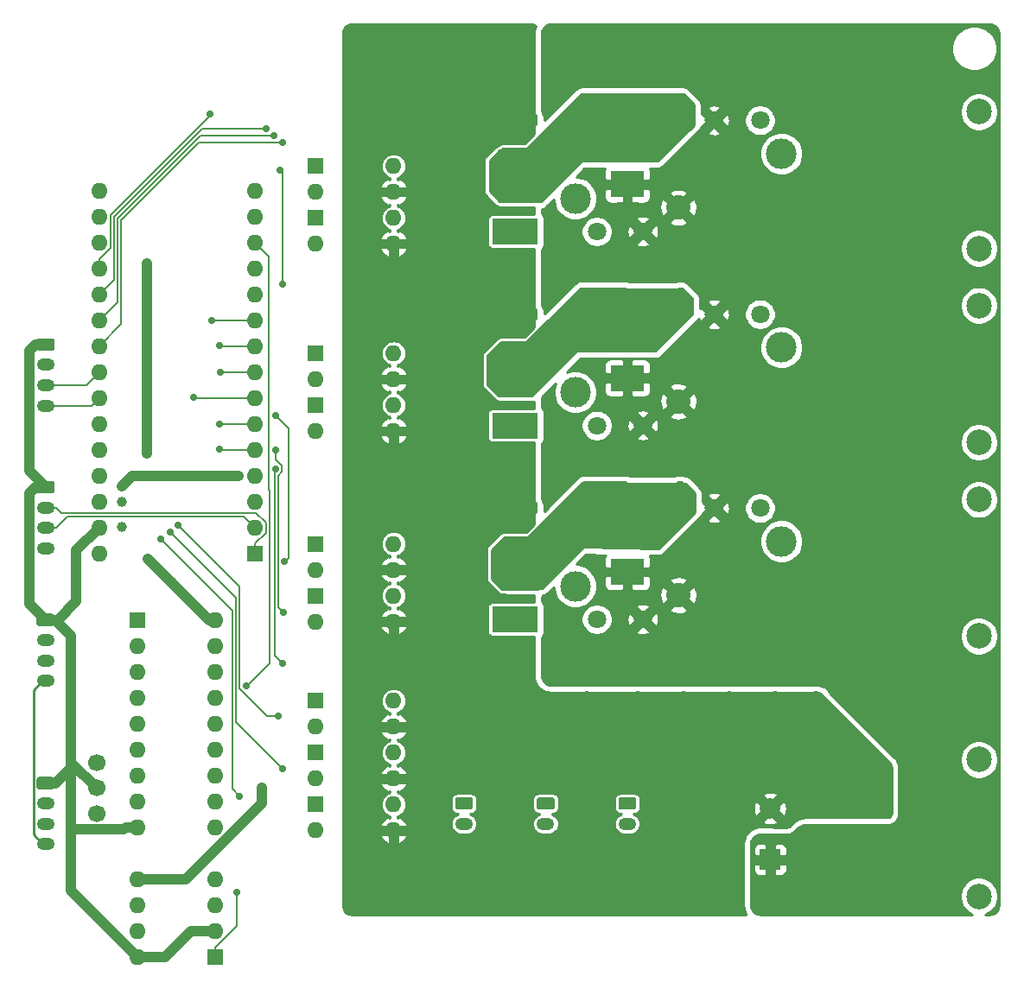
<source format=gbl>
G04 #@! TF.GenerationSoftware,KiCad,Pcbnew,(5.1.2)-1*
G04 #@! TF.CreationDate,2019-09-05T15:18:28+09:00*
G04 #@! TF.ProjectId,MD_2016_remake,4d445f32-3031-4365-9f72-656d616b652e,2*
G04 #@! TF.SameCoordinates,PXaba9500PY3473bc0*
G04 #@! TF.FileFunction,Copper,L2,Bot*
G04 #@! TF.FilePolarity,Positive*
%FSLAX46Y46*%
G04 Gerber Fmt 4.6, Leading zero omitted, Abs format (unit mm)*
G04 Created by KiCad (PCBNEW (5.1.2)-1) date 2019-09-05 15:18:28*
%MOMM*%
%LPD*%
G04 APERTURE LIST*
%ADD10R,4.500000X2.500000*%
%ADD11O,4.500000X2.500000*%
%ADD12O,1.750000X1.200000*%
%ADD13C,0.100000*%
%ADD14C,1.200000*%
%ADD15O,1.600000X1.600000*%
%ADD16R,1.600000X1.600000*%
%ADD17C,2.500000*%
%ADD18R,3.300000X2.500000*%
%ADD19R,2.000000X2.000000*%
%ADD20C,2.000000*%
%ADD21C,3.000000*%
%ADD22C,1.800000*%
%ADD23C,2.400000*%
%ADD24C,1.700000*%
%ADD25C,1.000000*%
%ADD26C,0.700000*%
%ADD27C,0.160000*%
%ADD28C,1.000000*%
%ADD29C,0.250000*%
%ADD30C,0.254000*%
G04 APERTURE END LIST*
D10*
X50000000Y-60950000D03*
D11*
X50000000Y-55500000D03*
X50000000Y-50050000D03*
D12*
X4000000Y-40000000D03*
X4000000Y-38000000D03*
X4000000Y-36000000D03*
D13*
G36*
X4649505Y-33401204D02*
G01*
X4673773Y-33404804D01*
X4697572Y-33410765D01*
X4720671Y-33419030D01*
X4742850Y-33429520D01*
X4763893Y-33442132D01*
X4783599Y-33456747D01*
X4801777Y-33473223D01*
X4818253Y-33491401D01*
X4832868Y-33511107D01*
X4845480Y-33532150D01*
X4855970Y-33554329D01*
X4864235Y-33577428D01*
X4870196Y-33601227D01*
X4873796Y-33625495D01*
X4875000Y-33649999D01*
X4875000Y-34350001D01*
X4873796Y-34374505D01*
X4870196Y-34398773D01*
X4864235Y-34422572D01*
X4855970Y-34445671D01*
X4845480Y-34467850D01*
X4832868Y-34488893D01*
X4818253Y-34508599D01*
X4801777Y-34526777D01*
X4783599Y-34543253D01*
X4763893Y-34557868D01*
X4742850Y-34570480D01*
X4720671Y-34580970D01*
X4697572Y-34589235D01*
X4673773Y-34595196D01*
X4649505Y-34598796D01*
X4625001Y-34600000D01*
X3374999Y-34600000D01*
X3350495Y-34598796D01*
X3326227Y-34595196D01*
X3302428Y-34589235D01*
X3279329Y-34580970D01*
X3257150Y-34570480D01*
X3236107Y-34557868D01*
X3216401Y-34543253D01*
X3198223Y-34526777D01*
X3181747Y-34508599D01*
X3167132Y-34488893D01*
X3154520Y-34467850D01*
X3144030Y-34445671D01*
X3135765Y-34422572D01*
X3129804Y-34398773D01*
X3126204Y-34374505D01*
X3125000Y-34350001D01*
X3125000Y-33649999D01*
X3126204Y-33625495D01*
X3129804Y-33601227D01*
X3135765Y-33577428D01*
X3144030Y-33554329D01*
X3154520Y-33532150D01*
X3167132Y-33511107D01*
X3181747Y-33491401D01*
X3198223Y-33473223D01*
X3216401Y-33456747D01*
X3236107Y-33442132D01*
X3257150Y-33429520D01*
X3279329Y-33419030D01*
X3302428Y-33410765D01*
X3326227Y-33404804D01*
X3350495Y-33401204D01*
X3374999Y-33400000D01*
X4625001Y-33400000D01*
X4649505Y-33401204D01*
X4649505Y-33401204D01*
G37*
D14*
X4000000Y-34000000D03*
D12*
X4000000Y-54000000D03*
X4000000Y-52000000D03*
X4000000Y-50000000D03*
D13*
G36*
X4649505Y-47401204D02*
G01*
X4673773Y-47404804D01*
X4697572Y-47410765D01*
X4720671Y-47419030D01*
X4742850Y-47429520D01*
X4763893Y-47442132D01*
X4783599Y-47456747D01*
X4801777Y-47473223D01*
X4818253Y-47491401D01*
X4832868Y-47511107D01*
X4845480Y-47532150D01*
X4855970Y-47554329D01*
X4864235Y-47577428D01*
X4870196Y-47601227D01*
X4873796Y-47625495D01*
X4875000Y-47649999D01*
X4875000Y-48350001D01*
X4873796Y-48374505D01*
X4870196Y-48398773D01*
X4864235Y-48422572D01*
X4855970Y-48445671D01*
X4845480Y-48467850D01*
X4832868Y-48488893D01*
X4818253Y-48508599D01*
X4801777Y-48526777D01*
X4783599Y-48543253D01*
X4763893Y-48557868D01*
X4742850Y-48570480D01*
X4720671Y-48580970D01*
X4697572Y-48589235D01*
X4673773Y-48595196D01*
X4649505Y-48598796D01*
X4625001Y-48600000D01*
X3374999Y-48600000D01*
X3350495Y-48598796D01*
X3326227Y-48595196D01*
X3302428Y-48589235D01*
X3279329Y-48580970D01*
X3257150Y-48570480D01*
X3236107Y-48557868D01*
X3216401Y-48543253D01*
X3198223Y-48526777D01*
X3181747Y-48508599D01*
X3167132Y-48488893D01*
X3154520Y-48467850D01*
X3144030Y-48445671D01*
X3135765Y-48422572D01*
X3129804Y-48398773D01*
X3126204Y-48374505D01*
X3125000Y-48350001D01*
X3125000Y-47649999D01*
X3126204Y-47625495D01*
X3129804Y-47601227D01*
X3135765Y-47577428D01*
X3144030Y-47554329D01*
X3154520Y-47532150D01*
X3167132Y-47511107D01*
X3181747Y-47491401D01*
X3198223Y-47473223D01*
X3216401Y-47456747D01*
X3236107Y-47442132D01*
X3257150Y-47429520D01*
X3279329Y-47419030D01*
X3302428Y-47410765D01*
X3326227Y-47404804D01*
X3350495Y-47401204D01*
X3374999Y-47400000D01*
X4625001Y-47400000D01*
X4649505Y-47401204D01*
X4649505Y-47401204D01*
G37*
D14*
X4000000Y-48000000D03*
D15*
X20620000Y-61000000D03*
X13000000Y-81320000D03*
X20620000Y-63540000D03*
X13000000Y-78780000D03*
X20620000Y-66080000D03*
X13000000Y-76240000D03*
X20620000Y-68620000D03*
X13000000Y-73700000D03*
X20620000Y-71160000D03*
X13000000Y-71160000D03*
X20620000Y-73700000D03*
X13000000Y-68620000D03*
X20620000Y-76240000D03*
X13000000Y-66080000D03*
X20620000Y-78780000D03*
X13000000Y-63540000D03*
X20620000Y-81320000D03*
D16*
X13000000Y-61000000D03*
D17*
X95450000Y-74700000D03*
X95450000Y-88100000D03*
D18*
X61000000Y-11500000D03*
X61000000Y-18300000D03*
X61000000Y-30500000D03*
X61000000Y-37300000D03*
X61000000Y-49500000D03*
X61000000Y-56300000D03*
D16*
X24500000Y-54500000D03*
D15*
X9260000Y-21480000D03*
X24500000Y-51960000D03*
X9260000Y-24020000D03*
X24500000Y-49420000D03*
X9260000Y-26560000D03*
X24500000Y-46880000D03*
X9260000Y-29100000D03*
X24500000Y-44340000D03*
X9260000Y-31640000D03*
X24500000Y-41800000D03*
X9260000Y-34180000D03*
X24500000Y-39260000D03*
X9260000Y-36720000D03*
X24500000Y-36720000D03*
X9260000Y-39260000D03*
X24500000Y-34180000D03*
X9260000Y-41800000D03*
X24500000Y-31640000D03*
X9260000Y-44340000D03*
X24500000Y-29100000D03*
X9260000Y-46880000D03*
X24500000Y-26560000D03*
X9260000Y-49420000D03*
X24500000Y-24020000D03*
X9260000Y-51960000D03*
X24500000Y-21480000D03*
X9260000Y-54500000D03*
X24500000Y-18940000D03*
X9260000Y-18940000D03*
D19*
X75000000Y-84500000D03*
D20*
X75000000Y-79500000D03*
D12*
X4000000Y-67000000D03*
X4000000Y-65000000D03*
X4000000Y-63000000D03*
D13*
G36*
X4649505Y-60401204D02*
G01*
X4673773Y-60404804D01*
X4697572Y-60410765D01*
X4720671Y-60419030D01*
X4742850Y-60429520D01*
X4763893Y-60442132D01*
X4783599Y-60456747D01*
X4801777Y-60473223D01*
X4818253Y-60491401D01*
X4832868Y-60511107D01*
X4845480Y-60532150D01*
X4855970Y-60554329D01*
X4864235Y-60577428D01*
X4870196Y-60601227D01*
X4873796Y-60625495D01*
X4875000Y-60649999D01*
X4875000Y-61350001D01*
X4873796Y-61374505D01*
X4870196Y-61398773D01*
X4864235Y-61422572D01*
X4855970Y-61445671D01*
X4845480Y-61467850D01*
X4832868Y-61488893D01*
X4818253Y-61508599D01*
X4801777Y-61526777D01*
X4783599Y-61543253D01*
X4763893Y-61557868D01*
X4742850Y-61570480D01*
X4720671Y-61580970D01*
X4697572Y-61589235D01*
X4673773Y-61595196D01*
X4649505Y-61598796D01*
X4625001Y-61600000D01*
X3374999Y-61600000D01*
X3350495Y-61598796D01*
X3326227Y-61595196D01*
X3302428Y-61589235D01*
X3279329Y-61580970D01*
X3257150Y-61570480D01*
X3236107Y-61557868D01*
X3216401Y-61543253D01*
X3198223Y-61526777D01*
X3181747Y-61508599D01*
X3167132Y-61488893D01*
X3154520Y-61467850D01*
X3144030Y-61445671D01*
X3135765Y-61422572D01*
X3129804Y-61398773D01*
X3126204Y-61374505D01*
X3125000Y-61350001D01*
X3125000Y-60649999D01*
X3126204Y-60625495D01*
X3129804Y-60601227D01*
X3135765Y-60577428D01*
X3144030Y-60554329D01*
X3154520Y-60532150D01*
X3167132Y-60511107D01*
X3181747Y-60491401D01*
X3198223Y-60473223D01*
X3216401Y-60456747D01*
X3236107Y-60442132D01*
X3257150Y-60429520D01*
X3279329Y-60419030D01*
X3302428Y-60410765D01*
X3326227Y-60404804D01*
X3350495Y-60401204D01*
X3374999Y-60400000D01*
X4625001Y-60400000D01*
X4649505Y-60401204D01*
X4649505Y-60401204D01*
G37*
D14*
X4000000Y-61000000D03*
D13*
G36*
X4649505Y-76401204D02*
G01*
X4673773Y-76404804D01*
X4697572Y-76410765D01*
X4720671Y-76419030D01*
X4742850Y-76429520D01*
X4763893Y-76442132D01*
X4783599Y-76456747D01*
X4801777Y-76473223D01*
X4818253Y-76491401D01*
X4832868Y-76511107D01*
X4845480Y-76532150D01*
X4855970Y-76554329D01*
X4864235Y-76577428D01*
X4870196Y-76601227D01*
X4873796Y-76625495D01*
X4875000Y-76649999D01*
X4875000Y-77350001D01*
X4873796Y-77374505D01*
X4870196Y-77398773D01*
X4864235Y-77422572D01*
X4855970Y-77445671D01*
X4845480Y-77467850D01*
X4832868Y-77488893D01*
X4818253Y-77508599D01*
X4801777Y-77526777D01*
X4783599Y-77543253D01*
X4763893Y-77557868D01*
X4742850Y-77570480D01*
X4720671Y-77580970D01*
X4697572Y-77589235D01*
X4673773Y-77595196D01*
X4649505Y-77598796D01*
X4625001Y-77600000D01*
X3374999Y-77600000D01*
X3350495Y-77598796D01*
X3326227Y-77595196D01*
X3302428Y-77589235D01*
X3279329Y-77580970D01*
X3257150Y-77570480D01*
X3236107Y-77557868D01*
X3216401Y-77543253D01*
X3198223Y-77526777D01*
X3181747Y-77508599D01*
X3167132Y-77488893D01*
X3154520Y-77467850D01*
X3144030Y-77445671D01*
X3135765Y-77422572D01*
X3129804Y-77398773D01*
X3126204Y-77374505D01*
X3125000Y-77350001D01*
X3125000Y-76649999D01*
X3126204Y-76625495D01*
X3129804Y-76601227D01*
X3135765Y-76577428D01*
X3144030Y-76554329D01*
X3154520Y-76532150D01*
X3167132Y-76511107D01*
X3181747Y-76491401D01*
X3198223Y-76473223D01*
X3216401Y-76456747D01*
X3236107Y-76442132D01*
X3257150Y-76429520D01*
X3279329Y-76419030D01*
X3302428Y-76410765D01*
X3326227Y-76404804D01*
X3350495Y-76401204D01*
X3374999Y-76400000D01*
X4625001Y-76400000D01*
X4649505Y-76401204D01*
X4649505Y-76401204D01*
G37*
D14*
X4000000Y-77000000D03*
D12*
X4000000Y-79000000D03*
X4000000Y-81000000D03*
X4000000Y-83000000D03*
D21*
X55900000Y-57700000D03*
D22*
X58000000Y-60950000D03*
X62500000Y-60950000D03*
D23*
X66000000Y-58600000D03*
X66000000Y-49100000D03*
D22*
X69500000Y-50050000D03*
X74000000Y-50050000D03*
D21*
X76100000Y-53300000D03*
X76100000Y-34300000D03*
D22*
X74000000Y-31050000D03*
X69500000Y-31050000D03*
D23*
X66000000Y-30100000D03*
X66000000Y-39600000D03*
D22*
X62500000Y-41950000D03*
X58000000Y-41950000D03*
D21*
X55900000Y-38700000D03*
X55900000Y-19700000D03*
D22*
X58000000Y-22950000D03*
X62500000Y-22950000D03*
D23*
X66000000Y-20600000D03*
X66000000Y-11100000D03*
D22*
X69500000Y-12050000D03*
X74000000Y-12050000D03*
D21*
X76100000Y-15300000D03*
D12*
X61000000Y-81000000D03*
D13*
G36*
X61649505Y-78401204D02*
G01*
X61673773Y-78404804D01*
X61697572Y-78410765D01*
X61720671Y-78419030D01*
X61742850Y-78429520D01*
X61763893Y-78442132D01*
X61783599Y-78456747D01*
X61801777Y-78473223D01*
X61818253Y-78491401D01*
X61832868Y-78511107D01*
X61845480Y-78532150D01*
X61855970Y-78554329D01*
X61864235Y-78577428D01*
X61870196Y-78601227D01*
X61873796Y-78625495D01*
X61875000Y-78649999D01*
X61875000Y-79350001D01*
X61873796Y-79374505D01*
X61870196Y-79398773D01*
X61864235Y-79422572D01*
X61855970Y-79445671D01*
X61845480Y-79467850D01*
X61832868Y-79488893D01*
X61818253Y-79508599D01*
X61801777Y-79526777D01*
X61783599Y-79543253D01*
X61763893Y-79557868D01*
X61742850Y-79570480D01*
X61720671Y-79580970D01*
X61697572Y-79589235D01*
X61673773Y-79595196D01*
X61649505Y-79598796D01*
X61625001Y-79600000D01*
X60374999Y-79600000D01*
X60350495Y-79598796D01*
X60326227Y-79595196D01*
X60302428Y-79589235D01*
X60279329Y-79580970D01*
X60257150Y-79570480D01*
X60236107Y-79557868D01*
X60216401Y-79543253D01*
X60198223Y-79526777D01*
X60181747Y-79508599D01*
X60167132Y-79488893D01*
X60154520Y-79467850D01*
X60144030Y-79445671D01*
X60135765Y-79422572D01*
X60129804Y-79398773D01*
X60126204Y-79374505D01*
X60125000Y-79350001D01*
X60125000Y-78649999D01*
X60126204Y-78625495D01*
X60129804Y-78601227D01*
X60135765Y-78577428D01*
X60144030Y-78554329D01*
X60154520Y-78532150D01*
X60167132Y-78511107D01*
X60181747Y-78491401D01*
X60198223Y-78473223D01*
X60216401Y-78456747D01*
X60236107Y-78442132D01*
X60257150Y-78429520D01*
X60279329Y-78419030D01*
X60302428Y-78410765D01*
X60326227Y-78404804D01*
X60350495Y-78401204D01*
X60374999Y-78400000D01*
X61625001Y-78400000D01*
X61649505Y-78401204D01*
X61649505Y-78401204D01*
G37*
D14*
X61000000Y-79000000D03*
D13*
G36*
X53649505Y-78401204D02*
G01*
X53673773Y-78404804D01*
X53697572Y-78410765D01*
X53720671Y-78419030D01*
X53742850Y-78429520D01*
X53763893Y-78442132D01*
X53783599Y-78456747D01*
X53801777Y-78473223D01*
X53818253Y-78491401D01*
X53832868Y-78511107D01*
X53845480Y-78532150D01*
X53855970Y-78554329D01*
X53864235Y-78577428D01*
X53870196Y-78601227D01*
X53873796Y-78625495D01*
X53875000Y-78649999D01*
X53875000Y-79350001D01*
X53873796Y-79374505D01*
X53870196Y-79398773D01*
X53864235Y-79422572D01*
X53855970Y-79445671D01*
X53845480Y-79467850D01*
X53832868Y-79488893D01*
X53818253Y-79508599D01*
X53801777Y-79526777D01*
X53783599Y-79543253D01*
X53763893Y-79557868D01*
X53742850Y-79570480D01*
X53720671Y-79580970D01*
X53697572Y-79589235D01*
X53673773Y-79595196D01*
X53649505Y-79598796D01*
X53625001Y-79600000D01*
X52374999Y-79600000D01*
X52350495Y-79598796D01*
X52326227Y-79595196D01*
X52302428Y-79589235D01*
X52279329Y-79580970D01*
X52257150Y-79570480D01*
X52236107Y-79557868D01*
X52216401Y-79543253D01*
X52198223Y-79526777D01*
X52181747Y-79508599D01*
X52167132Y-79488893D01*
X52154520Y-79467850D01*
X52144030Y-79445671D01*
X52135765Y-79422572D01*
X52129804Y-79398773D01*
X52126204Y-79374505D01*
X52125000Y-79350001D01*
X52125000Y-78649999D01*
X52126204Y-78625495D01*
X52129804Y-78601227D01*
X52135765Y-78577428D01*
X52144030Y-78554329D01*
X52154520Y-78532150D01*
X52167132Y-78511107D01*
X52181747Y-78491401D01*
X52198223Y-78473223D01*
X52216401Y-78456747D01*
X52236107Y-78442132D01*
X52257150Y-78429520D01*
X52279329Y-78419030D01*
X52302428Y-78410765D01*
X52326227Y-78404804D01*
X52350495Y-78401204D01*
X52374999Y-78400000D01*
X53625001Y-78400000D01*
X53649505Y-78401204D01*
X53649505Y-78401204D01*
G37*
D14*
X53000000Y-79000000D03*
D12*
X53000000Y-81000000D03*
D13*
G36*
X45649505Y-78401204D02*
G01*
X45673773Y-78404804D01*
X45697572Y-78410765D01*
X45720671Y-78419030D01*
X45742850Y-78429520D01*
X45763893Y-78442132D01*
X45783599Y-78456747D01*
X45801777Y-78473223D01*
X45818253Y-78491401D01*
X45832868Y-78511107D01*
X45845480Y-78532150D01*
X45855970Y-78554329D01*
X45864235Y-78577428D01*
X45870196Y-78601227D01*
X45873796Y-78625495D01*
X45875000Y-78649999D01*
X45875000Y-79350001D01*
X45873796Y-79374505D01*
X45870196Y-79398773D01*
X45864235Y-79422572D01*
X45855970Y-79445671D01*
X45845480Y-79467850D01*
X45832868Y-79488893D01*
X45818253Y-79508599D01*
X45801777Y-79526777D01*
X45783599Y-79543253D01*
X45763893Y-79557868D01*
X45742850Y-79570480D01*
X45720671Y-79580970D01*
X45697572Y-79589235D01*
X45673773Y-79595196D01*
X45649505Y-79598796D01*
X45625001Y-79600000D01*
X44374999Y-79600000D01*
X44350495Y-79598796D01*
X44326227Y-79595196D01*
X44302428Y-79589235D01*
X44279329Y-79580970D01*
X44257150Y-79570480D01*
X44236107Y-79557868D01*
X44216401Y-79543253D01*
X44198223Y-79526777D01*
X44181747Y-79508599D01*
X44167132Y-79488893D01*
X44154520Y-79467850D01*
X44144030Y-79445671D01*
X44135765Y-79422572D01*
X44129804Y-79398773D01*
X44126204Y-79374505D01*
X44125000Y-79350001D01*
X44125000Y-78649999D01*
X44126204Y-78625495D01*
X44129804Y-78601227D01*
X44135765Y-78577428D01*
X44144030Y-78554329D01*
X44154520Y-78532150D01*
X44167132Y-78511107D01*
X44181747Y-78491401D01*
X44198223Y-78473223D01*
X44216401Y-78456747D01*
X44236107Y-78442132D01*
X44257150Y-78429520D01*
X44279329Y-78419030D01*
X44302428Y-78410765D01*
X44326227Y-78404804D01*
X44350495Y-78401204D01*
X44374999Y-78400000D01*
X45625001Y-78400000D01*
X45649505Y-78401204D01*
X45649505Y-78401204D01*
G37*
D14*
X45000000Y-79000000D03*
D12*
X45000000Y-81000000D03*
D17*
X95450000Y-49200000D03*
X95450000Y-62600000D03*
X95450000Y-43600000D03*
X95450000Y-30200000D03*
X95450000Y-24600000D03*
X95450000Y-11200000D03*
D10*
X50000000Y-41950000D03*
D11*
X50000000Y-36500000D03*
X50000000Y-31050000D03*
X50000000Y-12050000D03*
X50000000Y-17500000D03*
D10*
X50000000Y-22950000D03*
D16*
X20620000Y-94080000D03*
D15*
X13000000Y-86460000D03*
X20620000Y-91540000D03*
X13000000Y-89000000D03*
X20620000Y-89000000D03*
X13000000Y-91540000D03*
X20620000Y-86460000D03*
X13000000Y-94080000D03*
X38100000Y-68930000D03*
X30480000Y-71470000D03*
X38100000Y-71470000D03*
D16*
X30480000Y-68930000D03*
X30480000Y-74010000D03*
D15*
X38100000Y-76550000D03*
X30480000Y-76550000D03*
X38100000Y-74010000D03*
D16*
X30480000Y-79090000D03*
D15*
X38100000Y-81630000D03*
X30480000Y-81630000D03*
X38100000Y-79090000D03*
X38100000Y-58630000D03*
X30480000Y-61170000D03*
X38100000Y-61170000D03*
D16*
X30480000Y-58630000D03*
X30480000Y-53550000D03*
D15*
X38100000Y-56090000D03*
X30480000Y-56090000D03*
X38100000Y-53550000D03*
X38100000Y-39950000D03*
X30480000Y-42490000D03*
X38100000Y-42490000D03*
D16*
X30480000Y-39950000D03*
X30480000Y-34870000D03*
D15*
X38100000Y-37410000D03*
X30480000Y-37410000D03*
X38100000Y-34870000D03*
D16*
X30480000Y-21590000D03*
D15*
X38100000Y-24130000D03*
X30480000Y-24130000D03*
X38100000Y-21590000D03*
X38100000Y-16510000D03*
X30480000Y-19050000D03*
X38100000Y-19050000D03*
D16*
X30480000Y-16510000D03*
D24*
X9000000Y-75000000D03*
X9000000Y-77500000D03*
X9000000Y-80000000D03*
D25*
X14000000Y-55000000D03*
X13900000Y-40000000D03*
X13900000Y-26100000D03*
X13900000Y-31600000D03*
X16350000Y-57350000D03*
X13900000Y-44700000D03*
X25200000Y-79000000D03*
X25200000Y-77500000D03*
D26*
X20100000Y-11400000D03*
D25*
X7000000Y-56800000D03*
X7000000Y-58800000D03*
X11500000Y-49400000D03*
X11500000Y-51900000D03*
X11500000Y-47900000D03*
X22880000Y-46880000D03*
D26*
X25600000Y-12900000D03*
X26800000Y-70400000D03*
X17000000Y-51700000D03*
X20999998Y-44300000D03*
X27300000Y-60300000D03*
X26530010Y-44322351D03*
X16200000Y-52400000D03*
X27200000Y-75600000D03*
X26400000Y-13569990D03*
X21000000Y-41800000D03*
X27200000Y-65300000D03*
X26530010Y-46200000D03*
X15300000Y-53100000D03*
X23000000Y-78300000D03*
X27200000Y-14200000D03*
X18500000Y-39199994D03*
X27430010Y-55300000D03*
X26530010Y-41000000D03*
X21100004Y-36700000D03*
X21000000Y-34100000D03*
X20300000Y-31700000D03*
X27225000Y-28075000D03*
X27000000Y-16900008D03*
X23700000Y-67500000D03*
D20*
X90500000Y-88000000D03*
X90500000Y-84000000D03*
X90500000Y-80000000D03*
X94500000Y-84000000D03*
X94500000Y-80000000D03*
X90500000Y-76000000D03*
X90500000Y-72000000D03*
X90500000Y-68000000D03*
X95000000Y-68000000D03*
X86500000Y-68000000D03*
X86500000Y-72000000D03*
X86500000Y-64000000D03*
X90500000Y-64000000D03*
X90500000Y-60000000D03*
X90500000Y-56000000D03*
X94500000Y-56000000D03*
X94500000Y-60000000D03*
X94500000Y-52000000D03*
X90500000Y-52000000D03*
X82500000Y-64000000D03*
X82500000Y-68000000D03*
X78000000Y-64000000D03*
X73500000Y-64000000D03*
X69000000Y-64000000D03*
X64500000Y-64000000D03*
X67000000Y-66000000D03*
X71500000Y-66000000D03*
X76000000Y-66000000D03*
X55500000Y-65500000D03*
X54500000Y-63000000D03*
X90500000Y-48000000D03*
X90500000Y-44000000D03*
X85500000Y-46500000D03*
X79500000Y-46500000D03*
X66000000Y-43500000D03*
X55000000Y-44500000D03*
X79500000Y-27500000D03*
X85500000Y-27500000D03*
X90500000Y-39500000D03*
X90500000Y-35000000D03*
X90500000Y-30500000D03*
X90500000Y-25500000D03*
X95000000Y-35000000D03*
X95000000Y-39500000D03*
X66000000Y-24500000D03*
X55000000Y-26500000D03*
X54500000Y-7500000D03*
X54500000Y-4000000D03*
X58000000Y-4000000D03*
X58000000Y-7500000D03*
X62000000Y-7500000D03*
X62000000Y-4000000D03*
X65500000Y-4000000D03*
X65500000Y-7500000D03*
X69500000Y-4000000D03*
X73500000Y-4000000D03*
X77000000Y-4000000D03*
X77000000Y-7500000D03*
X80500000Y-7500000D03*
X80500000Y-4000000D03*
X84000000Y-4000000D03*
X84000000Y-7500000D03*
X87500000Y-4000000D03*
X87500000Y-7500000D03*
X91000000Y-4000000D03*
X91000000Y-7500000D03*
X91000000Y-11000000D03*
X91000000Y-15000000D03*
X91000000Y-19000000D03*
X95500000Y-15000000D03*
X95500000Y-19000000D03*
X80000000Y-88000000D03*
X79500000Y-84500000D03*
X76000000Y-88000000D03*
D26*
X42500000Y-25000000D03*
X42500000Y-43500000D03*
X42500000Y-62500000D03*
X42000000Y-66000000D03*
X42000000Y-47500000D03*
X42000000Y-28500000D03*
D20*
X79500000Y-69000000D03*
X83500000Y-73500000D03*
X79500000Y-73500000D03*
X75500000Y-73500000D03*
X75500000Y-69000000D03*
X71000000Y-69000000D03*
X71000000Y-73500000D03*
X66500000Y-73500000D03*
X66500000Y-69000000D03*
X62000000Y-69000000D03*
X62000000Y-73500000D03*
X57000000Y-73500000D03*
X57000000Y-69000000D03*
X52000000Y-69000000D03*
X52000000Y-73500000D03*
X47000000Y-73500000D03*
X47000000Y-69000000D03*
X49500000Y-64500000D03*
X42500000Y-69000000D03*
X43000000Y-76500000D03*
X41000000Y-74000000D03*
X41000000Y-60500000D03*
X46000000Y-60500000D03*
X41000000Y-56000000D03*
X46000000Y-56000000D03*
X46000000Y-50000000D03*
X38000000Y-50000000D03*
X42000000Y-50000000D03*
X49500000Y-46000000D03*
X49500000Y-27000000D03*
X44500000Y-31000000D03*
X38500000Y-31000000D03*
X41500000Y-31000000D03*
X45500000Y-17500000D03*
X41500000Y-17500000D03*
X45500000Y-22500000D03*
X41500000Y-22500000D03*
X45500000Y-12000000D03*
X41500000Y-12000000D03*
X37000000Y-12000000D03*
X37000000Y-7500000D03*
X41500000Y-7500000D03*
X45500000Y-7500000D03*
X49500000Y-7500000D03*
X49500000Y-4000000D03*
X45500000Y-4000000D03*
X41500000Y-4000000D03*
X37000000Y-4000000D03*
X66500000Y-77500000D03*
X71000000Y-77500000D03*
X79200000Y-77800000D03*
X45500000Y-37000000D03*
X41500000Y-37000000D03*
X41500000Y-41500000D03*
X45500000Y-41500000D03*
D26*
X22700000Y-87700000D03*
D27*
X5035000Y-50000000D02*
X4000000Y-50000000D01*
X24500000Y-54500000D02*
X24500000Y-53540000D01*
X24638403Y-50500001D02*
X5535001Y-50500001D01*
X25589965Y-52450035D02*
X25589965Y-51451563D01*
X5535001Y-50500001D02*
X5035000Y-50000000D01*
X25589965Y-51451563D02*
X24638403Y-50500001D01*
X24500000Y-53540000D02*
X25589965Y-52450035D01*
D28*
X20620000Y-61000000D02*
X20000000Y-61000000D01*
X20000000Y-61000000D02*
X14000000Y-55000000D01*
X13900000Y-40000000D02*
X13900000Y-44700000D01*
X13900000Y-40000000D02*
X13900000Y-26100000D01*
X25160002Y-79000000D02*
X25200000Y-79000000D01*
X13000000Y-86460000D02*
X17700002Y-86460000D01*
X17700002Y-86460000D02*
X25160002Y-79000000D01*
X25200000Y-79000000D02*
X25200000Y-77500000D01*
D27*
X5035000Y-52000000D02*
X4000000Y-52000000D01*
X6155001Y-50879999D02*
X5035000Y-52000000D01*
X23419999Y-50879999D02*
X6155001Y-50879999D01*
X24500000Y-51960000D02*
X23419999Y-50879999D01*
X10340001Y-24538401D02*
X10340001Y-21359999D01*
X9260000Y-25618402D02*
X10340001Y-24538401D01*
X9260000Y-26560000D02*
X9260000Y-25618402D01*
X10340001Y-21359999D02*
X20100000Y-11600000D01*
X20100000Y-11600000D02*
X20100000Y-11400000D01*
D28*
X20620000Y-91540000D02*
X18260000Y-91540000D01*
X15720000Y-94080000D02*
X13000000Y-94080000D01*
X18260000Y-91540000D02*
X15720000Y-94080000D01*
X13000000Y-94080000D02*
X6500000Y-87580000D01*
X4975000Y-61000000D02*
X4000000Y-61000000D01*
X6500000Y-62525000D02*
X4975000Y-61000000D01*
X6475000Y-75500000D02*
X6500000Y-75500000D01*
X4975000Y-77000000D02*
X6475000Y-75500000D01*
X4000000Y-77000000D02*
X4975000Y-77000000D01*
X6500000Y-75000000D02*
X6500000Y-71800000D01*
X9000000Y-77500000D02*
X6500000Y-75000000D01*
X6500000Y-75500000D02*
X6500000Y-71800000D01*
X6500000Y-71800000D02*
X6500000Y-62525000D01*
X6550001Y-81550001D02*
X6500000Y-81500000D01*
X11638629Y-81550001D02*
X6550001Y-81550001D01*
X11868630Y-81320000D02*
X11638629Y-81550001D01*
X13000000Y-81320000D02*
X11868630Y-81320000D01*
X6500000Y-87580000D02*
X6500000Y-81500000D01*
X6500000Y-81500000D02*
X6500000Y-75500000D01*
X9260000Y-51960000D02*
X7000000Y-54220000D01*
X7000000Y-54220000D02*
X7000000Y-56800000D01*
X4000000Y-61000000D02*
X5200000Y-61000000D01*
X7000000Y-59200000D02*
X7000000Y-56800000D01*
X5200000Y-61000000D02*
X7000000Y-59200000D01*
X3025000Y-48000000D02*
X4000000Y-48000000D01*
X2424990Y-48600010D02*
X3025000Y-48000000D01*
X2424990Y-59424990D02*
X2424990Y-48600010D01*
X4000000Y-61000000D02*
X2424990Y-59424990D01*
X3025000Y-34000000D02*
X4000000Y-34000000D01*
X2424990Y-34600010D02*
X3025000Y-34000000D01*
X4000000Y-48000000D02*
X2424990Y-46424990D01*
X2424990Y-46424990D02*
X2424990Y-34600010D01*
X11500000Y-47900000D02*
X12520000Y-46880000D01*
X12520000Y-46880000D02*
X22880000Y-46880000D01*
D27*
X19309132Y-12900000D02*
X25600000Y-12900000D01*
X10700012Y-27659988D02*
X10700012Y-21509120D01*
X10700012Y-21509120D02*
X19309132Y-12900000D01*
X9260000Y-29100000D02*
X10700012Y-27659988D01*
X23000000Y-57700000D02*
X17000000Y-51700000D01*
X23000000Y-67732404D02*
X23000000Y-57700000D01*
X26800000Y-70400000D02*
X25667596Y-70400000D01*
X25667596Y-70400000D02*
X23000000Y-67732404D01*
X24500000Y-44340000D02*
X21039998Y-44340000D01*
X21039998Y-44340000D02*
X20999998Y-44300000D01*
X27160012Y-46502402D02*
X27160012Y-45897598D01*
X26530010Y-44817325D02*
X26530010Y-44322351D01*
X26800000Y-46862414D02*
X27160012Y-46502402D01*
X27160012Y-45897598D02*
X26530010Y-45267596D01*
X26800000Y-59800000D02*
X26800000Y-46862414D01*
X27300000Y-60300000D02*
X26800000Y-59800000D01*
X26530010Y-45267596D02*
X26530010Y-44817325D01*
X22639989Y-71039989D02*
X27200000Y-75600000D01*
X22639989Y-58839989D02*
X22639989Y-71039989D01*
X16200000Y-52400000D02*
X22639989Y-58839989D01*
X19148274Y-13569990D02*
X26400000Y-13569990D01*
X11060023Y-27809109D02*
X11060023Y-21658241D01*
X9260000Y-31640000D02*
X11060022Y-29839978D01*
X11060022Y-29839978D02*
X11060023Y-27809109D01*
X11060023Y-21658241D02*
X19148274Y-13569990D01*
X24500000Y-41800000D02*
X21000000Y-41800000D01*
X26430010Y-46300000D02*
X26530010Y-46200000D01*
X27200000Y-65300000D02*
X26430010Y-64530010D01*
X26430010Y-64530010D02*
X26430010Y-46300000D01*
X15300000Y-53100000D02*
X22279978Y-60079978D01*
X22279978Y-77579978D02*
X23000000Y-78300000D01*
X22279978Y-60079978D02*
X22279978Y-77579978D01*
X19027396Y-14200000D02*
X27200000Y-14200000D01*
X11420034Y-21807362D02*
X19027396Y-14200000D01*
X11420033Y-32019967D02*
X11420034Y-21807362D01*
X9260000Y-34180000D02*
X11420033Y-32019967D01*
X24500000Y-39260000D02*
X18560006Y-39260000D01*
X18560006Y-39260000D02*
X18500000Y-39199994D01*
X27780009Y-42249999D02*
X26880009Y-41349999D01*
X27430010Y-55300000D02*
X27780009Y-54950001D01*
X26880009Y-41349999D02*
X26530010Y-41000000D01*
X27780009Y-54950001D02*
X27780009Y-42249999D01*
X7980000Y-38000000D02*
X4000000Y-38000000D01*
X9260000Y-36720000D02*
X7980000Y-38000000D01*
X24500000Y-36720000D02*
X21120004Y-36720000D01*
X21120004Y-36720000D02*
X21100004Y-36700000D01*
X8520000Y-40000000D02*
X9260000Y-39260000D01*
X4000000Y-40000000D02*
X8520000Y-40000000D01*
X24500000Y-34180000D02*
X21080000Y-34180000D01*
X21080000Y-34180000D02*
X21000000Y-34100000D01*
X20360000Y-31640000D02*
X20300000Y-31700000D01*
X24500000Y-31640000D02*
X20360000Y-31640000D01*
X27225000Y-28075000D02*
X27225000Y-17125008D01*
X27225000Y-17125008D02*
X27000000Y-16900008D01*
X25900000Y-48232404D02*
X25949976Y-48282380D01*
X25900000Y-25420000D02*
X25900000Y-48232404D01*
X25949976Y-48282380D02*
X25949976Y-65250024D01*
X24049999Y-67150001D02*
X23700000Y-67500000D01*
X24500000Y-24020000D02*
X25900000Y-25420000D01*
X25949976Y-65250024D02*
X24049999Y-67150001D01*
D29*
X3725000Y-67000000D02*
X4000000Y-67000000D01*
X2799990Y-67925010D02*
X3725000Y-67000000D01*
X2799990Y-82074990D02*
X2799990Y-67925010D01*
X3725000Y-83000000D02*
X2799990Y-82074990D01*
X4000000Y-83000000D02*
X3725000Y-83000000D01*
D27*
X20620000Y-93120000D02*
X22700000Y-91040000D01*
X22700000Y-91040000D02*
X22700000Y-87700000D01*
X20620000Y-94080000D02*
X20620000Y-93120000D01*
X61000000Y-48090000D02*
X60900000Y-47990000D01*
X61000000Y-49500000D02*
X61000000Y-48090000D01*
X60900000Y-47990000D02*
X60900000Y-47500000D01*
X60900000Y-47500000D02*
X56700000Y-47500000D01*
X56700000Y-47500000D02*
X51300000Y-52900000D01*
X49100000Y-52900000D02*
X47700000Y-54300000D01*
X47700000Y-54300000D02*
X47700000Y-56500000D01*
X47700000Y-56500000D02*
X49300000Y-58100000D01*
X49300000Y-58100000D02*
X52300000Y-58100000D01*
X52300000Y-58100000D02*
X56500000Y-53900000D01*
X56500000Y-53900000D02*
X63700000Y-53900000D01*
X63700000Y-53900000D02*
X67200000Y-50400000D01*
X67200000Y-50400000D02*
X67200000Y-48400000D01*
X67200000Y-48400000D02*
X66300000Y-47500000D01*
X66000000Y-47600000D02*
X65900000Y-47500000D01*
X66000000Y-49100000D02*
X66000000Y-47600000D01*
X66300000Y-47500000D02*
X65900000Y-47500000D01*
X50000000Y-55500000D02*
X50000000Y-52900000D01*
X51300000Y-52900000D02*
X50000000Y-52900000D01*
X50000000Y-52900000D02*
X49100000Y-52900000D01*
X61000000Y-29090000D02*
X60900000Y-28990000D01*
X61000000Y-30500000D02*
X61000000Y-29090000D01*
X60900000Y-28990000D02*
X60900000Y-28500000D01*
X60900000Y-28500000D02*
X56400000Y-28500000D01*
X56400000Y-28500000D02*
X51100000Y-33800000D01*
X48600000Y-33800000D02*
X47300000Y-35100000D01*
X47300000Y-35100000D02*
X47300000Y-38000000D01*
X47300000Y-38000000D02*
X48400000Y-39100000D01*
X48400000Y-39100000D02*
X51700000Y-39100000D01*
X51700000Y-39100000D02*
X56100000Y-34700000D01*
X56100000Y-34700000D02*
X63800000Y-34700000D01*
X63800000Y-34700000D02*
X67400000Y-31100000D01*
X67400000Y-31100000D02*
X67400000Y-29500000D01*
X67400000Y-29500000D02*
X66400000Y-28500000D01*
X66000000Y-30100000D02*
X66000000Y-28500000D01*
X66400000Y-28500000D02*
X66000000Y-28500000D01*
X50000000Y-36500000D02*
X50000000Y-33800000D01*
X51100000Y-33800000D02*
X50000000Y-33800000D01*
X50000000Y-33800000D02*
X48600000Y-33800000D01*
D29*
X50000000Y-15000000D02*
X48500000Y-15000000D01*
X48500000Y-15000000D02*
X47500000Y-16000000D01*
X47500000Y-16000000D02*
X47500000Y-19000000D01*
X47500000Y-19000000D02*
X48500000Y-20000000D01*
X48500000Y-20000000D02*
X52500000Y-20000000D01*
X52500000Y-20000000D02*
X56500000Y-16000000D01*
X56500000Y-16000000D02*
X64000000Y-16000000D01*
X64000000Y-16000000D02*
X67500000Y-12500000D01*
X67500000Y-12500000D02*
X67500000Y-10500000D01*
X67500000Y-10500000D02*
X66500000Y-9500000D01*
X66500000Y-9500000D02*
X56500000Y-9500000D01*
X56500000Y-9500000D02*
X51000000Y-15000000D01*
X51000000Y-15000000D02*
X50000000Y-15000000D01*
X50000000Y-15000000D02*
X50000000Y-17500000D01*
X61000000Y-11500000D02*
X61000000Y-9500000D01*
D30*
G36*
X67273000Y-29552606D02*
G01*
X67273000Y-31047394D01*
X63747394Y-34573000D01*
X56100000Y-34573000D01*
X56075224Y-34575440D01*
X56051399Y-34582667D01*
X56029443Y-34594403D01*
X56010197Y-34610197D01*
X51647394Y-38973000D01*
X48452606Y-38973000D01*
X47427000Y-37947394D01*
X47427000Y-35152606D01*
X48652606Y-33927000D01*
X51100000Y-33927000D01*
X51124776Y-33924560D01*
X51148601Y-33917333D01*
X51170557Y-33905597D01*
X51189803Y-33889803D01*
X56452606Y-28627000D01*
X66347394Y-28627000D01*
X67273000Y-29552606D01*
X67273000Y-29552606D01*
G37*
X67273000Y-29552606D02*
X67273000Y-31047394D01*
X63747394Y-34573000D01*
X56100000Y-34573000D01*
X56075224Y-34575440D01*
X56051399Y-34582667D01*
X56029443Y-34594403D01*
X56010197Y-34610197D01*
X51647394Y-38973000D01*
X48452606Y-38973000D01*
X47427000Y-37947394D01*
X47427000Y-35152606D01*
X48652606Y-33927000D01*
X51100000Y-33927000D01*
X51124776Y-33924560D01*
X51148601Y-33917333D01*
X51170557Y-33905597D01*
X51189803Y-33889803D01*
X56452606Y-28627000D01*
X66347394Y-28627000D01*
X67273000Y-29552606D01*
G36*
X67464917Y-10452824D02*
G01*
X67472781Y-12347613D01*
X63948106Y-15872288D01*
X56601716Y-15773012D01*
X56576909Y-15775117D01*
X56552989Y-15782021D01*
X56530876Y-15793460D01*
X56510197Y-15810197D01*
X52546088Y-19774306D01*
X48642986Y-19871681D01*
X47618699Y-18847394D01*
X47618699Y-16052606D01*
X48844305Y-14827000D01*
X51291699Y-14827000D01*
X51316475Y-14824560D01*
X51340300Y-14817333D01*
X51362256Y-14805597D01*
X51381502Y-14789803D01*
X56644305Y-9527000D01*
X66539093Y-9527000D01*
X67464917Y-10452824D01*
X67464917Y-10452824D01*
G37*
X67464917Y-10452824D02*
X67472781Y-12347613D01*
X63948106Y-15872288D01*
X56601716Y-15773012D01*
X56576909Y-15775117D01*
X56552989Y-15782021D01*
X56530876Y-15793460D01*
X56510197Y-15810197D01*
X52546088Y-19774306D01*
X48642986Y-19871681D01*
X47618699Y-18847394D01*
X47618699Y-16052606D01*
X48844305Y-14827000D01*
X51291699Y-14827000D01*
X51316475Y-14824560D01*
X51340300Y-14817333D01*
X51362256Y-14805597D01*
X51381502Y-14789803D01*
X56644305Y-9527000D01*
X66539093Y-9527000D01*
X67464917Y-10452824D01*
G36*
X67573218Y-48552824D02*
G01*
X67581082Y-50447613D01*
X64056407Y-53972288D01*
X56710017Y-53873012D01*
X56685210Y-53875117D01*
X56661290Y-53882021D01*
X56639177Y-53893460D01*
X56618498Y-53910197D01*
X52654389Y-57874306D01*
X48751287Y-57971681D01*
X47727000Y-56947394D01*
X47727000Y-54152606D01*
X48952606Y-52927000D01*
X51400000Y-52927000D01*
X51424776Y-52924560D01*
X51448601Y-52917333D01*
X51470557Y-52905597D01*
X51489803Y-52889803D01*
X56752606Y-47627000D01*
X66647394Y-47627000D01*
X67573218Y-48552824D01*
X67573218Y-48552824D01*
G37*
X67573218Y-48552824D02*
X67581082Y-50447613D01*
X64056407Y-53972288D01*
X56710017Y-53873012D01*
X56685210Y-53875117D01*
X56661290Y-53882021D01*
X56639177Y-53893460D01*
X56618498Y-53910197D01*
X52654389Y-57874306D01*
X48751287Y-57971681D01*
X47727000Y-56947394D01*
X47727000Y-54152606D01*
X48952606Y-52927000D01*
X51400000Y-52927000D01*
X51424776Y-52924560D01*
X51448601Y-52917333D01*
X51470557Y-52905597D01*
X51489803Y-52889803D01*
X56752606Y-47627000D01*
X66647394Y-47627000D01*
X67573218Y-48552824D01*
G36*
X51670189Y-2644376D02*
G01*
X51833850Y-2694022D01*
X51984672Y-2774638D01*
X52028925Y-2810956D01*
X52023155Y-2821751D01*
X51976118Y-2935311D01*
X51919213Y-3122904D01*
X51895234Y-3243452D01*
X51876019Y-3438542D01*
X51873000Y-3500000D01*
X51873000Y-13346356D01*
X50946356Y-14273000D01*
X48791699Y-14273000D01*
X48708395Y-14281205D01*
X48628293Y-14305503D01*
X48554471Y-14344962D01*
X48489764Y-14398065D01*
X48436217Y-14451612D01*
X48391789Y-14455988D01*
X48287737Y-14487552D01*
X48191842Y-14538809D01*
X48107789Y-14607789D01*
X48090508Y-14628846D01*
X47128856Y-15590500D01*
X47107789Y-15607789D01*
X47038809Y-15691842D01*
X46987552Y-15787738D01*
X46955988Y-15891790D01*
X46950929Y-15943158D01*
X46945330Y-16000000D01*
X46948000Y-16027106D01*
X46948001Y-18972884D01*
X46945330Y-19000000D01*
X46955989Y-19108210D01*
X46987552Y-19212262D01*
X46987553Y-19212263D01*
X47038810Y-19308158D01*
X47107790Y-19392211D01*
X47128852Y-19409496D01*
X48090508Y-20371154D01*
X48107789Y-20392211D01*
X48128845Y-20409491D01*
X48128846Y-20409492D01*
X48191842Y-20461191D01*
X48287737Y-20512448D01*
X48391789Y-20544012D01*
X48500000Y-20554670D01*
X48527108Y-20552000D01*
X51873000Y-20552000D01*
X51873000Y-21270934D01*
X47750000Y-21270934D01*
X47666293Y-21279178D01*
X47585804Y-21303595D01*
X47511624Y-21343245D01*
X47446605Y-21396605D01*
X47393245Y-21461624D01*
X47353595Y-21535804D01*
X47329178Y-21616293D01*
X47320934Y-21700000D01*
X47320934Y-24200000D01*
X47329178Y-24283707D01*
X47353595Y-24364196D01*
X47393245Y-24438376D01*
X47446605Y-24503395D01*
X47511624Y-24556755D01*
X47585804Y-24596405D01*
X47666293Y-24620822D01*
X47750000Y-24629066D01*
X51873000Y-24629066D01*
X51873000Y-32309995D01*
X50889995Y-33293000D01*
X50024906Y-33293000D01*
X50000000Y-33290547D01*
X49975095Y-33293000D01*
X48624906Y-33293000D01*
X48600000Y-33290547D01*
X48500610Y-33300336D01*
X48405041Y-33329327D01*
X48316963Y-33376405D01*
X48239762Y-33439762D01*
X48223881Y-33459113D01*
X46959118Y-34723877D01*
X46939762Y-34739762D01*
X46876405Y-34816963D01*
X46829327Y-34905042D01*
X46819756Y-34936594D01*
X46800336Y-35000611D01*
X46790547Y-35100000D01*
X46793000Y-35124906D01*
X46793001Y-37975084D01*
X46790547Y-38000000D01*
X46800336Y-38099389D01*
X46823880Y-38177000D01*
X46829328Y-38194959D01*
X46876406Y-38283037D01*
X46939763Y-38360238D01*
X46959113Y-38376118D01*
X48023881Y-39440887D01*
X48039762Y-39460238D01*
X48116963Y-39523595D01*
X48205041Y-39570673D01*
X48271619Y-39590869D01*
X48300610Y-39599664D01*
X48400000Y-39609453D01*
X48424906Y-39607000D01*
X51675094Y-39607000D01*
X51700000Y-39609453D01*
X51799389Y-39599664D01*
X51873000Y-39577334D01*
X51873000Y-40270934D01*
X47750000Y-40270934D01*
X47666293Y-40279178D01*
X47585804Y-40303595D01*
X47511624Y-40343245D01*
X47446605Y-40396605D01*
X47393245Y-40461624D01*
X47353595Y-40535804D01*
X47329178Y-40616293D01*
X47320934Y-40700000D01*
X47320934Y-43200000D01*
X47329178Y-43283707D01*
X47353595Y-43364196D01*
X47393245Y-43438376D01*
X47446605Y-43503395D01*
X47511624Y-43556755D01*
X47585804Y-43596405D01*
X47666293Y-43620822D01*
X47750000Y-43629066D01*
X51873000Y-43629066D01*
X51873000Y-51609995D01*
X51109995Y-52373000D01*
X48900000Y-52373000D01*
X48816696Y-52381205D01*
X48736594Y-52405503D01*
X48662772Y-52444962D01*
X48598065Y-52498065D01*
X47298065Y-53798065D01*
X47244962Y-53862772D01*
X47205503Y-53936594D01*
X47181205Y-54016696D01*
X47173000Y-54100000D01*
X47173000Y-57000000D01*
X47181205Y-57083304D01*
X47205503Y-57163406D01*
X47244962Y-57237228D01*
X47298065Y-57301935D01*
X48398065Y-58401935D01*
X48471700Y-58460844D01*
X48546484Y-58498449D01*
X48627167Y-58520743D01*
X48710650Y-58526867D01*
X49011795Y-58519354D01*
X49016963Y-58523595D01*
X49074361Y-58554274D01*
X49105040Y-58570673D01*
X49200610Y-58599664D01*
X49300000Y-58609453D01*
X49324906Y-58607000D01*
X51873000Y-58607000D01*
X51873000Y-59270934D01*
X47750000Y-59270934D01*
X47666293Y-59279178D01*
X47585804Y-59303595D01*
X47511624Y-59343245D01*
X47446605Y-59396605D01*
X47393245Y-59461624D01*
X47353595Y-59535804D01*
X47329178Y-59616293D01*
X47320934Y-59700000D01*
X47320934Y-62200000D01*
X47329178Y-62283707D01*
X47353595Y-62364196D01*
X47393245Y-62438376D01*
X47446605Y-62503395D01*
X47511624Y-62556755D01*
X47585804Y-62596405D01*
X47666293Y-62620822D01*
X47750000Y-62629066D01*
X51873000Y-62629066D01*
X51873000Y-66500000D01*
X51876019Y-66561458D01*
X51895234Y-66756548D01*
X51919213Y-66877096D01*
X51976118Y-67064689D01*
X52023155Y-67178249D01*
X52115565Y-67351136D01*
X52183852Y-67453334D01*
X52308215Y-67604871D01*
X52395129Y-67691785D01*
X52546666Y-67816148D01*
X52648864Y-67884435D01*
X52821751Y-67976845D01*
X52935311Y-68023882D01*
X53122904Y-68080787D01*
X53243452Y-68104766D01*
X53438542Y-68123981D01*
X53500000Y-68127000D01*
X79554981Y-68127000D01*
X79657967Y-68137143D01*
X79727364Y-68158194D01*
X79791328Y-68192384D01*
X79871320Y-68258032D01*
X86741968Y-75128680D01*
X86807616Y-75208672D01*
X86841806Y-75272636D01*
X86862857Y-75342033D01*
X86873000Y-75445019D01*
X86873000Y-79969194D01*
X86862857Y-80072180D01*
X86841806Y-80141577D01*
X86807614Y-80205544D01*
X86761606Y-80261606D01*
X86705544Y-80307614D01*
X86641577Y-80341806D01*
X86572180Y-80362857D01*
X86469194Y-80373000D01*
X78399275Y-80373000D01*
X78339816Y-80375826D01*
X78151016Y-80393811D01*
X78034246Y-80416261D01*
X77852236Y-80469567D01*
X77741796Y-80513662D01*
X77573124Y-80600374D01*
X77472998Y-80664527D01*
X77323731Y-80781525D01*
X77278681Y-80820426D01*
X76884856Y-81194559D01*
X76804662Y-81257214D01*
X76741065Y-81289533D01*
X76672448Y-81309048D01*
X76571048Y-81317589D01*
X74020336Y-81285705D01*
X73958357Y-81287998D01*
X73761506Y-81305060D01*
X73639742Y-81327899D01*
X73450088Y-81383333D01*
X73335191Y-81429668D01*
X73160139Y-81521310D01*
X73056595Y-81589331D01*
X72902979Y-81713603D01*
X72814830Y-81800658D01*
X72688648Y-81952709D01*
X72619338Y-82055393D01*
X72525515Y-82229286D01*
X72477748Y-82343596D01*
X72419948Y-82532542D01*
X72395588Y-82654011D01*
X72376067Y-82850633D01*
X72373000Y-82912578D01*
X72373000Y-89000000D01*
X72376019Y-89061458D01*
X72395234Y-89256548D01*
X72419213Y-89377096D01*
X72476118Y-89564689D01*
X72523155Y-89678249D01*
X72615565Y-89851136D01*
X72630174Y-89873000D01*
X34006234Y-89873000D01*
X33829811Y-89855624D01*
X33666150Y-89805978D01*
X33515328Y-89725362D01*
X33383130Y-89616870D01*
X33274638Y-89484672D01*
X33194022Y-89333850D01*
X33144376Y-89170189D01*
X33127000Y-88993766D01*
X33127000Y-82215175D01*
X36789735Y-82215175D01*
X36885490Y-82394351D01*
X37057944Y-82616603D01*
X37270444Y-82800941D01*
X37514823Y-82940280D01*
X37727000Y-82856940D01*
X37727000Y-82003000D01*
X38473000Y-82003000D01*
X38473000Y-82856940D01*
X38685177Y-82940280D01*
X38929556Y-82800941D01*
X39142056Y-82616603D01*
X39314510Y-82394351D01*
X39410265Y-82215175D01*
X39320527Y-82003000D01*
X38473000Y-82003000D01*
X37727000Y-82003000D01*
X36879473Y-82003000D01*
X36789735Y-82215175D01*
X33127000Y-82215175D01*
X33127000Y-77135175D01*
X36789735Y-77135175D01*
X36885490Y-77314351D01*
X37057944Y-77536603D01*
X37270444Y-77720941D01*
X37514823Y-77860280D01*
X37726998Y-77776941D01*
X37726998Y-77920939D01*
X37628176Y-77950916D01*
X37415017Y-78064851D01*
X37228183Y-78218183D01*
X37074851Y-78405017D01*
X36960916Y-78618176D01*
X36890755Y-78849466D01*
X36867064Y-79090000D01*
X36890755Y-79330534D01*
X36960916Y-79561824D01*
X37074851Y-79774983D01*
X37228183Y-79961817D01*
X37415017Y-80115149D01*
X37628176Y-80229084D01*
X37726998Y-80259061D01*
X37726998Y-80403059D01*
X37514823Y-80319720D01*
X37270444Y-80459059D01*
X37057944Y-80643397D01*
X36885490Y-80865649D01*
X36789735Y-81044825D01*
X36879473Y-81257000D01*
X37727000Y-81257000D01*
X37727000Y-81237000D01*
X38473000Y-81237000D01*
X38473000Y-81257000D01*
X39320527Y-81257000D01*
X39410265Y-81044825D01*
X39386310Y-81000000D01*
X43693031Y-81000000D01*
X43712860Y-81201327D01*
X43771585Y-81394917D01*
X43866949Y-81573331D01*
X43995288Y-81729712D01*
X44151669Y-81858051D01*
X44330083Y-81953415D01*
X44523673Y-82012140D01*
X44674549Y-82027000D01*
X45325451Y-82027000D01*
X45476327Y-82012140D01*
X45669917Y-81953415D01*
X45848331Y-81858051D01*
X46004712Y-81729712D01*
X46133051Y-81573331D01*
X46228415Y-81394917D01*
X46287140Y-81201327D01*
X46306969Y-81000000D01*
X51693031Y-81000000D01*
X51712860Y-81201327D01*
X51771585Y-81394917D01*
X51866949Y-81573331D01*
X51995288Y-81729712D01*
X52151669Y-81858051D01*
X52330083Y-81953415D01*
X52523673Y-82012140D01*
X52674549Y-82027000D01*
X53325451Y-82027000D01*
X53476327Y-82012140D01*
X53669917Y-81953415D01*
X53848331Y-81858051D01*
X54004712Y-81729712D01*
X54133051Y-81573331D01*
X54228415Y-81394917D01*
X54287140Y-81201327D01*
X54306969Y-81000000D01*
X59693031Y-81000000D01*
X59712860Y-81201327D01*
X59771585Y-81394917D01*
X59866949Y-81573331D01*
X59995288Y-81729712D01*
X60151669Y-81858051D01*
X60330083Y-81953415D01*
X60523673Y-82012140D01*
X60674549Y-82027000D01*
X61325451Y-82027000D01*
X61476327Y-82012140D01*
X61669917Y-81953415D01*
X61848331Y-81858051D01*
X62004712Y-81729712D01*
X62133051Y-81573331D01*
X62228415Y-81394917D01*
X62287140Y-81201327D01*
X62306969Y-81000000D01*
X62287140Y-80798673D01*
X62281333Y-80779527D01*
X74247974Y-80779527D01*
X74361302Y-81013678D01*
X74668877Y-81109197D01*
X74989178Y-81142875D01*
X75309895Y-81113418D01*
X75618703Y-81021960D01*
X75638698Y-81013678D01*
X75752026Y-80779527D01*
X75000000Y-80027502D01*
X74247974Y-80779527D01*
X62281333Y-80779527D01*
X62228415Y-80605083D01*
X62133051Y-80426669D01*
X62004712Y-80270288D01*
X61848331Y-80141949D01*
X61669917Y-80046585D01*
X61612165Y-80029066D01*
X61625001Y-80029066D01*
X61757480Y-80016018D01*
X61884868Y-79977375D01*
X62002269Y-79914623D01*
X62105172Y-79830172D01*
X62189623Y-79727269D01*
X62252375Y-79609868D01*
X62288986Y-79489178D01*
X73357125Y-79489178D01*
X73386582Y-79809895D01*
X73478040Y-80118703D01*
X73486322Y-80138698D01*
X73720473Y-80252026D01*
X74472498Y-79500000D01*
X75527502Y-79500000D01*
X76279527Y-80252026D01*
X76513678Y-80138698D01*
X76609197Y-79831123D01*
X76642875Y-79510822D01*
X76613418Y-79190105D01*
X76521960Y-78881297D01*
X76513678Y-78861302D01*
X76279527Y-78747974D01*
X75527502Y-79500000D01*
X74472498Y-79500000D01*
X73720473Y-78747974D01*
X73486322Y-78861302D01*
X73390803Y-79168877D01*
X73357125Y-79489178D01*
X62288986Y-79489178D01*
X62291018Y-79482480D01*
X62304066Y-79350001D01*
X62304066Y-78649999D01*
X62291018Y-78517520D01*
X62252375Y-78390132D01*
X62189623Y-78272731D01*
X62146736Y-78220473D01*
X74247974Y-78220473D01*
X75000000Y-78972498D01*
X75752026Y-78220473D01*
X75638698Y-77986322D01*
X75331123Y-77890803D01*
X75010822Y-77857125D01*
X74690105Y-77886582D01*
X74381297Y-77978040D01*
X74361302Y-77986322D01*
X74247974Y-78220473D01*
X62146736Y-78220473D01*
X62105172Y-78169828D01*
X62002269Y-78085377D01*
X61884868Y-78022625D01*
X61757480Y-77983982D01*
X61625001Y-77970934D01*
X60374999Y-77970934D01*
X60242520Y-77983982D01*
X60115132Y-78022625D01*
X59997731Y-78085377D01*
X59894828Y-78169828D01*
X59810377Y-78272731D01*
X59747625Y-78390132D01*
X59708982Y-78517520D01*
X59695934Y-78649999D01*
X59695934Y-79350001D01*
X59708982Y-79482480D01*
X59747625Y-79609868D01*
X59810377Y-79727269D01*
X59894828Y-79830172D01*
X59997731Y-79914623D01*
X60115132Y-79977375D01*
X60242520Y-80016018D01*
X60374999Y-80029066D01*
X60387835Y-80029066D01*
X60330083Y-80046585D01*
X60151669Y-80141949D01*
X59995288Y-80270288D01*
X59866949Y-80426669D01*
X59771585Y-80605083D01*
X59712860Y-80798673D01*
X59693031Y-81000000D01*
X54306969Y-81000000D01*
X54287140Y-80798673D01*
X54228415Y-80605083D01*
X54133051Y-80426669D01*
X54004712Y-80270288D01*
X53848331Y-80141949D01*
X53669917Y-80046585D01*
X53612165Y-80029066D01*
X53625001Y-80029066D01*
X53757480Y-80016018D01*
X53884868Y-79977375D01*
X54002269Y-79914623D01*
X54105172Y-79830172D01*
X54189623Y-79727269D01*
X54252375Y-79609868D01*
X54291018Y-79482480D01*
X54304066Y-79350001D01*
X54304066Y-78649999D01*
X54291018Y-78517520D01*
X54252375Y-78390132D01*
X54189623Y-78272731D01*
X54105172Y-78169828D01*
X54002269Y-78085377D01*
X53884868Y-78022625D01*
X53757480Y-77983982D01*
X53625001Y-77970934D01*
X52374999Y-77970934D01*
X52242520Y-77983982D01*
X52115132Y-78022625D01*
X51997731Y-78085377D01*
X51894828Y-78169828D01*
X51810377Y-78272731D01*
X51747625Y-78390132D01*
X51708982Y-78517520D01*
X51695934Y-78649999D01*
X51695934Y-79350001D01*
X51708982Y-79482480D01*
X51747625Y-79609868D01*
X51810377Y-79727269D01*
X51894828Y-79830172D01*
X51997731Y-79914623D01*
X52115132Y-79977375D01*
X52242520Y-80016018D01*
X52374999Y-80029066D01*
X52387835Y-80029066D01*
X52330083Y-80046585D01*
X52151669Y-80141949D01*
X51995288Y-80270288D01*
X51866949Y-80426669D01*
X51771585Y-80605083D01*
X51712860Y-80798673D01*
X51693031Y-81000000D01*
X46306969Y-81000000D01*
X46287140Y-80798673D01*
X46228415Y-80605083D01*
X46133051Y-80426669D01*
X46004712Y-80270288D01*
X45848331Y-80141949D01*
X45669917Y-80046585D01*
X45612165Y-80029066D01*
X45625001Y-80029066D01*
X45757480Y-80016018D01*
X45884868Y-79977375D01*
X46002269Y-79914623D01*
X46105172Y-79830172D01*
X46189623Y-79727269D01*
X46252375Y-79609868D01*
X46291018Y-79482480D01*
X46304066Y-79350001D01*
X46304066Y-78649999D01*
X46291018Y-78517520D01*
X46252375Y-78390132D01*
X46189623Y-78272731D01*
X46105172Y-78169828D01*
X46002269Y-78085377D01*
X45884868Y-78022625D01*
X45757480Y-77983982D01*
X45625001Y-77970934D01*
X44374999Y-77970934D01*
X44242520Y-77983982D01*
X44115132Y-78022625D01*
X43997731Y-78085377D01*
X43894828Y-78169828D01*
X43810377Y-78272731D01*
X43747625Y-78390132D01*
X43708982Y-78517520D01*
X43695934Y-78649999D01*
X43695934Y-79350001D01*
X43708982Y-79482480D01*
X43747625Y-79609868D01*
X43810377Y-79727269D01*
X43894828Y-79830172D01*
X43997731Y-79914623D01*
X44115132Y-79977375D01*
X44242520Y-80016018D01*
X44374999Y-80029066D01*
X44387835Y-80029066D01*
X44330083Y-80046585D01*
X44151669Y-80141949D01*
X43995288Y-80270288D01*
X43866949Y-80426669D01*
X43771585Y-80605083D01*
X43712860Y-80798673D01*
X43693031Y-81000000D01*
X39386310Y-81000000D01*
X39314510Y-80865649D01*
X39142056Y-80643397D01*
X38929556Y-80459059D01*
X38685177Y-80319720D01*
X38473002Y-80403059D01*
X38473002Y-80259061D01*
X38571824Y-80229084D01*
X38784983Y-80115149D01*
X38971817Y-79961817D01*
X39125149Y-79774983D01*
X39239084Y-79561824D01*
X39309245Y-79330534D01*
X39332936Y-79090000D01*
X39309245Y-78849466D01*
X39239084Y-78618176D01*
X39125149Y-78405017D01*
X38971817Y-78218183D01*
X38784983Y-78064851D01*
X38571824Y-77950916D01*
X38473002Y-77920939D01*
X38473002Y-77776941D01*
X38685177Y-77860280D01*
X38929556Y-77720941D01*
X39142056Y-77536603D01*
X39314510Y-77314351D01*
X39410265Y-77135175D01*
X39320527Y-76923000D01*
X38473000Y-76923000D01*
X38473000Y-76943000D01*
X37727000Y-76943000D01*
X37727000Y-76923000D01*
X36879473Y-76923000D01*
X36789735Y-77135175D01*
X33127000Y-77135175D01*
X33127000Y-72055175D01*
X36789735Y-72055175D01*
X36885490Y-72234351D01*
X37057944Y-72456603D01*
X37270444Y-72640941D01*
X37514823Y-72780280D01*
X37726998Y-72696941D01*
X37726998Y-72840939D01*
X37628176Y-72870916D01*
X37415017Y-72984851D01*
X37228183Y-73138183D01*
X37074851Y-73325017D01*
X36960916Y-73538176D01*
X36890755Y-73769466D01*
X36867064Y-74010000D01*
X36890755Y-74250534D01*
X36960916Y-74481824D01*
X37074851Y-74694983D01*
X37228183Y-74881817D01*
X37415017Y-75035149D01*
X37628176Y-75149084D01*
X37726998Y-75179061D01*
X37726998Y-75323059D01*
X37514823Y-75239720D01*
X37270444Y-75379059D01*
X37057944Y-75563397D01*
X36885490Y-75785649D01*
X36789735Y-75964825D01*
X36879473Y-76177000D01*
X37727000Y-76177000D01*
X37727000Y-76157000D01*
X38473000Y-76157000D01*
X38473000Y-76177000D01*
X39320527Y-76177000D01*
X39410265Y-75964825D01*
X39314510Y-75785649D01*
X39142056Y-75563397D01*
X38929556Y-75379059D01*
X38685177Y-75239720D01*
X38473002Y-75323059D01*
X38473002Y-75179061D01*
X38571824Y-75149084D01*
X38784983Y-75035149D01*
X38971817Y-74881817D01*
X39125149Y-74694983D01*
X39239084Y-74481824D01*
X39309245Y-74250534D01*
X39332936Y-74010000D01*
X39309245Y-73769466D01*
X39239084Y-73538176D01*
X39125149Y-73325017D01*
X38971817Y-73138183D01*
X38784983Y-72984851D01*
X38571824Y-72870916D01*
X38473002Y-72840939D01*
X38473002Y-72696941D01*
X38685177Y-72780280D01*
X38929556Y-72640941D01*
X39142056Y-72456603D01*
X39314510Y-72234351D01*
X39410265Y-72055175D01*
X39320527Y-71843000D01*
X38473000Y-71843000D01*
X38473000Y-71863000D01*
X37727000Y-71863000D01*
X37727000Y-71843000D01*
X36879473Y-71843000D01*
X36789735Y-72055175D01*
X33127000Y-72055175D01*
X33127000Y-70884825D01*
X36789735Y-70884825D01*
X36879473Y-71097000D01*
X37727000Y-71097000D01*
X37727000Y-71077000D01*
X38473000Y-71077000D01*
X38473000Y-71097000D01*
X39320527Y-71097000D01*
X39410265Y-70884825D01*
X39314510Y-70705649D01*
X39142056Y-70483397D01*
X38929556Y-70299059D01*
X38685177Y-70159720D01*
X38473002Y-70243059D01*
X38473002Y-70099061D01*
X38571824Y-70069084D01*
X38784983Y-69955149D01*
X38971817Y-69801817D01*
X39125149Y-69614983D01*
X39239084Y-69401824D01*
X39309245Y-69170534D01*
X39332936Y-68930000D01*
X39309245Y-68689466D01*
X39239084Y-68458176D01*
X39125149Y-68245017D01*
X38971817Y-68058183D01*
X38784983Y-67904851D01*
X38571824Y-67790916D01*
X38340534Y-67720755D01*
X38160268Y-67703000D01*
X38039732Y-67703000D01*
X37859466Y-67720755D01*
X37628176Y-67790916D01*
X37415017Y-67904851D01*
X37228183Y-68058183D01*
X37074851Y-68245017D01*
X36960916Y-68458176D01*
X36890755Y-68689466D01*
X36867064Y-68930000D01*
X36890755Y-69170534D01*
X36960916Y-69401824D01*
X37074851Y-69614983D01*
X37228183Y-69801817D01*
X37415017Y-69955149D01*
X37628176Y-70069084D01*
X37726998Y-70099061D01*
X37726998Y-70243059D01*
X37514823Y-70159720D01*
X37270444Y-70299059D01*
X37057944Y-70483397D01*
X36885490Y-70705649D01*
X36789735Y-70884825D01*
X33127000Y-70884825D01*
X33127000Y-61755175D01*
X36789735Y-61755175D01*
X36885490Y-61934351D01*
X37057944Y-62156603D01*
X37270444Y-62340941D01*
X37514823Y-62480280D01*
X37727000Y-62396940D01*
X37727000Y-61543000D01*
X38473000Y-61543000D01*
X38473000Y-62396940D01*
X38685177Y-62480280D01*
X38929556Y-62340941D01*
X39142056Y-62156603D01*
X39314510Y-61934351D01*
X39410265Y-61755175D01*
X39320527Y-61543000D01*
X38473000Y-61543000D01*
X37727000Y-61543000D01*
X36879473Y-61543000D01*
X36789735Y-61755175D01*
X33127000Y-61755175D01*
X33127000Y-56675175D01*
X36789735Y-56675175D01*
X36885490Y-56854351D01*
X37057944Y-57076603D01*
X37270444Y-57260941D01*
X37514823Y-57400280D01*
X37726998Y-57316941D01*
X37726998Y-57460939D01*
X37628176Y-57490916D01*
X37415017Y-57604851D01*
X37228183Y-57758183D01*
X37074851Y-57945017D01*
X36960916Y-58158176D01*
X36890755Y-58389466D01*
X36867064Y-58630000D01*
X36890755Y-58870534D01*
X36960916Y-59101824D01*
X37074851Y-59314983D01*
X37228183Y-59501817D01*
X37415017Y-59655149D01*
X37628176Y-59769084D01*
X37726998Y-59799061D01*
X37726998Y-59943059D01*
X37514823Y-59859720D01*
X37270444Y-59999059D01*
X37057944Y-60183397D01*
X36885490Y-60405649D01*
X36789735Y-60584825D01*
X36879473Y-60797000D01*
X37727000Y-60797000D01*
X37727000Y-60777000D01*
X38473000Y-60777000D01*
X38473000Y-60797000D01*
X39320527Y-60797000D01*
X39410265Y-60584825D01*
X39314510Y-60405649D01*
X39142056Y-60183397D01*
X38929556Y-59999059D01*
X38685177Y-59859720D01*
X38473002Y-59943059D01*
X38473002Y-59799061D01*
X38571824Y-59769084D01*
X38784983Y-59655149D01*
X38971817Y-59501817D01*
X39125149Y-59314983D01*
X39239084Y-59101824D01*
X39309245Y-58870534D01*
X39332936Y-58630000D01*
X39309245Y-58389466D01*
X39239084Y-58158176D01*
X39125149Y-57945017D01*
X38971817Y-57758183D01*
X38784983Y-57604851D01*
X38571824Y-57490916D01*
X38473002Y-57460939D01*
X38473002Y-57316941D01*
X38685177Y-57400280D01*
X38929556Y-57260941D01*
X39142056Y-57076603D01*
X39314510Y-56854351D01*
X39410265Y-56675175D01*
X39320527Y-56463000D01*
X38473000Y-56463000D01*
X38473000Y-56483000D01*
X37727000Y-56483000D01*
X37727000Y-56463000D01*
X36879473Y-56463000D01*
X36789735Y-56675175D01*
X33127000Y-56675175D01*
X33127000Y-55504825D01*
X36789735Y-55504825D01*
X36879473Y-55717000D01*
X37727000Y-55717000D01*
X37727000Y-55697000D01*
X38473000Y-55697000D01*
X38473000Y-55717000D01*
X39320527Y-55717000D01*
X39410265Y-55504825D01*
X39314510Y-55325649D01*
X39142056Y-55103397D01*
X38929556Y-54919059D01*
X38685177Y-54779720D01*
X38473002Y-54863059D01*
X38473002Y-54719061D01*
X38571824Y-54689084D01*
X38784983Y-54575149D01*
X38971817Y-54421817D01*
X39125149Y-54234983D01*
X39239084Y-54021824D01*
X39309245Y-53790534D01*
X39332936Y-53550000D01*
X39309245Y-53309466D01*
X39239084Y-53078176D01*
X39125149Y-52865017D01*
X38971817Y-52678183D01*
X38784983Y-52524851D01*
X38571824Y-52410916D01*
X38340534Y-52340755D01*
X38160268Y-52323000D01*
X38039732Y-52323000D01*
X37859466Y-52340755D01*
X37628176Y-52410916D01*
X37415017Y-52524851D01*
X37228183Y-52678183D01*
X37074851Y-52865017D01*
X36960916Y-53078176D01*
X36890755Y-53309466D01*
X36867064Y-53550000D01*
X36890755Y-53790534D01*
X36960916Y-54021824D01*
X37074851Y-54234983D01*
X37228183Y-54421817D01*
X37415017Y-54575149D01*
X37628176Y-54689084D01*
X37726998Y-54719061D01*
X37726998Y-54863059D01*
X37514823Y-54779720D01*
X37270444Y-54919059D01*
X37057944Y-55103397D01*
X36885490Y-55325649D01*
X36789735Y-55504825D01*
X33127000Y-55504825D01*
X33127000Y-43075175D01*
X36789735Y-43075175D01*
X36885490Y-43254351D01*
X37057944Y-43476603D01*
X37270444Y-43660941D01*
X37514823Y-43800280D01*
X37727000Y-43716940D01*
X37727000Y-42863000D01*
X38473000Y-42863000D01*
X38473000Y-43716940D01*
X38685177Y-43800280D01*
X38929556Y-43660941D01*
X39142056Y-43476603D01*
X39314510Y-43254351D01*
X39410265Y-43075175D01*
X39320527Y-42863000D01*
X38473000Y-42863000D01*
X37727000Y-42863000D01*
X36879473Y-42863000D01*
X36789735Y-43075175D01*
X33127000Y-43075175D01*
X33127000Y-37995175D01*
X36789735Y-37995175D01*
X36885490Y-38174351D01*
X37057944Y-38396603D01*
X37270444Y-38580941D01*
X37514823Y-38720280D01*
X37726998Y-38636941D01*
X37726998Y-38780939D01*
X37628176Y-38810916D01*
X37415017Y-38924851D01*
X37228183Y-39078183D01*
X37074851Y-39265017D01*
X36960916Y-39478176D01*
X36890755Y-39709466D01*
X36867064Y-39950000D01*
X36890755Y-40190534D01*
X36960916Y-40421824D01*
X37074851Y-40634983D01*
X37228183Y-40821817D01*
X37415017Y-40975149D01*
X37628176Y-41089084D01*
X37726998Y-41119061D01*
X37726998Y-41263059D01*
X37514823Y-41179720D01*
X37270444Y-41319059D01*
X37057944Y-41503397D01*
X36885490Y-41725649D01*
X36789735Y-41904825D01*
X36879473Y-42117000D01*
X37727000Y-42117000D01*
X37727000Y-42097000D01*
X38473000Y-42097000D01*
X38473000Y-42117000D01*
X39320527Y-42117000D01*
X39410265Y-41904825D01*
X39314510Y-41725649D01*
X39142056Y-41503397D01*
X38929556Y-41319059D01*
X38685177Y-41179720D01*
X38473002Y-41263059D01*
X38473002Y-41119061D01*
X38571824Y-41089084D01*
X38784983Y-40975149D01*
X38971817Y-40821817D01*
X39125149Y-40634983D01*
X39239084Y-40421824D01*
X39309245Y-40190534D01*
X39332936Y-39950000D01*
X39309245Y-39709466D01*
X39239084Y-39478176D01*
X39125149Y-39265017D01*
X38971817Y-39078183D01*
X38784983Y-38924851D01*
X38571824Y-38810916D01*
X38473002Y-38780939D01*
X38473002Y-38636941D01*
X38685177Y-38720280D01*
X38929556Y-38580941D01*
X39142056Y-38396603D01*
X39314510Y-38174351D01*
X39410265Y-37995175D01*
X39320527Y-37783000D01*
X38473000Y-37783000D01*
X38473000Y-37803000D01*
X37727000Y-37803000D01*
X37727000Y-37783000D01*
X36879473Y-37783000D01*
X36789735Y-37995175D01*
X33127000Y-37995175D01*
X33127000Y-36824825D01*
X36789735Y-36824825D01*
X36879473Y-37037000D01*
X37727000Y-37037000D01*
X37727000Y-37017000D01*
X38473000Y-37017000D01*
X38473000Y-37037000D01*
X39320527Y-37037000D01*
X39410265Y-36824825D01*
X39314510Y-36645649D01*
X39142056Y-36423397D01*
X38929556Y-36239059D01*
X38685177Y-36099720D01*
X38473002Y-36183059D01*
X38473002Y-36039061D01*
X38571824Y-36009084D01*
X38784983Y-35895149D01*
X38971817Y-35741817D01*
X39125149Y-35554983D01*
X39239084Y-35341824D01*
X39309245Y-35110534D01*
X39332936Y-34870000D01*
X39309245Y-34629466D01*
X39239084Y-34398176D01*
X39125149Y-34185017D01*
X38971817Y-33998183D01*
X38784983Y-33844851D01*
X38571824Y-33730916D01*
X38340534Y-33660755D01*
X38160268Y-33643000D01*
X38039732Y-33643000D01*
X37859466Y-33660755D01*
X37628176Y-33730916D01*
X37415017Y-33844851D01*
X37228183Y-33998183D01*
X37074851Y-34185017D01*
X36960916Y-34398176D01*
X36890755Y-34629466D01*
X36867064Y-34870000D01*
X36890755Y-35110534D01*
X36960916Y-35341824D01*
X37074851Y-35554983D01*
X37228183Y-35741817D01*
X37415017Y-35895149D01*
X37628176Y-36009084D01*
X37726998Y-36039061D01*
X37726998Y-36183059D01*
X37514823Y-36099720D01*
X37270444Y-36239059D01*
X37057944Y-36423397D01*
X36885490Y-36645649D01*
X36789735Y-36824825D01*
X33127000Y-36824825D01*
X33127000Y-24715175D01*
X36789735Y-24715175D01*
X36885490Y-24894351D01*
X37057944Y-25116603D01*
X37270444Y-25300941D01*
X37514823Y-25440280D01*
X37727000Y-25356940D01*
X37727000Y-24503000D01*
X38473000Y-24503000D01*
X38473000Y-25356940D01*
X38685177Y-25440280D01*
X38929556Y-25300941D01*
X39142056Y-25116603D01*
X39314510Y-24894351D01*
X39410265Y-24715175D01*
X39320527Y-24503000D01*
X38473000Y-24503000D01*
X37727000Y-24503000D01*
X36879473Y-24503000D01*
X36789735Y-24715175D01*
X33127000Y-24715175D01*
X33127000Y-19635175D01*
X36789735Y-19635175D01*
X36885490Y-19814351D01*
X37057944Y-20036603D01*
X37270444Y-20220941D01*
X37514823Y-20360280D01*
X37726998Y-20276941D01*
X37726998Y-20420939D01*
X37628176Y-20450916D01*
X37415017Y-20564851D01*
X37228183Y-20718183D01*
X37074851Y-20905017D01*
X36960916Y-21118176D01*
X36890755Y-21349466D01*
X36867064Y-21590000D01*
X36890755Y-21830534D01*
X36960916Y-22061824D01*
X37074851Y-22274983D01*
X37228183Y-22461817D01*
X37415017Y-22615149D01*
X37628176Y-22729084D01*
X37726998Y-22759061D01*
X37726998Y-22903059D01*
X37514823Y-22819720D01*
X37270444Y-22959059D01*
X37057944Y-23143397D01*
X36885490Y-23365649D01*
X36789735Y-23544825D01*
X36879473Y-23757000D01*
X37727000Y-23757000D01*
X37727000Y-23737000D01*
X38473000Y-23737000D01*
X38473000Y-23757000D01*
X39320527Y-23757000D01*
X39410265Y-23544825D01*
X39314510Y-23365649D01*
X39142056Y-23143397D01*
X38929556Y-22959059D01*
X38685177Y-22819720D01*
X38473002Y-22903059D01*
X38473002Y-22759061D01*
X38571824Y-22729084D01*
X38784983Y-22615149D01*
X38971817Y-22461817D01*
X39125149Y-22274983D01*
X39239084Y-22061824D01*
X39309245Y-21830534D01*
X39332936Y-21590000D01*
X39309245Y-21349466D01*
X39239084Y-21118176D01*
X39125149Y-20905017D01*
X38971817Y-20718183D01*
X38784983Y-20564851D01*
X38571824Y-20450916D01*
X38473002Y-20420939D01*
X38473002Y-20276941D01*
X38685177Y-20360280D01*
X38929556Y-20220941D01*
X39142056Y-20036603D01*
X39314510Y-19814351D01*
X39410265Y-19635175D01*
X39320527Y-19423000D01*
X38473000Y-19423000D01*
X38473000Y-19443000D01*
X37727000Y-19443000D01*
X37727000Y-19423000D01*
X36879473Y-19423000D01*
X36789735Y-19635175D01*
X33127000Y-19635175D01*
X33127000Y-18464825D01*
X36789735Y-18464825D01*
X36879473Y-18677000D01*
X37727000Y-18677000D01*
X37727000Y-18657000D01*
X38473000Y-18657000D01*
X38473000Y-18677000D01*
X39320527Y-18677000D01*
X39410265Y-18464825D01*
X39314510Y-18285649D01*
X39142056Y-18063397D01*
X38929556Y-17879059D01*
X38685177Y-17739720D01*
X38473002Y-17823059D01*
X38473002Y-17679061D01*
X38571824Y-17649084D01*
X38784983Y-17535149D01*
X38971817Y-17381817D01*
X39125149Y-17194983D01*
X39239084Y-16981824D01*
X39309245Y-16750534D01*
X39332936Y-16510000D01*
X39309245Y-16269466D01*
X39239084Y-16038176D01*
X39125149Y-15825017D01*
X38971817Y-15638183D01*
X38784983Y-15484851D01*
X38571824Y-15370916D01*
X38340534Y-15300755D01*
X38160268Y-15283000D01*
X38039732Y-15283000D01*
X37859466Y-15300755D01*
X37628176Y-15370916D01*
X37415017Y-15484851D01*
X37228183Y-15638183D01*
X37074851Y-15825017D01*
X36960916Y-16038176D01*
X36890755Y-16269466D01*
X36867064Y-16510000D01*
X36890755Y-16750534D01*
X36960916Y-16981824D01*
X37074851Y-17194983D01*
X37228183Y-17381817D01*
X37415017Y-17535149D01*
X37628176Y-17649084D01*
X37726998Y-17679061D01*
X37726998Y-17823059D01*
X37514823Y-17739720D01*
X37270444Y-17879059D01*
X37057944Y-18063397D01*
X36885490Y-18285649D01*
X36789735Y-18464825D01*
X33127000Y-18464825D01*
X33127000Y-3506234D01*
X33144376Y-3329811D01*
X33194022Y-3166150D01*
X33274638Y-3015328D01*
X33383130Y-2883130D01*
X33515328Y-2774638D01*
X33666150Y-2694022D01*
X33829811Y-2644376D01*
X34006234Y-2627000D01*
X51493766Y-2627000D01*
X51670189Y-2644376D01*
X51670189Y-2644376D01*
G37*
X51670189Y-2644376D02*
X51833850Y-2694022D01*
X51984672Y-2774638D01*
X52028925Y-2810956D01*
X52023155Y-2821751D01*
X51976118Y-2935311D01*
X51919213Y-3122904D01*
X51895234Y-3243452D01*
X51876019Y-3438542D01*
X51873000Y-3500000D01*
X51873000Y-13346356D01*
X50946356Y-14273000D01*
X48791699Y-14273000D01*
X48708395Y-14281205D01*
X48628293Y-14305503D01*
X48554471Y-14344962D01*
X48489764Y-14398065D01*
X48436217Y-14451612D01*
X48391789Y-14455988D01*
X48287737Y-14487552D01*
X48191842Y-14538809D01*
X48107789Y-14607789D01*
X48090508Y-14628846D01*
X47128856Y-15590500D01*
X47107789Y-15607789D01*
X47038809Y-15691842D01*
X46987552Y-15787738D01*
X46955988Y-15891790D01*
X46950929Y-15943158D01*
X46945330Y-16000000D01*
X46948000Y-16027106D01*
X46948001Y-18972884D01*
X46945330Y-19000000D01*
X46955989Y-19108210D01*
X46987552Y-19212262D01*
X46987553Y-19212263D01*
X47038810Y-19308158D01*
X47107790Y-19392211D01*
X47128852Y-19409496D01*
X48090508Y-20371154D01*
X48107789Y-20392211D01*
X48128845Y-20409491D01*
X48128846Y-20409492D01*
X48191842Y-20461191D01*
X48287737Y-20512448D01*
X48391789Y-20544012D01*
X48500000Y-20554670D01*
X48527108Y-20552000D01*
X51873000Y-20552000D01*
X51873000Y-21270934D01*
X47750000Y-21270934D01*
X47666293Y-21279178D01*
X47585804Y-21303595D01*
X47511624Y-21343245D01*
X47446605Y-21396605D01*
X47393245Y-21461624D01*
X47353595Y-21535804D01*
X47329178Y-21616293D01*
X47320934Y-21700000D01*
X47320934Y-24200000D01*
X47329178Y-24283707D01*
X47353595Y-24364196D01*
X47393245Y-24438376D01*
X47446605Y-24503395D01*
X47511624Y-24556755D01*
X47585804Y-24596405D01*
X47666293Y-24620822D01*
X47750000Y-24629066D01*
X51873000Y-24629066D01*
X51873000Y-32309995D01*
X50889995Y-33293000D01*
X50024906Y-33293000D01*
X50000000Y-33290547D01*
X49975095Y-33293000D01*
X48624906Y-33293000D01*
X48600000Y-33290547D01*
X48500610Y-33300336D01*
X48405041Y-33329327D01*
X48316963Y-33376405D01*
X48239762Y-33439762D01*
X48223881Y-33459113D01*
X46959118Y-34723877D01*
X46939762Y-34739762D01*
X46876405Y-34816963D01*
X46829327Y-34905042D01*
X46819756Y-34936594D01*
X46800336Y-35000611D01*
X46790547Y-35100000D01*
X46793000Y-35124906D01*
X46793001Y-37975084D01*
X46790547Y-38000000D01*
X46800336Y-38099389D01*
X46823880Y-38177000D01*
X46829328Y-38194959D01*
X46876406Y-38283037D01*
X46939763Y-38360238D01*
X46959113Y-38376118D01*
X48023881Y-39440887D01*
X48039762Y-39460238D01*
X48116963Y-39523595D01*
X48205041Y-39570673D01*
X48271619Y-39590869D01*
X48300610Y-39599664D01*
X48400000Y-39609453D01*
X48424906Y-39607000D01*
X51675094Y-39607000D01*
X51700000Y-39609453D01*
X51799389Y-39599664D01*
X51873000Y-39577334D01*
X51873000Y-40270934D01*
X47750000Y-40270934D01*
X47666293Y-40279178D01*
X47585804Y-40303595D01*
X47511624Y-40343245D01*
X47446605Y-40396605D01*
X47393245Y-40461624D01*
X47353595Y-40535804D01*
X47329178Y-40616293D01*
X47320934Y-40700000D01*
X47320934Y-43200000D01*
X47329178Y-43283707D01*
X47353595Y-43364196D01*
X47393245Y-43438376D01*
X47446605Y-43503395D01*
X47511624Y-43556755D01*
X47585804Y-43596405D01*
X47666293Y-43620822D01*
X47750000Y-43629066D01*
X51873000Y-43629066D01*
X51873000Y-51609995D01*
X51109995Y-52373000D01*
X48900000Y-52373000D01*
X48816696Y-52381205D01*
X48736594Y-52405503D01*
X48662772Y-52444962D01*
X48598065Y-52498065D01*
X47298065Y-53798065D01*
X47244962Y-53862772D01*
X47205503Y-53936594D01*
X47181205Y-54016696D01*
X47173000Y-54100000D01*
X47173000Y-57000000D01*
X47181205Y-57083304D01*
X47205503Y-57163406D01*
X47244962Y-57237228D01*
X47298065Y-57301935D01*
X48398065Y-58401935D01*
X48471700Y-58460844D01*
X48546484Y-58498449D01*
X48627167Y-58520743D01*
X48710650Y-58526867D01*
X49011795Y-58519354D01*
X49016963Y-58523595D01*
X49074361Y-58554274D01*
X49105040Y-58570673D01*
X49200610Y-58599664D01*
X49300000Y-58609453D01*
X49324906Y-58607000D01*
X51873000Y-58607000D01*
X51873000Y-59270934D01*
X47750000Y-59270934D01*
X47666293Y-59279178D01*
X47585804Y-59303595D01*
X47511624Y-59343245D01*
X47446605Y-59396605D01*
X47393245Y-59461624D01*
X47353595Y-59535804D01*
X47329178Y-59616293D01*
X47320934Y-59700000D01*
X47320934Y-62200000D01*
X47329178Y-62283707D01*
X47353595Y-62364196D01*
X47393245Y-62438376D01*
X47446605Y-62503395D01*
X47511624Y-62556755D01*
X47585804Y-62596405D01*
X47666293Y-62620822D01*
X47750000Y-62629066D01*
X51873000Y-62629066D01*
X51873000Y-66500000D01*
X51876019Y-66561458D01*
X51895234Y-66756548D01*
X51919213Y-66877096D01*
X51976118Y-67064689D01*
X52023155Y-67178249D01*
X52115565Y-67351136D01*
X52183852Y-67453334D01*
X52308215Y-67604871D01*
X52395129Y-67691785D01*
X52546666Y-67816148D01*
X52648864Y-67884435D01*
X52821751Y-67976845D01*
X52935311Y-68023882D01*
X53122904Y-68080787D01*
X53243452Y-68104766D01*
X53438542Y-68123981D01*
X53500000Y-68127000D01*
X79554981Y-68127000D01*
X79657967Y-68137143D01*
X79727364Y-68158194D01*
X79791328Y-68192384D01*
X79871320Y-68258032D01*
X86741968Y-75128680D01*
X86807616Y-75208672D01*
X86841806Y-75272636D01*
X86862857Y-75342033D01*
X86873000Y-75445019D01*
X86873000Y-79969194D01*
X86862857Y-80072180D01*
X86841806Y-80141577D01*
X86807614Y-80205544D01*
X86761606Y-80261606D01*
X86705544Y-80307614D01*
X86641577Y-80341806D01*
X86572180Y-80362857D01*
X86469194Y-80373000D01*
X78399275Y-80373000D01*
X78339816Y-80375826D01*
X78151016Y-80393811D01*
X78034246Y-80416261D01*
X77852236Y-80469567D01*
X77741796Y-80513662D01*
X77573124Y-80600374D01*
X77472998Y-80664527D01*
X77323731Y-80781525D01*
X77278681Y-80820426D01*
X76884856Y-81194559D01*
X76804662Y-81257214D01*
X76741065Y-81289533D01*
X76672448Y-81309048D01*
X76571048Y-81317589D01*
X74020336Y-81285705D01*
X73958357Y-81287998D01*
X73761506Y-81305060D01*
X73639742Y-81327899D01*
X73450088Y-81383333D01*
X73335191Y-81429668D01*
X73160139Y-81521310D01*
X73056595Y-81589331D01*
X72902979Y-81713603D01*
X72814830Y-81800658D01*
X72688648Y-81952709D01*
X72619338Y-82055393D01*
X72525515Y-82229286D01*
X72477748Y-82343596D01*
X72419948Y-82532542D01*
X72395588Y-82654011D01*
X72376067Y-82850633D01*
X72373000Y-82912578D01*
X72373000Y-89000000D01*
X72376019Y-89061458D01*
X72395234Y-89256548D01*
X72419213Y-89377096D01*
X72476118Y-89564689D01*
X72523155Y-89678249D01*
X72615565Y-89851136D01*
X72630174Y-89873000D01*
X34006234Y-89873000D01*
X33829811Y-89855624D01*
X33666150Y-89805978D01*
X33515328Y-89725362D01*
X33383130Y-89616870D01*
X33274638Y-89484672D01*
X33194022Y-89333850D01*
X33144376Y-89170189D01*
X33127000Y-88993766D01*
X33127000Y-82215175D01*
X36789735Y-82215175D01*
X36885490Y-82394351D01*
X37057944Y-82616603D01*
X37270444Y-82800941D01*
X37514823Y-82940280D01*
X37727000Y-82856940D01*
X37727000Y-82003000D01*
X38473000Y-82003000D01*
X38473000Y-82856940D01*
X38685177Y-82940280D01*
X38929556Y-82800941D01*
X39142056Y-82616603D01*
X39314510Y-82394351D01*
X39410265Y-82215175D01*
X39320527Y-82003000D01*
X38473000Y-82003000D01*
X37727000Y-82003000D01*
X36879473Y-82003000D01*
X36789735Y-82215175D01*
X33127000Y-82215175D01*
X33127000Y-77135175D01*
X36789735Y-77135175D01*
X36885490Y-77314351D01*
X37057944Y-77536603D01*
X37270444Y-77720941D01*
X37514823Y-77860280D01*
X37726998Y-77776941D01*
X37726998Y-77920939D01*
X37628176Y-77950916D01*
X37415017Y-78064851D01*
X37228183Y-78218183D01*
X37074851Y-78405017D01*
X36960916Y-78618176D01*
X36890755Y-78849466D01*
X36867064Y-79090000D01*
X36890755Y-79330534D01*
X36960916Y-79561824D01*
X37074851Y-79774983D01*
X37228183Y-79961817D01*
X37415017Y-80115149D01*
X37628176Y-80229084D01*
X37726998Y-80259061D01*
X37726998Y-80403059D01*
X37514823Y-80319720D01*
X37270444Y-80459059D01*
X37057944Y-80643397D01*
X36885490Y-80865649D01*
X36789735Y-81044825D01*
X36879473Y-81257000D01*
X37727000Y-81257000D01*
X37727000Y-81237000D01*
X38473000Y-81237000D01*
X38473000Y-81257000D01*
X39320527Y-81257000D01*
X39410265Y-81044825D01*
X39386310Y-81000000D01*
X43693031Y-81000000D01*
X43712860Y-81201327D01*
X43771585Y-81394917D01*
X43866949Y-81573331D01*
X43995288Y-81729712D01*
X44151669Y-81858051D01*
X44330083Y-81953415D01*
X44523673Y-82012140D01*
X44674549Y-82027000D01*
X45325451Y-82027000D01*
X45476327Y-82012140D01*
X45669917Y-81953415D01*
X45848331Y-81858051D01*
X46004712Y-81729712D01*
X46133051Y-81573331D01*
X46228415Y-81394917D01*
X46287140Y-81201327D01*
X46306969Y-81000000D01*
X51693031Y-81000000D01*
X51712860Y-81201327D01*
X51771585Y-81394917D01*
X51866949Y-81573331D01*
X51995288Y-81729712D01*
X52151669Y-81858051D01*
X52330083Y-81953415D01*
X52523673Y-82012140D01*
X52674549Y-82027000D01*
X53325451Y-82027000D01*
X53476327Y-82012140D01*
X53669917Y-81953415D01*
X53848331Y-81858051D01*
X54004712Y-81729712D01*
X54133051Y-81573331D01*
X54228415Y-81394917D01*
X54287140Y-81201327D01*
X54306969Y-81000000D01*
X59693031Y-81000000D01*
X59712860Y-81201327D01*
X59771585Y-81394917D01*
X59866949Y-81573331D01*
X59995288Y-81729712D01*
X60151669Y-81858051D01*
X60330083Y-81953415D01*
X60523673Y-82012140D01*
X60674549Y-82027000D01*
X61325451Y-82027000D01*
X61476327Y-82012140D01*
X61669917Y-81953415D01*
X61848331Y-81858051D01*
X62004712Y-81729712D01*
X62133051Y-81573331D01*
X62228415Y-81394917D01*
X62287140Y-81201327D01*
X62306969Y-81000000D01*
X62287140Y-80798673D01*
X62281333Y-80779527D01*
X74247974Y-80779527D01*
X74361302Y-81013678D01*
X74668877Y-81109197D01*
X74989178Y-81142875D01*
X75309895Y-81113418D01*
X75618703Y-81021960D01*
X75638698Y-81013678D01*
X75752026Y-80779527D01*
X75000000Y-80027502D01*
X74247974Y-80779527D01*
X62281333Y-80779527D01*
X62228415Y-80605083D01*
X62133051Y-80426669D01*
X62004712Y-80270288D01*
X61848331Y-80141949D01*
X61669917Y-80046585D01*
X61612165Y-80029066D01*
X61625001Y-80029066D01*
X61757480Y-80016018D01*
X61884868Y-79977375D01*
X62002269Y-79914623D01*
X62105172Y-79830172D01*
X62189623Y-79727269D01*
X62252375Y-79609868D01*
X62288986Y-79489178D01*
X73357125Y-79489178D01*
X73386582Y-79809895D01*
X73478040Y-80118703D01*
X73486322Y-80138698D01*
X73720473Y-80252026D01*
X74472498Y-79500000D01*
X75527502Y-79500000D01*
X76279527Y-80252026D01*
X76513678Y-80138698D01*
X76609197Y-79831123D01*
X76642875Y-79510822D01*
X76613418Y-79190105D01*
X76521960Y-78881297D01*
X76513678Y-78861302D01*
X76279527Y-78747974D01*
X75527502Y-79500000D01*
X74472498Y-79500000D01*
X73720473Y-78747974D01*
X73486322Y-78861302D01*
X73390803Y-79168877D01*
X73357125Y-79489178D01*
X62288986Y-79489178D01*
X62291018Y-79482480D01*
X62304066Y-79350001D01*
X62304066Y-78649999D01*
X62291018Y-78517520D01*
X62252375Y-78390132D01*
X62189623Y-78272731D01*
X62146736Y-78220473D01*
X74247974Y-78220473D01*
X75000000Y-78972498D01*
X75752026Y-78220473D01*
X75638698Y-77986322D01*
X75331123Y-77890803D01*
X75010822Y-77857125D01*
X74690105Y-77886582D01*
X74381297Y-77978040D01*
X74361302Y-77986322D01*
X74247974Y-78220473D01*
X62146736Y-78220473D01*
X62105172Y-78169828D01*
X62002269Y-78085377D01*
X61884868Y-78022625D01*
X61757480Y-77983982D01*
X61625001Y-77970934D01*
X60374999Y-77970934D01*
X60242520Y-77983982D01*
X60115132Y-78022625D01*
X59997731Y-78085377D01*
X59894828Y-78169828D01*
X59810377Y-78272731D01*
X59747625Y-78390132D01*
X59708982Y-78517520D01*
X59695934Y-78649999D01*
X59695934Y-79350001D01*
X59708982Y-79482480D01*
X59747625Y-79609868D01*
X59810377Y-79727269D01*
X59894828Y-79830172D01*
X59997731Y-79914623D01*
X60115132Y-79977375D01*
X60242520Y-80016018D01*
X60374999Y-80029066D01*
X60387835Y-80029066D01*
X60330083Y-80046585D01*
X60151669Y-80141949D01*
X59995288Y-80270288D01*
X59866949Y-80426669D01*
X59771585Y-80605083D01*
X59712860Y-80798673D01*
X59693031Y-81000000D01*
X54306969Y-81000000D01*
X54287140Y-80798673D01*
X54228415Y-80605083D01*
X54133051Y-80426669D01*
X54004712Y-80270288D01*
X53848331Y-80141949D01*
X53669917Y-80046585D01*
X53612165Y-80029066D01*
X53625001Y-80029066D01*
X53757480Y-80016018D01*
X53884868Y-79977375D01*
X54002269Y-79914623D01*
X54105172Y-79830172D01*
X54189623Y-79727269D01*
X54252375Y-79609868D01*
X54291018Y-79482480D01*
X54304066Y-79350001D01*
X54304066Y-78649999D01*
X54291018Y-78517520D01*
X54252375Y-78390132D01*
X54189623Y-78272731D01*
X54105172Y-78169828D01*
X54002269Y-78085377D01*
X53884868Y-78022625D01*
X53757480Y-77983982D01*
X53625001Y-77970934D01*
X52374999Y-77970934D01*
X52242520Y-77983982D01*
X52115132Y-78022625D01*
X51997731Y-78085377D01*
X51894828Y-78169828D01*
X51810377Y-78272731D01*
X51747625Y-78390132D01*
X51708982Y-78517520D01*
X51695934Y-78649999D01*
X51695934Y-79350001D01*
X51708982Y-79482480D01*
X51747625Y-79609868D01*
X51810377Y-79727269D01*
X51894828Y-79830172D01*
X51997731Y-79914623D01*
X52115132Y-79977375D01*
X52242520Y-80016018D01*
X52374999Y-80029066D01*
X52387835Y-80029066D01*
X52330083Y-80046585D01*
X52151669Y-80141949D01*
X51995288Y-80270288D01*
X51866949Y-80426669D01*
X51771585Y-80605083D01*
X51712860Y-80798673D01*
X51693031Y-81000000D01*
X46306969Y-81000000D01*
X46287140Y-80798673D01*
X46228415Y-80605083D01*
X46133051Y-80426669D01*
X46004712Y-80270288D01*
X45848331Y-80141949D01*
X45669917Y-80046585D01*
X45612165Y-80029066D01*
X45625001Y-80029066D01*
X45757480Y-80016018D01*
X45884868Y-79977375D01*
X46002269Y-79914623D01*
X46105172Y-79830172D01*
X46189623Y-79727269D01*
X46252375Y-79609868D01*
X46291018Y-79482480D01*
X46304066Y-79350001D01*
X46304066Y-78649999D01*
X46291018Y-78517520D01*
X46252375Y-78390132D01*
X46189623Y-78272731D01*
X46105172Y-78169828D01*
X46002269Y-78085377D01*
X45884868Y-78022625D01*
X45757480Y-77983982D01*
X45625001Y-77970934D01*
X44374999Y-77970934D01*
X44242520Y-77983982D01*
X44115132Y-78022625D01*
X43997731Y-78085377D01*
X43894828Y-78169828D01*
X43810377Y-78272731D01*
X43747625Y-78390132D01*
X43708982Y-78517520D01*
X43695934Y-78649999D01*
X43695934Y-79350001D01*
X43708982Y-79482480D01*
X43747625Y-79609868D01*
X43810377Y-79727269D01*
X43894828Y-79830172D01*
X43997731Y-79914623D01*
X44115132Y-79977375D01*
X44242520Y-80016018D01*
X44374999Y-80029066D01*
X44387835Y-80029066D01*
X44330083Y-80046585D01*
X44151669Y-80141949D01*
X43995288Y-80270288D01*
X43866949Y-80426669D01*
X43771585Y-80605083D01*
X43712860Y-80798673D01*
X43693031Y-81000000D01*
X39386310Y-81000000D01*
X39314510Y-80865649D01*
X39142056Y-80643397D01*
X38929556Y-80459059D01*
X38685177Y-80319720D01*
X38473002Y-80403059D01*
X38473002Y-80259061D01*
X38571824Y-80229084D01*
X38784983Y-80115149D01*
X38971817Y-79961817D01*
X39125149Y-79774983D01*
X39239084Y-79561824D01*
X39309245Y-79330534D01*
X39332936Y-79090000D01*
X39309245Y-78849466D01*
X39239084Y-78618176D01*
X39125149Y-78405017D01*
X38971817Y-78218183D01*
X38784983Y-78064851D01*
X38571824Y-77950916D01*
X38473002Y-77920939D01*
X38473002Y-77776941D01*
X38685177Y-77860280D01*
X38929556Y-77720941D01*
X39142056Y-77536603D01*
X39314510Y-77314351D01*
X39410265Y-77135175D01*
X39320527Y-76923000D01*
X38473000Y-76923000D01*
X38473000Y-76943000D01*
X37727000Y-76943000D01*
X37727000Y-76923000D01*
X36879473Y-76923000D01*
X36789735Y-77135175D01*
X33127000Y-77135175D01*
X33127000Y-72055175D01*
X36789735Y-72055175D01*
X36885490Y-72234351D01*
X37057944Y-72456603D01*
X37270444Y-72640941D01*
X37514823Y-72780280D01*
X37726998Y-72696941D01*
X37726998Y-72840939D01*
X37628176Y-72870916D01*
X37415017Y-72984851D01*
X37228183Y-73138183D01*
X37074851Y-73325017D01*
X36960916Y-73538176D01*
X36890755Y-73769466D01*
X36867064Y-74010000D01*
X36890755Y-74250534D01*
X36960916Y-74481824D01*
X37074851Y-74694983D01*
X37228183Y-74881817D01*
X37415017Y-75035149D01*
X37628176Y-75149084D01*
X37726998Y-75179061D01*
X37726998Y-75323059D01*
X37514823Y-75239720D01*
X37270444Y-75379059D01*
X37057944Y-75563397D01*
X36885490Y-75785649D01*
X36789735Y-75964825D01*
X36879473Y-76177000D01*
X37727000Y-76177000D01*
X37727000Y-76157000D01*
X38473000Y-76157000D01*
X38473000Y-76177000D01*
X39320527Y-76177000D01*
X39410265Y-75964825D01*
X39314510Y-75785649D01*
X39142056Y-75563397D01*
X38929556Y-75379059D01*
X38685177Y-75239720D01*
X38473002Y-75323059D01*
X38473002Y-75179061D01*
X38571824Y-75149084D01*
X38784983Y-75035149D01*
X38971817Y-74881817D01*
X39125149Y-74694983D01*
X39239084Y-74481824D01*
X39309245Y-74250534D01*
X39332936Y-74010000D01*
X39309245Y-73769466D01*
X39239084Y-73538176D01*
X39125149Y-73325017D01*
X38971817Y-73138183D01*
X38784983Y-72984851D01*
X38571824Y-72870916D01*
X38473002Y-72840939D01*
X38473002Y-72696941D01*
X38685177Y-72780280D01*
X38929556Y-72640941D01*
X39142056Y-72456603D01*
X39314510Y-72234351D01*
X39410265Y-72055175D01*
X39320527Y-71843000D01*
X38473000Y-71843000D01*
X38473000Y-71863000D01*
X37727000Y-71863000D01*
X37727000Y-71843000D01*
X36879473Y-71843000D01*
X36789735Y-72055175D01*
X33127000Y-72055175D01*
X33127000Y-70884825D01*
X36789735Y-70884825D01*
X36879473Y-71097000D01*
X37727000Y-71097000D01*
X37727000Y-71077000D01*
X38473000Y-71077000D01*
X38473000Y-71097000D01*
X39320527Y-71097000D01*
X39410265Y-70884825D01*
X39314510Y-70705649D01*
X39142056Y-70483397D01*
X38929556Y-70299059D01*
X38685177Y-70159720D01*
X38473002Y-70243059D01*
X38473002Y-70099061D01*
X38571824Y-70069084D01*
X38784983Y-69955149D01*
X38971817Y-69801817D01*
X39125149Y-69614983D01*
X39239084Y-69401824D01*
X39309245Y-69170534D01*
X39332936Y-68930000D01*
X39309245Y-68689466D01*
X39239084Y-68458176D01*
X39125149Y-68245017D01*
X38971817Y-68058183D01*
X38784983Y-67904851D01*
X38571824Y-67790916D01*
X38340534Y-67720755D01*
X38160268Y-67703000D01*
X38039732Y-67703000D01*
X37859466Y-67720755D01*
X37628176Y-67790916D01*
X37415017Y-67904851D01*
X37228183Y-68058183D01*
X37074851Y-68245017D01*
X36960916Y-68458176D01*
X36890755Y-68689466D01*
X36867064Y-68930000D01*
X36890755Y-69170534D01*
X36960916Y-69401824D01*
X37074851Y-69614983D01*
X37228183Y-69801817D01*
X37415017Y-69955149D01*
X37628176Y-70069084D01*
X37726998Y-70099061D01*
X37726998Y-70243059D01*
X37514823Y-70159720D01*
X37270444Y-70299059D01*
X37057944Y-70483397D01*
X36885490Y-70705649D01*
X36789735Y-70884825D01*
X33127000Y-70884825D01*
X33127000Y-61755175D01*
X36789735Y-61755175D01*
X36885490Y-61934351D01*
X37057944Y-62156603D01*
X37270444Y-62340941D01*
X37514823Y-62480280D01*
X37727000Y-62396940D01*
X37727000Y-61543000D01*
X38473000Y-61543000D01*
X38473000Y-62396940D01*
X38685177Y-62480280D01*
X38929556Y-62340941D01*
X39142056Y-62156603D01*
X39314510Y-61934351D01*
X39410265Y-61755175D01*
X39320527Y-61543000D01*
X38473000Y-61543000D01*
X37727000Y-61543000D01*
X36879473Y-61543000D01*
X36789735Y-61755175D01*
X33127000Y-61755175D01*
X33127000Y-56675175D01*
X36789735Y-56675175D01*
X36885490Y-56854351D01*
X37057944Y-57076603D01*
X37270444Y-57260941D01*
X37514823Y-57400280D01*
X37726998Y-57316941D01*
X37726998Y-57460939D01*
X37628176Y-57490916D01*
X37415017Y-57604851D01*
X37228183Y-57758183D01*
X37074851Y-57945017D01*
X36960916Y-58158176D01*
X36890755Y-58389466D01*
X36867064Y-58630000D01*
X36890755Y-58870534D01*
X36960916Y-59101824D01*
X37074851Y-59314983D01*
X37228183Y-59501817D01*
X37415017Y-59655149D01*
X37628176Y-59769084D01*
X37726998Y-59799061D01*
X37726998Y-59943059D01*
X37514823Y-59859720D01*
X37270444Y-59999059D01*
X37057944Y-60183397D01*
X36885490Y-60405649D01*
X36789735Y-60584825D01*
X36879473Y-60797000D01*
X37727000Y-60797000D01*
X37727000Y-60777000D01*
X38473000Y-60777000D01*
X38473000Y-60797000D01*
X39320527Y-60797000D01*
X39410265Y-60584825D01*
X39314510Y-60405649D01*
X39142056Y-60183397D01*
X38929556Y-59999059D01*
X38685177Y-59859720D01*
X38473002Y-59943059D01*
X38473002Y-59799061D01*
X38571824Y-59769084D01*
X38784983Y-59655149D01*
X38971817Y-59501817D01*
X39125149Y-59314983D01*
X39239084Y-59101824D01*
X39309245Y-58870534D01*
X39332936Y-58630000D01*
X39309245Y-58389466D01*
X39239084Y-58158176D01*
X39125149Y-57945017D01*
X38971817Y-57758183D01*
X38784983Y-57604851D01*
X38571824Y-57490916D01*
X38473002Y-57460939D01*
X38473002Y-57316941D01*
X38685177Y-57400280D01*
X38929556Y-57260941D01*
X39142056Y-57076603D01*
X39314510Y-56854351D01*
X39410265Y-56675175D01*
X39320527Y-56463000D01*
X38473000Y-56463000D01*
X38473000Y-56483000D01*
X37727000Y-56483000D01*
X37727000Y-56463000D01*
X36879473Y-56463000D01*
X36789735Y-56675175D01*
X33127000Y-56675175D01*
X33127000Y-55504825D01*
X36789735Y-55504825D01*
X36879473Y-55717000D01*
X37727000Y-55717000D01*
X37727000Y-55697000D01*
X38473000Y-55697000D01*
X38473000Y-55717000D01*
X39320527Y-55717000D01*
X39410265Y-55504825D01*
X39314510Y-55325649D01*
X39142056Y-55103397D01*
X38929556Y-54919059D01*
X38685177Y-54779720D01*
X38473002Y-54863059D01*
X38473002Y-54719061D01*
X38571824Y-54689084D01*
X38784983Y-54575149D01*
X38971817Y-54421817D01*
X39125149Y-54234983D01*
X39239084Y-54021824D01*
X39309245Y-53790534D01*
X39332936Y-53550000D01*
X39309245Y-53309466D01*
X39239084Y-53078176D01*
X39125149Y-52865017D01*
X38971817Y-52678183D01*
X38784983Y-52524851D01*
X38571824Y-52410916D01*
X38340534Y-52340755D01*
X38160268Y-52323000D01*
X38039732Y-52323000D01*
X37859466Y-52340755D01*
X37628176Y-52410916D01*
X37415017Y-52524851D01*
X37228183Y-52678183D01*
X37074851Y-52865017D01*
X36960916Y-53078176D01*
X36890755Y-53309466D01*
X36867064Y-53550000D01*
X36890755Y-53790534D01*
X36960916Y-54021824D01*
X37074851Y-54234983D01*
X37228183Y-54421817D01*
X37415017Y-54575149D01*
X37628176Y-54689084D01*
X37726998Y-54719061D01*
X37726998Y-54863059D01*
X37514823Y-54779720D01*
X37270444Y-54919059D01*
X37057944Y-55103397D01*
X36885490Y-55325649D01*
X36789735Y-55504825D01*
X33127000Y-55504825D01*
X33127000Y-43075175D01*
X36789735Y-43075175D01*
X36885490Y-43254351D01*
X37057944Y-43476603D01*
X37270444Y-43660941D01*
X37514823Y-43800280D01*
X37727000Y-43716940D01*
X37727000Y-42863000D01*
X38473000Y-42863000D01*
X38473000Y-43716940D01*
X38685177Y-43800280D01*
X38929556Y-43660941D01*
X39142056Y-43476603D01*
X39314510Y-43254351D01*
X39410265Y-43075175D01*
X39320527Y-42863000D01*
X38473000Y-42863000D01*
X37727000Y-42863000D01*
X36879473Y-42863000D01*
X36789735Y-43075175D01*
X33127000Y-43075175D01*
X33127000Y-37995175D01*
X36789735Y-37995175D01*
X36885490Y-38174351D01*
X37057944Y-38396603D01*
X37270444Y-38580941D01*
X37514823Y-38720280D01*
X37726998Y-38636941D01*
X37726998Y-38780939D01*
X37628176Y-38810916D01*
X37415017Y-38924851D01*
X37228183Y-39078183D01*
X37074851Y-39265017D01*
X36960916Y-39478176D01*
X36890755Y-39709466D01*
X36867064Y-39950000D01*
X36890755Y-40190534D01*
X36960916Y-40421824D01*
X37074851Y-40634983D01*
X37228183Y-40821817D01*
X37415017Y-40975149D01*
X37628176Y-41089084D01*
X37726998Y-41119061D01*
X37726998Y-41263059D01*
X37514823Y-41179720D01*
X37270444Y-41319059D01*
X37057944Y-41503397D01*
X36885490Y-41725649D01*
X36789735Y-41904825D01*
X36879473Y-42117000D01*
X37727000Y-42117000D01*
X37727000Y-42097000D01*
X38473000Y-42097000D01*
X38473000Y-42117000D01*
X39320527Y-42117000D01*
X39410265Y-41904825D01*
X39314510Y-41725649D01*
X39142056Y-41503397D01*
X38929556Y-41319059D01*
X38685177Y-41179720D01*
X38473002Y-41263059D01*
X38473002Y-41119061D01*
X38571824Y-41089084D01*
X38784983Y-40975149D01*
X38971817Y-40821817D01*
X39125149Y-40634983D01*
X39239084Y-40421824D01*
X39309245Y-40190534D01*
X39332936Y-39950000D01*
X39309245Y-39709466D01*
X39239084Y-39478176D01*
X39125149Y-39265017D01*
X38971817Y-39078183D01*
X38784983Y-38924851D01*
X38571824Y-38810916D01*
X38473002Y-38780939D01*
X38473002Y-38636941D01*
X38685177Y-38720280D01*
X38929556Y-38580941D01*
X39142056Y-38396603D01*
X39314510Y-38174351D01*
X39410265Y-37995175D01*
X39320527Y-37783000D01*
X38473000Y-37783000D01*
X38473000Y-37803000D01*
X37727000Y-37803000D01*
X37727000Y-37783000D01*
X36879473Y-37783000D01*
X36789735Y-37995175D01*
X33127000Y-37995175D01*
X33127000Y-36824825D01*
X36789735Y-36824825D01*
X36879473Y-37037000D01*
X37727000Y-37037000D01*
X37727000Y-37017000D01*
X38473000Y-37017000D01*
X38473000Y-37037000D01*
X39320527Y-37037000D01*
X39410265Y-36824825D01*
X39314510Y-36645649D01*
X39142056Y-36423397D01*
X38929556Y-36239059D01*
X38685177Y-36099720D01*
X38473002Y-36183059D01*
X38473002Y-36039061D01*
X38571824Y-36009084D01*
X38784983Y-35895149D01*
X38971817Y-35741817D01*
X39125149Y-35554983D01*
X39239084Y-35341824D01*
X39309245Y-35110534D01*
X39332936Y-34870000D01*
X39309245Y-34629466D01*
X39239084Y-34398176D01*
X39125149Y-34185017D01*
X38971817Y-33998183D01*
X38784983Y-33844851D01*
X38571824Y-33730916D01*
X38340534Y-33660755D01*
X38160268Y-33643000D01*
X38039732Y-33643000D01*
X37859466Y-33660755D01*
X37628176Y-33730916D01*
X37415017Y-33844851D01*
X37228183Y-33998183D01*
X37074851Y-34185017D01*
X36960916Y-34398176D01*
X36890755Y-34629466D01*
X36867064Y-34870000D01*
X36890755Y-35110534D01*
X36960916Y-35341824D01*
X37074851Y-35554983D01*
X37228183Y-35741817D01*
X37415017Y-35895149D01*
X37628176Y-36009084D01*
X37726998Y-36039061D01*
X37726998Y-36183059D01*
X37514823Y-36099720D01*
X37270444Y-36239059D01*
X37057944Y-36423397D01*
X36885490Y-36645649D01*
X36789735Y-36824825D01*
X33127000Y-36824825D01*
X33127000Y-24715175D01*
X36789735Y-24715175D01*
X36885490Y-24894351D01*
X37057944Y-25116603D01*
X37270444Y-25300941D01*
X37514823Y-25440280D01*
X37727000Y-25356940D01*
X37727000Y-24503000D01*
X38473000Y-24503000D01*
X38473000Y-25356940D01*
X38685177Y-25440280D01*
X38929556Y-25300941D01*
X39142056Y-25116603D01*
X39314510Y-24894351D01*
X39410265Y-24715175D01*
X39320527Y-24503000D01*
X38473000Y-24503000D01*
X37727000Y-24503000D01*
X36879473Y-24503000D01*
X36789735Y-24715175D01*
X33127000Y-24715175D01*
X33127000Y-19635175D01*
X36789735Y-19635175D01*
X36885490Y-19814351D01*
X37057944Y-20036603D01*
X37270444Y-20220941D01*
X37514823Y-20360280D01*
X37726998Y-20276941D01*
X37726998Y-20420939D01*
X37628176Y-20450916D01*
X37415017Y-20564851D01*
X37228183Y-20718183D01*
X37074851Y-20905017D01*
X36960916Y-21118176D01*
X36890755Y-21349466D01*
X36867064Y-21590000D01*
X36890755Y-21830534D01*
X36960916Y-22061824D01*
X37074851Y-22274983D01*
X37228183Y-22461817D01*
X37415017Y-22615149D01*
X37628176Y-22729084D01*
X37726998Y-22759061D01*
X37726998Y-22903059D01*
X37514823Y-22819720D01*
X37270444Y-22959059D01*
X37057944Y-23143397D01*
X36885490Y-23365649D01*
X36789735Y-23544825D01*
X36879473Y-23757000D01*
X37727000Y-23757000D01*
X37727000Y-23737000D01*
X38473000Y-23737000D01*
X38473000Y-23757000D01*
X39320527Y-23757000D01*
X39410265Y-23544825D01*
X39314510Y-23365649D01*
X39142056Y-23143397D01*
X38929556Y-22959059D01*
X38685177Y-22819720D01*
X38473002Y-22903059D01*
X38473002Y-22759061D01*
X38571824Y-22729084D01*
X38784983Y-22615149D01*
X38971817Y-22461817D01*
X39125149Y-22274983D01*
X39239084Y-22061824D01*
X39309245Y-21830534D01*
X39332936Y-21590000D01*
X39309245Y-21349466D01*
X39239084Y-21118176D01*
X39125149Y-20905017D01*
X38971817Y-20718183D01*
X38784983Y-20564851D01*
X38571824Y-20450916D01*
X38473002Y-20420939D01*
X38473002Y-20276941D01*
X38685177Y-20360280D01*
X38929556Y-20220941D01*
X39142056Y-20036603D01*
X39314510Y-19814351D01*
X39410265Y-19635175D01*
X39320527Y-19423000D01*
X38473000Y-19423000D01*
X38473000Y-19443000D01*
X37727000Y-19443000D01*
X37727000Y-19423000D01*
X36879473Y-19423000D01*
X36789735Y-19635175D01*
X33127000Y-19635175D01*
X33127000Y-18464825D01*
X36789735Y-18464825D01*
X36879473Y-18677000D01*
X37727000Y-18677000D01*
X37727000Y-18657000D01*
X38473000Y-18657000D01*
X38473000Y-18677000D01*
X39320527Y-18677000D01*
X39410265Y-18464825D01*
X39314510Y-18285649D01*
X39142056Y-18063397D01*
X38929556Y-17879059D01*
X38685177Y-17739720D01*
X38473002Y-17823059D01*
X38473002Y-17679061D01*
X38571824Y-17649084D01*
X38784983Y-17535149D01*
X38971817Y-17381817D01*
X39125149Y-17194983D01*
X39239084Y-16981824D01*
X39309245Y-16750534D01*
X39332936Y-16510000D01*
X39309245Y-16269466D01*
X39239084Y-16038176D01*
X39125149Y-15825017D01*
X38971817Y-15638183D01*
X38784983Y-15484851D01*
X38571824Y-15370916D01*
X38340534Y-15300755D01*
X38160268Y-15283000D01*
X38039732Y-15283000D01*
X37859466Y-15300755D01*
X37628176Y-15370916D01*
X37415017Y-15484851D01*
X37228183Y-15638183D01*
X37074851Y-15825017D01*
X36960916Y-16038176D01*
X36890755Y-16269466D01*
X36867064Y-16510000D01*
X36890755Y-16750534D01*
X36960916Y-16981824D01*
X37074851Y-17194983D01*
X37228183Y-17381817D01*
X37415017Y-17535149D01*
X37628176Y-17649084D01*
X37726998Y-17679061D01*
X37726998Y-17823059D01*
X37514823Y-17739720D01*
X37270444Y-17879059D01*
X37057944Y-18063397D01*
X36885490Y-18285649D01*
X36789735Y-18464825D01*
X33127000Y-18464825D01*
X33127000Y-3506234D01*
X33144376Y-3329811D01*
X33194022Y-3166150D01*
X33274638Y-3015328D01*
X33383130Y-2883130D01*
X33515328Y-2774638D01*
X33666150Y-2694022D01*
X33829811Y-2644376D01*
X34006234Y-2627000D01*
X51493766Y-2627000D01*
X51670189Y-2644376D01*
G36*
X96670189Y-2644376D02*
G01*
X96833850Y-2694022D01*
X96984672Y-2774638D01*
X97116870Y-2883130D01*
X97225362Y-3015328D01*
X97305978Y-3166150D01*
X97355624Y-3329811D01*
X97373000Y-3506234D01*
X97373000Y-88993766D01*
X97355624Y-89170189D01*
X97305978Y-89333850D01*
X97225362Y-89484672D01*
X97116870Y-89616870D01*
X96984672Y-89725362D01*
X96833850Y-89805978D01*
X96670189Y-89855624D01*
X96493766Y-89873000D01*
X96074437Y-89873000D01*
X96339093Y-89763376D01*
X96646518Y-89557961D01*
X96907961Y-89296518D01*
X97113376Y-88989093D01*
X97254868Y-88647501D01*
X97327000Y-88284868D01*
X97327000Y-87915132D01*
X97254868Y-87552499D01*
X97113376Y-87210907D01*
X96907961Y-86903482D01*
X96646518Y-86642039D01*
X96339093Y-86436624D01*
X95997501Y-86295132D01*
X95634868Y-86223000D01*
X95265132Y-86223000D01*
X94902499Y-86295132D01*
X94560907Y-86436624D01*
X94253482Y-86642039D01*
X93992039Y-86903482D01*
X93786624Y-87210907D01*
X93645132Y-87552499D01*
X93573000Y-87915132D01*
X93573000Y-88284868D01*
X93645132Y-88647501D01*
X93786624Y-88989093D01*
X93992039Y-89296518D01*
X94253482Y-89557961D01*
X94560907Y-89763376D01*
X94825563Y-89873000D01*
X74006234Y-89873000D01*
X73829811Y-89855624D01*
X73666150Y-89805978D01*
X73515328Y-89725362D01*
X73383130Y-89616870D01*
X73274638Y-89484672D01*
X73194022Y-89333850D01*
X73144376Y-89170189D01*
X73127000Y-88993766D01*
X73127000Y-85500000D01*
X73361928Y-85500000D01*
X73374188Y-85624482D01*
X73410498Y-85744180D01*
X73469463Y-85854494D01*
X73548815Y-85951185D01*
X73645506Y-86030537D01*
X73755820Y-86089502D01*
X73875518Y-86125812D01*
X74000000Y-86138072D01*
X74468250Y-86135000D01*
X74627000Y-85976250D01*
X74627000Y-84873000D01*
X75373000Y-84873000D01*
X75373000Y-85976250D01*
X75531750Y-86135000D01*
X76000000Y-86138072D01*
X76124482Y-86125812D01*
X76244180Y-86089502D01*
X76354494Y-86030537D01*
X76451185Y-85951185D01*
X76530537Y-85854494D01*
X76589502Y-85744180D01*
X76625812Y-85624482D01*
X76638072Y-85500000D01*
X76635000Y-85031750D01*
X76476250Y-84873000D01*
X75373000Y-84873000D01*
X74627000Y-84873000D01*
X73523750Y-84873000D01*
X73365000Y-85031750D01*
X73361928Y-85500000D01*
X73127000Y-85500000D01*
X73127000Y-83500000D01*
X73361928Y-83500000D01*
X73365000Y-83968250D01*
X73523750Y-84127000D01*
X74627000Y-84127000D01*
X74627000Y-83023750D01*
X75373000Y-83023750D01*
X75373000Y-84127000D01*
X76476250Y-84127000D01*
X76635000Y-83968250D01*
X76638072Y-83500000D01*
X76625812Y-83375518D01*
X76589502Y-83255820D01*
X76530537Y-83145506D01*
X76451185Y-83048815D01*
X76354494Y-82969463D01*
X76244180Y-82910498D01*
X76124482Y-82874188D01*
X76000000Y-82861928D01*
X75531750Y-82865000D01*
X75373000Y-83023750D01*
X74627000Y-83023750D01*
X74468250Y-82865000D01*
X74000000Y-82861928D01*
X73875518Y-82874188D01*
X73755820Y-82910498D01*
X73645506Y-82969463D01*
X73548815Y-83048815D01*
X73469463Y-83145506D01*
X73410498Y-83255820D01*
X73374188Y-83375518D01*
X73361928Y-83500000D01*
X73127000Y-83500000D01*
X73127000Y-82918870D01*
X73144654Y-82741050D01*
X73195079Y-82576214D01*
X73276924Y-82424520D01*
X73387005Y-82291871D01*
X73521015Y-82183460D01*
X73673724Y-82103515D01*
X73839176Y-82055155D01*
X74017205Y-82039725D01*
X76591905Y-82071909D01*
X76604152Y-82071471D01*
X76796238Y-82055291D01*
X76820321Y-82050894D01*
X77005733Y-81998160D01*
X77028525Y-81989225D01*
X77200375Y-81901895D01*
X77221029Y-81888752D01*
X77372930Y-81770073D01*
X77382212Y-81762071D01*
X77793624Y-81371230D01*
X77928615Y-81265422D01*
X78075772Y-81189770D01*
X78234558Y-81143266D01*
X78405313Y-81127000D01*
X86500000Y-81127000D01*
X86512448Y-81126388D01*
X86707538Y-81107173D01*
X86731956Y-81102317D01*
X86919549Y-81045412D01*
X86942550Y-81035884D01*
X87115437Y-80943474D01*
X87136138Y-80929642D01*
X87287675Y-80805279D01*
X87305279Y-80787675D01*
X87429642Y-80636138D01*
X87443474Y-80615437D01*
X87535884Y-80442550D01*
X87545412Y-80419549D01*
X87602317Y-80231956D01*
X87607173Y-80207538D01*
X87626388Y-80012448D01*
X87627000Y-80000000D01*
X87627000Y-75414214D01*
X87626388Y-75401766D01*
X87607173Y-75206675D01*
X87602317Y-75182257D01*
X87545412Y-74994664D01*
X87535884Y-74971663D01*
X87443474Y-74798776D01*
X87429642Y-74778075D01*
X87305279Y-74626539D01*
X87296910Y-74617304D01*
X87194738Y-74515132D01*
X93573000Y-74515132D01*
X93573000Y-74884868D01*
X93645132Y-75247501D01*
X93786624Y-75589093D01*
X93992039Y-75896518D01*
X94253482Y-76157961D01*
X94560907Y-76363376D01*
X94902499Y-76504868D01*
X95265132Y-76577000D01*
X95634868Y-76577000D01*
X95997501Y-76504868D01*
X96339093Y-76363376D01*
X96646518Y-76157961D01*
X96907961Y-75896518D01*
X97113376Y-75589093D01*
X97254868Y-75247501D01*
X97327000Y-74884868D01*
X97327000Y-74515132D01*
X97254868Y-74152499D01*
X97113376Y-73810907D01*
X96907961Y-73503482D01*
X96646518Y-73242039D01*
X96339093Y-73036624D01*
X95997501Y-72895132D01*
X95634868Y-72823000D01*
X95265132Y-72823000D01*
X94902499Y-72895132D01*
X94560907Y-73036624D01*
X94253482Y-73242039D01*
X93992039Y-73503482D01*
X93786624Y-73810907D01*
X93645132Y-74152499D01*
X93573000Y-74515132D01*
X87194738Y-74515132D01*
X80965088Y-68285482D01*
X80941828Y-68229327D01*
X80763773Y-67962848D01*
X80537152Y-67736227D01*
X80270673Y-67558172D01*
X79974578Y-67435525D01*
X79881379Y-67416986D01*
X79817743Y-67397683D01*
X79793325Y-67392827D01*
X79727160Y-67386310D01*
X79660245Y-67373000D01*
X53506234Y-67373000D01*
X53329811Y-67355624D01*
X53166150Y-67305978D01*
X53015328Y-67225362D01*
X52883130Y-67116870D01*
X52774638Y-66984672D01*
X52694022Y-66833850D01*
X52644376Y-66670189D01*
X52627000Y-66493766D01*
X52627000Y-62701718D01*
X52695501Y-62645501D01*
X52773853Y-62550028D01*
X52832075Y-62441103D01*
X52867927Y-62322913D01*
X52880033Y-62200000D01*
X52880033Y-60799604D01*
X56473000Y-60799604D01*
X56473000Y-61100396D01*
X56531681Y-61395410D01*
X56646790Y-61673306D01*
X56813901Y-61923406D01*
X57026594Y-62136099D01*
X57276694Y-62303210D01*
X57554590Y-62418319D01*
X57849604Y-62477000D01*
X58150396Y-62477000D01*
X58445410Y-62418319D01*
X58723306Y-62303210D01*
X58943714Y-62155938D01*
X61821564Y-62155938D01*
X61922056Y-62380057D01*
X62212152Y-62465331D01*
X62513308Y-62492370D01*
X62813955Y-62460138D01*
X62962318Y-62415132D01*
X93573000Y-62415132D01*
X93573000Y-62784868D01*
X93645132Y-63147501D01*
X93786624Y-63489093D01*
X93992039Y-63796518D01*
X94253482Y-64057961D01*
X94560907Y-64263376D01*
X94902499Y-64404868D01*
X95265132Y-64477000D01*
X95634868Y-64477000D01*
X95997501Y-64404868D01*
X96339093Y-64263376D01*
X96646518Y-64057961D01*
X96907961Y-63796518D01*
X97113376Y-63489093D01*
X97254868Y-63147501D01*
X97327000Y-62784868D01*
X97327000Y-62415132D01*
X97254868Y-62052499D01*
X97113376Y-61710907D01*
X96907961Y-61403482D01*
X96646518Y-61142039D01*
X96339093Y-60936624D01*
X95997501Y-60795132D01*
X95634868Y-60723000D01*
X95265132Y-60723000D01*
X94902499Y-60795132D01*
X94560907Y-60936624D01*
X94253482Y-61142039D01*
X93992039Y-61403482D01*
X93786624Y-61710907D01*
X93645132Y-62052499D01*
X93573000Y-62415132D01*
X62962318Y-62415132D01*
X63077944Y-62380057D01*
X63178436Y-62155938D01*
X62500000Y-61477502D01*
X61821564Y-62155938D01*
X58943714Y-62155938D01*
X58973406Y-62136099D01*
X59186099Y-61923406D01*
X59353210Y-61673306D01*
X59468319Y-61395410D01*
X59527000Y-61100396D01*
X59527000Y-60963308D01*
X60957630Y-60963308D01*
X60989862Y-61263955D01*
X61069943Y-61527944D01*
X61294062Y-61628436D01*
X61972498Y-60950000D01*
X63027502Y-60950000D01*
X63705938Y-61628436D01*
X63930057Y-61527944D01*
X64015331Y-61237848D01*
X64042370Y-60936692D01*
X64010138Y-60636045D01*
X63930057Y-60372056D01*
X63705938Y-60271564D01*
X63027502Y-60950000D01*
X61972498Y-60950000D01*
X61294062Y-60271564D01*
X61069943Y-60372056D01*
X60984669Y-60662152D01*
X60957630Y-60963308D01*
X59527000Y-60963308D01*
X59527000Y-60799604D01*
X59468319Y-60504590D01*
X59353210Y-60226694D01*
X59186099Y-59976594D01*
X58973406Y-59763901D01*
X58943715Y-59744062D01*
X61821564Y-59744062D01*
X62500000Y-60422498D01*
X62896738Y-60025760D01*
X65101742Y-60025760D01*
X65240366Y-60280133D01*
X65582739Y-60396047D01*
X65941148Y-60442940D01*
X66301819Y-60419010D01*
X66650890Y-60325176D01*
X66759634Y-60280133D01*
X66898258Y-60025760D01*
X66000000Y-59127502D01*
X65101742Y-60025760D01*
X62896738Y-60025760D01*
X63178436Y-59744062D01*
X63077944Y-59519943D01*
X62787848Y-59434669D01*
X62486692Y-59407630D01*
X62186045Y-59439862D01*
X61922056Y-59519943D01*
X61821564Y-59744062D01*
X58943715Y-59744062D01*
X58723306Y-59596790D01*
X58445410Y-59481681D01*
X58150396Y-59423000D01*
X57849604Y-59423000D01*
X57554590Y-59481681D01*
X57276694Y-59596790D01*
X57026594Y-59763901D01*
X56813901Y-59976594D01*
X56646790Y-60226694D01*
X56531681Y-60504590D01*
X56473000Y-60799604D01*
X52880033Y-60799604D01*
X52880033Y-59700000D01*
X52867927Y-59577087D01*
X52832075Y-59458897D01*
X52773853Y-59349972D01*
X52695501Y-59254499D01*
X52627000Y-59198282D01*
X52627000Y-58726873D01*
X52694688Y-58690693D01*
X52780145Y-58620560D01*
X52830623Y-58614952D01*
X52948244Y-58579272D01*
X53056644Y-58521331D01*
X53151657Y-58443356D01*
X53773000Y-57822013D01*
X53773000Y-57909491D01*
X53854739Y-58320423D01*
X54015077Y-58707512D01*
X54247851Y-59055884D01*
X54544116Y-59352149D01*
X54892488Y-59584923D01*
X55279577Y-59745261D01*
X55690509Y-59827000D01*
X56109491Y-59827000D01*
X56520423Y-59745261D01*
X56907512Y-59584923D01*
X57255884Y-59352149D01*
X57552149Y-59055884D01*
X57784923Y-58707512D01*
X57853833Y-58541148D01*
X64157060Y-58541148D01*
X64180990Y-58901819D01*
X64274824Y-59250890D01*
X64319867Y-59359634D01*
X64574240Y-59498258D01*
X65472498Y-58600000D01*
X66527502Y-58600000D01*
X67425760Y-59498258D01*
X67680133Y-59359634D01*
X67796047Y-59017261D01*
X67842940Y-58658852D01*
X67819010Y-58298181D01*
X67725176Y-57949110D01*
X67680133Y-57840366D01*
X67425760Y-57701742D01*
X66527502Y-58600000D01*
X65472498Y-58600000D01*
X64574240Y-57701742D01*
X64319867Y-57840366D01*
X64203953Y-58182739D01*
X64157060Y-58541148D01*
X57853833Y-58541148D01*
X57945261Y-58320423D01*
X58027000Y-57909491D01*
X58027000Y-57550000D01*
X58711928Y-57550000D01*
X58724188Y-57674482D01*
X58760498Y-57794180D01*
X58819463Y-57904494D01*
X58898815Y-58001185D01*
X58995506Y-58080537D01*
X59105820Y-58139502D01*
X59225518Y-58175812D01*
X59350000Y-58188072D01*
X60468250Y-58185000D01*
X60627000Y-58026250D01*
X60627000Y-56673000D01*
X61373000Y-56673000D01*
X61373000Y-58026250D01*
X61531750Y-58185000D01*
X62650000Y-58188072D01*
X62774482Y-58175812D01*
X62894180Y-58139502D01*
X63004494Y-58080537D01*
X63101185Y-58001185D01*
X63180537Y-57904494D01*
X63239502Y-57794180D01*
X63275812Y-57674482D01*
X63288072Y-57550000D01*
X63286465Y-57174240D01*
X65101742Y-57174240D01*
X66000000Y-58072498D01*
X66898258Y-57174240D01*
X66759634Y-56919867D01*
X66417261Y-56803953D01*
X66058852Y-56757060D01*
X65698181Y-56780990D01*
X65349110Y-56874824D01*
X65240366Y-56919867D01*
X65101742Y-57174240D01*
X63286465Y-57174240D01*
X63285000Y-56831750D01*
X63126250Y-56673000D01*
X61373000Y-56673000D01*
X60627000Y-56673000D01*
X58873750Y-56673000D01*
X58715000Y-56831750D01*
X58711928Y-57550000D01*
X58027000Y-57550000D01*
X58027000Y-57490509D01*
X57945261Y-57079577D01*
X57784923Y-56692488D01*
X57552149Y-56344116D01*
X57255884Y-56047851D01*
X56907512Y-55815077D01*
X56520423Y-55654739D01*
X56109491Y-55573000D01*
X56022013Y-55573000D01*
X56964493Y-54630520D01*
X58851864Y-54656025D01*
X58819463Y-54695506D01*
X58760498Y-54805820D01*
X58724188Y-54925518D01*
X58711928Y-55050000D01*
X58715000Y-55768250D01*
X58873750Y-55927000D01*
X60627000Y-55927000D01*
X60627000Y-55907000D01*
X61373000Y-55907000D01*
X61373000Y-55927000D01*
X63126250Y-55927000D01*
X63285000Y-55768250D01*
X63288072Y-55050000D01*
X63275812Y-54925518D01*
X63239502Y-54805820D01*
X63190774Y-54714659D01*
X64099829Y-54726943D01*
X64230623Y-54714952D01*
X64348244Y-54679272D01*
X64456644Y-54621331D01*
X64551657Y-54543356D01*
X66004504Y-53090509D01*
X73973000Y-53090509D01*
X73973000Y-53509491D01*
X74054739Y-53920423D01*
X74215077Y-54307512D01*
X74447851Y-54655884D01*
X74744116Y-54952149D01*
X75092488Y-55184923D01*
X75479577Y-55345261D01*
X75890509Y-55427000D01*
X76309491Y-55427000D01*
X76720423Y-55345261D01*
X77107512Y-55184923D01*
X77455884Y-54952149D01*
X77752149Y-54655884D01*
X77984923Y-54307512D01*
X78145261Y-53920423D01*
X78227000Y-53509491D01*
X78227000Y-53090509D01*
X78145261Y-52679577D01*
X77984923Y-52292488D01*
X77752149Y-51944116D01*
X77455884Y-51647851D01*
X77107512Y-51415077D01*
X76720423Y-51254739D01*
X76309491Y-51173000D01*
X75890509Y-51173000D01*
X75479577Y-51254739D01*
X75092488Y-51415077D01*
X74744116Y-51647851D01*
X74447851Y-51944116D01*
X74215077Y-52292488D01*
X74054739Y-52679577D01*
X73973000Y-53090509D01*
X66004504Y-53090509D01*
X67839075Y-51255938D01*
X68821564Y-51255938D01*
X68922056Y-51480057D01*
X69212152Y-51565331D01*
X69513308Y-51592370D01*
X69813955Y-51560138D01*
X70077944Y-51480057D01*
X70178436Y-51255938D01*
X69500000Y-50577502D01*
X68821564Y-51255938D01*
X67839075Y-51255938D01*
X68151657Y-50943356D01*
X68231074Y-50846176D01*
X68288564Y-50737536D01*
X68291612Y-50727337D01*
X68294062Y-50728436D01*
X68972498Y-50050000D01*
X70027502Y-50050000D01*
X70705938Y-50728436D01*
X70930057Y-50627944D01*
X71015331Y-50337848D01*
X71042370Y-50036692D01*
X71027673Y-49899604D01*
X72473000Y-49899604D01*
X72473000Y-50200396D01*
X72531681Y-50495410D01*
X72646790Y-50773306D01*
X72813901Y-51023406D01*
X73026594Y-51236099D01*
X73276694Y-51403210D01*
X73554590Y-51518319D01*
X73849604Y-51577000D01*
X74150396Y-51577000D01*
X74445410Y-51518319D01*
X74723306Y-51403210D01*
X74973406Y-51236099D01*
X75186099Y-51023406D01*
X75353210Y-50773306D01*
X75468319Y-50495410D01*
X75527000Y-50200396D01*
X75527000Y-49899604D01*
X75468319Y-49604590D01*
X75353210Y-49326694D01*
X75186099Y-49076594D01*
X75124637Y-49015132D01*
X93573000Y-49015132D01*
X93573000Y-49384868D01*
X93645132Y-49747501D01*
X93786624Y-50089093D01*
X93992039Y-50396518D01*
X94253482Y-50657961D01*
X94560907Y-50863376D01*
X94902499Y-51004868D01*
X95265132Y-51077000D01*
X95634868Y-51077000D01*
X95997501Y-51004868D01*
X96339093Y-50863376D01*
X96646518Y-50657961D01*
X96907961Y-50396518D01*
X97113376Y-50089093D01*
X97254868Y-49747501D01*
X97327000Y-49384868D01*
X97327000Y-49015132D01*
X97254868Y-48652499D01*
X97113376Y-48310907D01*
X96907961Y-48003482D01*
X96646518Y-47742039D01*
X96339093Y-47536624D01*
X95997501Y-47395132D01*
X95634868Y-47323000D01*
X95265132Y-47323000D01*
X94902499Y-47395132D01*
X94560907Y-47536624D01*
X94253482Y-47742039D01*
X93992039Y-48003482D01*
X93786624Y-48310907D01*
X93645132Y-48652499D01*
X93573000Y-49015132D01*
X75124637Y-49015132D01*
X74973406Y-48863901D01*
X74723306Y-48696790D01*
X74445410Y-48581681D01*
X74150396Y-48523000D01*
X73849604Y-48523000D01*
X73554590Y-48581681D01*
X73276694Y-48696790D01*
X73026594Y-48863901D01*
X72813901Y-49076594D01*
X72646790Y-49326694D01*
X72531681Y-49604590D01*
X72473000Y-49899604D01*
X71027673Y-49899604D01*
X71010138Y-49736045D01*
X70930057Y-49472056D01*
X70705938Y-49371564D01*
X70027502Y-50050000D01*
X68972498Y-50050000D01*
X68330776Y-49408278D01*
X68328434Y-48844062D01*
X68821564Y-48844062D01*
X69500000Y-49522498D01*
X70178436Y-48844062D01*
X70077944Y-48619943D01*
X69787848Y-48534669D01*
X69486692Y-48507630D01*
X69186045Y-48539862D01*
X68922056Y-48619943D01*
X68821564Y-48844062D01*
X68328434Y-48844062D01*
X68326995Y-48497398D01*
X68314952Y-48377678D01*
X68279272Y-48260057D01*
X68221331Y-48151657D01*
X68143356Y-48056644D01*
X67143356Y-47056644D01*
X67048343Y-46978669D01*
X66939943Y-46920728D01*
X66822322Y-46885048D01*
X66700000Y-46873000D01*
X66626762Y-46873000D01*
X66571866Y-46843658D01*
X66438596Y-46803231D01*
X66334723Y-46793000D01*
X66300000Y-46789580D01*
X66265277Y-46793000D01*
X65934723Y-46793000D01*
X65900000Y-46789580D01*
X65865277Y-46793000D01*
X65761404Y-46803231D01*
X65628134Y-46843658D01*
X65573238Y-46873000D01*
X61226762Y-46873000D01*
X61171866Y-46843658D01*
X61038596Y-46803231D01*
X60900000Y-46789580D01*
X60865278Y-46793000D01*
X56734722Y-46793000D01*
X56699999Y-46789580D01*
X56561403Y-46803231D01*
X56428134Y-46843658D01*
X56305312Y-46909307D01*
X56197657Y-46997657D01*
X56175520Y-47024631D01*
X52857231Y-50342920D01*
X52886082Y-50050000D01*
X52849841Y-49682044D01*
X52742513Y-49328228D01*
X52627000Y-49112119D01*
X52627000Y-43701718D01*
X52695501Y-43645501D01*
X52773853Y-43550028D01*
X52832075Y-43441103D01*
X52867927Y-43322913D01*
X52880033Y-43200000D01*
X52880033Y-41799604D01*
X56473000Y-41799604D01*
X56473000Y-42100396D01*
X56531681Y-42395410D01*
X56646790Y-42673306D01*
X56813901Y-42923406D01*
X57026594Y-43136099D01*
X57276694Y-43303210D01*
X57554590Y-43418319D01*
X57849604Y-43477000D01*
X58150396Y-43477000D01*
X58445410Y-43418319D01*
X58723306Y-43303210D01*
X58943714Y-43155938D01*
X61821564Y-43155938D01*
X61922056Y-43380057D01*
X62212152Y-43465331D01*
X62513308Y-43492370D01*
X62813955Y-43460138D01*
X62962318Y-43415132D01*
X93573000Y-43415132D01*
X93573000Y-43784868D01*
X93645132Y-44147501D01*
X93786624Y-44489093D01*
X93992039Y-44796518D01*
X94253482Y-45057961D01*
X94560907Y-45263376D01*
X94902499Y-45404868D01*
X95265132Y-45477000D01*
X95634868Y-45477000D01*
X95997501Y-45404868D01*
X96339093Y-45263376D01*
X96646518Y-45057961D01*
X96907961Y-44796518D01*
X97113376Y-44489093D01*
X97254868Y-44147501D01*
X97327000Y-43784868D01*
X97327000Y-43415132D01*
X97254868Y-43052499D01*
X97113376Y-42710907D01*
X96907961Y-42403482D01*
X96646518Y-42142039D01*
X96339093Y-41936624D01*
X95997501Y-41795132D01*
X95634868Y-41723000D01*
X95265132Y-41723000D01*
X94902499Y-41795132D01*
X94560907Y-41936624D01*
X94253482Y-42142039D01*
X93992039Y-42403482D01*
X93786624Y-42710907D01*
X93645132Y-43052499D01*
X93573000Y-43415132D01*
X62962318Y-43415132D01*
X63077944Y-43380057D01*
X63178436Y-43155938D01*
X62500000Y-42477502D01*
X61821564Y-43155938D01*
X58943714Y-43155938D01*
X58973406Y-43136099D01*
X59186099Y-42923406D01*
X59353210Y-42673306D01*
X59468319Y-42395410D01*
X59527000Y-42100396D01*
X59527000Y-41963308D01*
X60957630Y-41963308D01*
X60989862Y-42263955D01*
X61069943Y-42527944D01*
X61294062Y-42628436D01*
X61972498Y-41950000D01*
X63027502Y-41950000D01*
X63705938Y-42628436D01*
X63930057Y-42527944D01*
X64015331Y-42237848D01*
X64042370Y-41936692D01*
X64010138Y-41636045D01*
X63930057Y-41372056D01*
X63705938Y-41271564D01*
X63027502Y-41950000D01*
X61972498Y-41950000D01*
X61294062Y-41271564D01*
X61069943Y-41372056D01*
X60984669Y-41662152D01*
X60957630Y-41963308D01*
X59527000Y-41963308D01*
X59527000Y-41799604D01*
X59468319Y-41504590D01*
X59353210Y-41226694D01*
X59186099Y-40976594D01*
X58973406Y-40763901D01*
X58943715Y-40744062D01*
X61821564Y-40744062D01*
X62500000Y-41422498D01*
X62896738Y-41025760D01*
X65101742Y-41025760D01*
X65240366Y-41280133D01*
X65582739Y-41396047D01*
X65941148Y-41442940D01*
X66301819Y-41419010D01*
X66650890Y-41325176D01*
X66759634Y-41280133D01*
X66898258Y-41025760D01*
X66000000Y-40127502D01*
X65101742Y-41025760D01*
X62896738Y-41025760D01*
X63178436Y-40744062D01*
X63077944Y-40519943D01*
X62787848Y-40434669D01*
X62486692Y-40407630D01*
X62186045Y-40439862D01*
X61922056Y-40519943D01*
X61821564Y-40744062D01*
X58943715Y-40744062D01*
X58723306Y-40596790D01*
X58445410Y-40481681D01*
X58150396Y-40423000D01*
X57849604Y-40423000D01*
X57554590Y-40481681D01*
X57276694Y-40596790D01*
X57026594Y-40763901D01*
X56813901Y-40976594D01*
X56646790Y-41226694D01*
X56531681Y-41504590D01*
X56473000Y-41799604D01*
X52880033Y-41799604D01*
X52880033Y-40700000D01*
X52867927Y-40577087D01*
X52832075Y-40458897D01*
X52773853Y-40349972D01*
X52695501Y-40254499D01*
X52627000Y-40198282D01*
X52627000Y-39172848D01*
X53949822Y-37850026D01*
X53854739Y-38079577D01*
X53773000Y-38490509D01*
X53773000Y-38909491D01*
X53854739Y-39320423D01*
X54015077Y-39707512D01*
X54247851Y-40055884D01*
X54544116Y-40352149D01*
X54892488Y-40584923D01*
X55279577Y-40745261D01*
X55690509Y-40827000D01*
X56109491Y-40827000D01*
X56520423Y-40745261D01*
X56907512Y-40584923D01*
X57255884Y-40352149D01*
X57552149Y-40055884D01*
X57784923Y-39707512D01*
X57853833Y-39541148D01*
X64157060Y-39541148D01*
X64180990Y-39901819D01*
X64274824Y-40250890D01*
X64319867Y-40359634D01*
X64574240Y-40498258D01*
X65472498Y-39600000D01*
X66527502Y-39600000D01*
X67425760Y-40498258D01*
X67680133Y-40359634D01*
X67796047Y-40017261D01*
X67842940Y-39658852D01*
X67819010Y-39298181D01*
X67725176Y-38949110D01*
X67680133Y-38840366D01*
X67425760Y-38701742D01*
X66527502Y-39600000D01*
X65472498Y-39600000D01*
X64574240Y-38701742D01*
X64319867Y-38840366D01*
X64203953Y-39182739D01*
X64157060Y-39541148D01*
X57853833Y-39541148D01*
X57945261Y-39320423D01*
X58027000Y-38909491D01*
X58027000Y-38550000D01*
X58711928Y-38550000D01*
X58724188Y-38674482D01*
X58760498Y-38794180D01*
X58819463Y-38904494D01*
X58898815Y-39001185D01*
X58995506Y-39080537D01*
X59105820Y-39139502D01*
X59225518Y-39175812D01*
X59350000Y-39188072D01*
X60468250Y-39185000D01*
X60627000Y-39026250D01*
X60627000Y-37673000D01*
X61373000Y-37673000D01*
X61373000Y-39026250D01*
X61531750Y-39185000D01*
X62650000Y-39188072D01*
X62774482Y-39175812D01*
X62894180Y-39139502D01*
X63004494Y-39080537D01*
X63101185Y-39001185D01*
X63180537Y-38904494D01*
X63239502Y-38794180D01*
X63275812Y-38674482D01*
X63288072Y-38550000D01*
X63286465Y-38174240D01*
X65101742Y-38174240D01*
X66000000Y-39072498D01*
X66898258Y-38174240D01*
X66759634Y-37919867D01*
X66417261Y-37803953D01*
X66058852Y-37757060D01*
X65698181Y-37780990D01*
X65349110Y-37874824D01*
X65240366Y-37919867D01*
X65101742Y-38174240D01*
X63286465Y-38174240D01*
X63285000Y-37831750D01*
X63126250Y-37673000D01*
X61373000Y-37673000D01*
X60627000Y-37673000D01*
X58873750Y-37673000D01*
X58715000Y-37831750D01*
X58711928Y-38550000D01*
X58027000Y-38550000D01*
X58027000Y-38490509D01*
X57945261Y-38079577D01*
X57784923Y-37692488D01*
X57552149Y-37344116D01*
X57255884Y-37047851D01*
X56907512Y-36815077D01*
X56520423Y-36654739D01*
X56109491Y-36573000D01*
X55690509Y-36573000D01*
X55279577Y-36654739D01*
X55050026Y-36749822D01*
X55749848Y-36050000D01*
X58711928Y-36050000D01*
X58715000Y-36768250D01*
X58873750Y-36927000D01*
X60627000Y-36927000D01*
X60627000Y-35573750D01*
X61373000Y-35573750D01*
X61373000Y-36927000D01*
X63126250Y-36927000D01*
X63285000Y-36768250D01*
X63288072Y-36050000D01*
X63275812Y-35925518D01*
X63239502Y-35805820D01*
X63180537Y-35695506D01*
X63101185Y-35598815D01*
X63004494Y-35519463D01*
X62894180Y-35460498D01*
X62774482Y-35424188D01*
X62650000Y-35411928D01*
X61531750Y-35415000D01*
X61373000Y-35573750D01*
X60627000Y-35573750D01*
X60468250Y-35415000D01*
X59350000Y-35411928D01*
X59225518Y-35424188D01*
X59105820Y-35460498D01*
X58995506Y-35519463D01*
X58898815Y-35598815D01*
X58819463Y-35695506D01*
X58760498Y-35805820D01*
X58724188Y-35925518D01*
X58711928Y-36050000D01*
X55749848Y-36050000D01*
X56392849Y-35407000D01*
X63765277Y-35407000D01*
X63800000Y-35410420D01*
X63938596Y-35396769D01*
X64071866Y-35356342D01*
X64194688Y-35290693D01*
X64302343Y-35202343D01*
X64324484Y-35175364D01*
X65409339Y-34090509D01*
X73973000Y-34090509D01*
X73973000Y-34509491D01*
X74054739Y-34920423D01*
X74215077Y-35307512D01*
X74447851Y-35655884D01*
X74744116Y-35952149D01*
X75092488Y-36184923D01*
X75479577Y-36345261D01*
X75890509Y-36427000D01*
X76309491Y-36427000D01*
X76720423Y-36345261D01*
X77107512Y-36184923D01*
X77455884Y-35952149D01*
X77752149Y-35655884D01*
X77984923Y-35307512D01*
X78145261Y-34920423D01*
X78227000Y-34509491D01*
X78227000Y-34090509D01*
X78145261Y-33679577D01*
X77984923Y-33292488D01*
X77752149Y-32944116D01*
X77455884Y-32647851D01*
X77107512Y-32415077D01*
X76720423Y-32254739D01*
X76309491Y-32173000D01*
X75890509Y-32173000D01*
X75479577Y-32254739D01*
X75092488Y-32415077D01*
X74744116Y-32647851D01*
X74447851Y-32944116D01*
X74215077Y-33292488D01*
X74054739Y-33679577D01*
X73973000Y-34090509D01*
X65409339Y-34090509D01*
X67243910Y-32255938D01*
X68821564Y-32255938D01*
X68922056Y-32480057D01*
X69212152Y-32565331D01*
X69513308Y-32592370D01*
X69813955Y-32560138D01*
X70077944Y-32480057D01*
X70178436Y-32255938D01*
X69500000Y-31577502D01*
X68821564Y-32255938D01*
X67243910Y-32255938D01*
X67875374Y-31624475D01*
X67902342Y-31602343D01*
X67990693Y-31494688D01*
X68015462Y-31448347D01*
X68069943Y-31627944D01*
X68294062Y-31728436D01*
X68972498Y-31050000D01*
X70027502Y-31050000D01*
X70705938Y-31728436D01*
X70930057Y-31627944D01*
X71015331Y-31337848D01*
X71042370Y-31036692D01*
X71027673Y-30899604D01*
X72473000Y-30899604D01*
X72473000Y-31200396D01*
X72531681Y-31495410D01*
X72646790Y-31773306D01*
X72813901Y-32023406D01*
X73026594Y-32236099D01*
X73276694Y-32403210D01*
X73554590Y-32518319D01*
X73849604Y-32577000D01*
X74150396Y-32577000D01*
X74445410Y-32518319D01*
X74723306Y-32403210D01*
X74973406Y-32236099D01*
X75186099Y-32023406D01*
X75353210Y-31773306D01*
X75468319Y-31495410D01*
X75527000Y-31200396D01*
X75527000Y-30899604D01*
X75468319Y-30604590D01*
X75353210Y-30326694D01*
X75186099Y-30076594D01*
X75124637Y-30015132D01*
X93573000Y-30015132D01*
X93573000Y-30384868D01*
X93645132Y-30747501D01*
X93786624Y-31089093D01*
X93992039Y-31396518D01*
X94253482Y-31657961D01*
X94560907Y-31863376D01*
X94902499Y-32004868D01*
X95265132Y-32077000D01*
X95634868Y-32077000D01*
X95997501Y-32004868D01*
X96339093Y-31863376D01*
X96646518Y-31657961D01*
X96907961Y-31396518D01*
X97113376Y-31089093D01*
X97254868Y-30747501D01*
X97327000Y-30384868D01*
X97327000Y-30015132D01*
X97254868Y-29652499D01*
X97113376Y-29310907D01*
X96907961Y-29003482D01*
X96646518Y-28742039D01*
X96339093Y-28536624D01*
X95997501Y-28395132D01*
X95634868Y-28323000D01*
X95265132Y-28323000D01*
X94902499Y-28395132D01*
X94560907Y-28536624D01*
X94253482Y-28742039D01*
X93992039Y-29003482D01*
X93786624Y-29310907D01*
X93645132Y-29652499D01*
X93573000Y-30015132D01*
X75124637Y-30015132D01*
X74973406Y-29863901D01*
X74723306Y-29696790D01*
X74445410Y-29581681D01*
X74150396Y-29523000D01*
X73849604Y-29523000D01*
X73554590Y-29581681D01*
X73276694Y-29696790D01*
X73026594Y-29863901D01*
X72813901Y-30076594D01*
X72646790Y-30326694D01*
X72531681Y-30604590D01*
X72473000Y-30899604D01*
X71027673Y-30899604D01*
X71010138Y-30736045D01*
X70930057Y-30472056D01*
X70705938Y-30371564D01*
X70027502Y-31050000D01*
X68972498Y-31050000D01*
X68294062Y-30371564D01*
X68107000Y-30455440D01*
X68107000Y-29844062D01*
X68821564Y-29844062D01*
X69500000Y-30522498D01*
X70178436Y-29844062D01*
X70077944Y-29619943D01*
X69787848Y-29534669D01*
X69486692Y-29507630D01*
X69186045Y-29539862D01*
X68922056Y-29619943D01*
X68821564Y-29844062D01*
X68107000Y-29844062D01*
X68107000Y-29534723D01*
X68110420Y-29500000D01*
X68096769Y-29361403D01*
X68056342Y-29228134D01*
X68039577Y-29196769D01*
X67990693Y-29105312D01*
X67902343Y-28997657D01*
X67875369Y-28975520D01*
X66924484Y-28024636D01*
X66902343Y-27997657D01*
X66794688Y-27909307D01*
X66671866Y-27843658D01*
X66538596Y-27803231D01*
X66434723Y-27793000D01*
X66400000Y-27789580D01*
X66365277Y-27793000D01*
X66034723Y-27793000D01*
X66000000Y-27789580D01*
X65965278Y-27793000D01*
X65965277Y-27793000D01*
X65861404Y-27803231D01*
X65728134Y-27843658D01*
X65673238Y-27873000D01*
X61226762Y-27873000D01*
X61171866Y-27843658D01*
X61038596Y-27803231D01*
X60934723Y-27793000D01*
X60900000Y-27789580D01*
X60865278Y-27793000D01*
X56434723Y-27793000D01*
X56400000Y-27789580D01*
X56261403Y-27803231D01*
X56128134Y-27843658D01*
X56005312Y-27909307D01*
X55897657Y-27997657D01*
X55875520Y-28024631D01*
X52882860Y-31017291D01*
X52849841Y-30682044D01*
X52742513Y-30328228D01*
X52627000Y-30112119D01*
X52627000Y-24701718D01*
X52695501Y-24645501D01*
X52773853Y-24550028D01*
X52832075Y-24441103D01*
X52867927Y-24322913D01*
X52880033Y-24200000D01*
X52880033Y-22799604D01*
X56473000Y-22799604D01*
X56473000Y-23100396D01*
X56531681Y-23395410D01*
X56646790Y-23673306D01*
X56813901Y-23923406D01*
X57026594Y-24136099D01*
X57276694Y-24303210D01*
X57554590Y-24418319D01*
X57849604Y-24477000D01*
X58150396Y-24477000D01*
X58445410Y-24418319D01*
X58723306Y-24303210D01*
X58943714Y-24155938D01*
X61821564Y-24155938D01*
X61922056Y-24380057D01*
X62212152Y-24465331D01*
X62513308Y-24492370D01*
X62813955Y-24460138D01*
X62962318Y-24415132D01*
X93573000Y-24415132D01*
X93573000Y-24784868D01*
X93645132Y-25147501D01*
X93786624Y-25489093D01*
X93992039Y-25796518D01*
X94253482Y-26057961D01*
X94560907Y-26263376D01*
X94902499Y-26404868D01*
X95265132Y-26477000D01*
X95634868Y-26477000D01*
X95997501Y-26404868D01*
X96339093Y-26263376D01*
X96646518Y-26057961D01*
X96907961Y-25796518D01*
X97113376Y-25489093D01*
X97254868Y-25147501D01*
X97327000Y-24784868D01*
X97327000Y-24415132D01*
X97254868Y-24052499D01*
X97113376Y-23710907D01*
X96907961Y-23403482D01*
X96646518Y-23142039D01*
X96339093Y-22936624D01*
X95997501Y-22795132D01*
X95634868Y-22723000D01*
X95265132Y-22723000D01*
X94902499Y-22795132D01*
X94560907Y-22936624D01*
X94253482Y-23142039D01*
X93992039Y-23403482D01*
X93786624Y-23710907D01*
X93645132Y-24052499D01*
X93573000Y-24415132D01*
X62962318Y-24415132D01*
X63077944Y-24380057D01*
X63178436Y-24155938D01*
X62500000Y-23477502D01*
X61821564Y-24155938D01*
X58943714Y-24155938D01*
X58973406Y-24136099D01*
X59186099Y-23923406D01*
X59353210Y-23673306D01*
X59468319Y-23395410D01*
X59527000Y-23100396D01*
X59527000Y-22963308D01*
X60957630Y-22963308D01*
X60989862Y-23263955D01*
X61069943Y-23527944D01*
X61294062Y-23628436D01*
X61972498Y-22950000D01*
X63027502Y-22950000D01*
X63705938Y-23628436D01*
X63930057Y-23527944D01*
X64015331Y-23237848D01*
X64042370Y-22936692D01*
X64010138Y-22636045D01*
X63930057Y-22372056D01*
X63705938Y-22271564D01*
X63027502Y-22950000D01*
X61972498Y-22950000D01*
X61294062Y-22271564D01*
X61069943Y-22372056D01*
X60984669Y-22662152D01*
X60957630Y-22963308D01*
X59527000Y-22963308D01*
X59527000Y-22799604D01*
X59468319Y-22504590D01*
X59353210Y-22226694D01*
X59186099Y-21976594D01*
X58973406Y-21763901D01*
X58943715Y-21744062D01*
X61821564Y-21744062D01*
X62500000Y-22422498D01*
X62896738Y-22025760D01*
X65101742Y-22025760D01*
X65240366Y-22280133D01*
X65582739Y-22396047D01*
X65941148Y-22442940D01*
X66301819Y-22419010D01*
X66650890Y-22325176D01*
X66759634Y-22280133D01*
X66898258Y-22025760D01*
X66000000Y-21127502D01*
X65101742Y-22025760D01*
X62896738Y-22025760D01*
X63178436Y-21744062D01*
X63077944Y-21519943D01*
X62787848Y-21434669D01*
X62486692Y-21407630D01*
X62186045Y-21439862D01*
X61922056Y-21519943D01*
X61821564Y-21744062D01*
X58943715Y-21744062D01*
X58723306Y-21596790D01*
X58445410Y-21481681D01*
X58150396Y-21423000D01*
X57849604Y-21423000D01*
X57554590Y-21481681D01*
X57276694Y-21596790D01*
X57026594Y-21763901D01*
X56813901Y-21976594D01*
X56646790Y-22226694D01*
X56531681Y-22504590D01*
X56473000Y-22799604D01*
X52880033Y-22799604D01*
X52880033Y-21700000D01*
X52867927Y-21577087D01*
X52832075Y-21458897D01*
X52773853Y-21349972D01*
X52695501Y-21254499D01*
X52627000Y-21198282D01*
X52627000Y-20743130D01*
X52647418Y-20741119D01*
X52789170Y-20698118D01*
X52919810Y-20628290D01*
X53034317Y-20534317D01*
X53057867Y-20505621D01*
X53773000Y-19790488D01*
X53773000Y-19909491D01*
X53854739Y-20320423D01*
X54015077Y-20707512D01*
X54247851Y-21055884D01*
X54544116Y-21352149D01*
X54892488Y-21584923D01*
X55279577Y-21745261D01*
X55690509Y-21827000D01*
X56109491Y-21827000D01*
X56520423Y-21745261D01*
X56907512Y-21584923D01*
X57255884Y-21352149D01*
X57552149Y-21055884D01*
X57784923Y-20707512D01*
X57853833Y-20541148D01*
X64157060Y-20541148D01*
X64180990Y-20901819D01*
X64274824Y-21250890D01*
X64319867Y-21359634D01*
X64574240Y-21498258D01*
X65472498Y-20600000D01*
X66527502Y-20600000D01*
X67425760Y-21498258D01*
X67680133Y-21359634D01*
X67796047Y-21017261D01*
X67842940Y-20658852D01*
X67819010Y-20298181D01*
X67725176Y-19949110D01*
X67680133Y-19840366D01*
X67425760Y-19701742D01*
X66527502Y-20600000D01*
X65472498Y-20600000D01*
X64574240Y-19701742D01*
X64319867Y-19840366D01*
X64203953Y-20182739D01*
X64157060Y-20541148D01*
X57853833Y-20541148D01*
X57945261Y-20320423D01*
X58027000Y-19909491D01*
X58027000Y-19550000D01*
X58711928Y-19550000D01*
X58724188Y-19674482D01*
X58760498Y-19794180D01*
X58819463Y-19904494D01*
X58898815Y-20001185D01*
X58995506Y-20080537D01*
X59105820Y-20139502D01*
X59225518Y-20175812D01*
X59350000Y-20188072D01*
X60468250Y-20185000D01*
X60627000Y-20026250D01*
X60627000Y-18673000D01*
X61373000Y-18673000D01*
X61373000Y-20026250D01*
X61531750Y-20185000D01*
X62650000Y-20188072D01*
X62774482Y-20175812D01*
X62894180Y-20139502D01*
X63004494Y-20080537D01*
X63101185Y-20001185D01*
X63180537Y-19904494D01*
X63239502Y-19794180D01*
X63275812Y-19674482D01*
X63288072Y-19550000D01*
X63286465Y-19174240D01*
X65101742Y-19174240D01*
X66000000Y-20072498D01*
X66898258Y-19174240D01*
X66759634Y-18919867D01*
X66417261Y-18803953D01*
X66058852Y-18757060D01*
X65698181Y-18780990D01*
X65349110Y-18874824D01*
X65240366Y-18919867D01*
X65101742Y-19174240D01*
X63286465Y-19174240D01*
X63285000Y-18831750D01*
X63126250Y-18673000D01*
X61373000Y-18673000D01*
X60627000Y-18673000D01*
X58873750Y-18673000D01*
X58715000Y-18831750D01*
X58711928Y-19550000D01*
X58027000Y-19550000D01*
X58027000Y-19490509D01*
X57945261Y-19079577D01*
X57784923Y-18692488D01*
X57552149Y-18344116D01*
X57255884Y-18047851D01*
X56907512Y-17815077D01*
X56520423Y-17654739D01*
X56109491Y-17573000D01*
X55990489Y-17573000D01*
X56811489Y-16752000D01*
X58789266Y-16752000D01*
X58760498Y-16805820D01*
X58724188Y-16925518D01*
X58711928Y-17050000D01*
X58715000Y-17768250D01*
X58873750Y-17927000D01*
X60627000Y-17927000D01*
X60627000Y-17907000D01*
X61373000Y-17907000D01*
X61373000Y-17927000D01*
X63126250Y-17927000D01*
X63285000Y-17768250D01*
X63288072Y-17050000D01*
X63275812Y-16925518D01*
X63239502Y-16805820D01*
X63210734Y-16752000D01*
X63963065Y-16752000D01*
X64000000Y-16755638D01*
X64036935Y-16752000D01*
X64036938Y-16752000D01*
X64147418Y-16741119D01*
X64289170Y-16698118D01*
X64419810Y-16628290D01*
X64534317Y-16534317D01*
X64557867Y-16505621D01*
X65972979Y-15090509D01*
X73973000Y-15090509D01*
X73973000Y-15509491D01*
X74054739Y-15920423D01*
X74215077Y-16307512D01*
X74447851Y-16655884D01*
X74744116Y-16952149D01*
X75092488Y-17184923D01*
X75479577Y-17345261D01*
X75890509Y-17427000D01*
X76309491Y-17427000D01*
X76720423Y-17345261D01*
X77107512Y-17184923D01*
X77455884Y-16952149D01*
X77752149Y-16655884D01*
X77984923Y-16307512D01*
X78145261Y-15920423D01*
X78227000Y-15509491D01*
X78227000Y-15090509D01*
X78145261Y-14679577D01*
X77984923Y-14292488D01*
X77752149Y-13944116D01*
X77455884Y-13647851D01*
X77107512Y-13415077D01*
X76720423Y-13254739D01*
X76309491Y-13173000D01*
X75890509Y-13173000D01*
X75479577Y-13254739D01*
X75092488Y-13415077D01*
X74744116Y-13647851D01*
X74447851Y-13944116D01*
X74215077Y-14292488D01*
X74054739Y-14679577D01*
X73973000Y-15090509D01*
X65972979Y-15090509D01*
X67807550Y-13255938D01*
X68821564Y-13255938D01*
X68922056Y-13480057D01*
X69212152Y-13565331D01*
X69513308Y-13592370D01*
X69813955Y-13560138D01*
X70077944Y-13480057D01*
X70178436Y-13255938D01*
X69500000Y-12577502D01*
X68821564Y-13255938D01*
X67807550Y-13255938D01*
X68005627Y-13057862D01*
X68034317Y-13034317D01*
X68069782Y-12991103D01*
X68128290Y-12919811D01*
X68198117Y-12789171D01*
X68198118Y-12789170D01*
X68225824Y-12697839D01*
X68294062Y-12728436D01*
X68972498Y-12050000D01*
X70027502Y-12050000D01*
X70705938Y-12728436D01*
X70930057Y-12627944D01*
X71015331Y-12337848D01*
X71042370Y-12036692D01*
X71027673Y-11899604D01*
X72473000Y-11899604D01*
X72473000Y-12200396D01*
X72531681Y-12495410D01*
X72646790Y-12773306D01*
X72813901Y-13023406D01*
X73026594Y-13236099D01*
X73276694Y-13403210D01*
X73554590Y-13518319D01*
X73849604Y-13577000D01*
X74150396Y-13577000D01*
X74445410Y-13518319D01*
X74723306Y-13403210D01*
X74973406Y-13236099D01*
X75186099Y-13023406D01*
X75353210Y-12773306D01*
X75468319Y-12495410D01*
X75527000Y-12200396D01*
X75527000Y-11899604D01*
X75468319Y-11604590D01*
X75353210Y-11326694D01*
X75186099Y-11076594D01*
X75124637Y-11015132D01*
X93573000Y-11015132D01*
X93573000Y-11384868D01*
X93645132Y-11747501D01*
X93786624Y-12089093D01*
X93992039Y-12396518D01*
X94253482Y-12657961D01*
X94560907Y-12863376D01*
X94902499Y-13004868D01*
X95265132Y-13077000D01*
X95634868Y-13077000D01*
X95997501Y-13004868D01*
X96339093Y-12863376D01*
X96646518Y-12657961D01*
X96907961Y-12396518D01*
X97113376Y-12089093D01*
X97254868Y-11747501D01*
X97327000Y-11384868D01*
X97327000Y-11015132D01*
X97254868Y-10652499D01*
X97113376Y-10310907D01*
X96907961Y-10003482D01*
X96646518Y-9742039D01*
X96339093Y-9536624D01*
X95997501Y-9395132D01*
X95634868Y-9323000D01*
X95265132Y-9323000D01*
X94902499Y-9395132D01*
X94560907Y-9536624D01*
X94253482Y-9742039D01*
X93992039Y-10003482D01*
X93786624Y-10310907D01*
X93645132Y-10652499D01*
X93573000Y-11015132D01*
X75124637Y-11015132D01*
X74973406Y-10863901D01*
X74723306Y-10696790D01*
X74445410Y-10581681D01*
X74150396Y-10523000D01*
X73849604Y-10523000D01*
X73554590Y-10581681D01*
X73276694Y-10696790D01*
X73026594Y-10863901D01*
X72813901Y-11076594D01*
X72646790Y-11326694D01*
X72531681Y-11604590D01*
X72473000Y-11899604D01*
X71027673Y-11899604D01*
X71010138Y-11736045D01*
X70930057Y-11472056D01*
X70705938Y-11371564D01*
X70027502Y-12050000D01*
X68972498Y-12050000D01*
X68294062Y-11371564D01*
X68252000Y-11390424D01*
X68252000Y-10844062D01*
X68821564Y-10844062D01*
X69500000Y-11522498D01*
X70178436Y-10844062D01*
X70077944Y-10619943D01*
X69787848Y-10534669D01*
X69486692Y-10507630D01*
X69186045Y-10539862D01*
X68922056Y-10619943D01*
X68821564Y-10844062D01*
X68252000Y-10844062D01*
X68252000Y-10536935D01*
X68255638Y-10500000D01*
X68252000Y-10463062D01*
X68241119Y-10352582D01*
X68198118Y-10210830D01*
X68128290Y-10080190D01*
X68128265Y-10080159D01*
X68113030Y-10051657D01*
X68035055Y-9956644D01*
X67035055Y-8956644D01*
X66940042Y-8878669D01*
X66831642Y-8820728D01*
X66814963Y-8815668D01*
X66789170Y-8801882D01*
X66647418Y-8758881D01*
X66536938Y-8748000D01*
X66536935Y-8748000D01*
X66500000Y-8744362D01*
X66463065Y-8748000D01*
X61036938Y-8748000D01*
X61000000Y-8744362D01*
X60963062Y-8748000D01*
X56536935Y-8748000D01*
X56500000Y-8744362D01*
X56463064Y-8748000D01*
X56463062Y-8748000D01*
X56352582Y-8758881D01*
X56210830Y-8801882D01*
X56080190Y-8871710D01*
X55965683Y-8965683D01*
X55942133Y-8994379D01*
X52886035Y-12050477D01*
X52886082Y-12050000D01*
X52849841Y-11682044D01*
X52742513Y-11328228D01*
X52627000Y-11112119D01*
X52627000Y-4780660D01*
X92773000Y-4780660D01*
X92773000Y-5219340D01*
X92858582Y-5649592D01*
X93026458Y-6054880D01*
X93270176Y-6419630D01*
X93580370Y-6729824D01*
X93945120Y-6973542D01*
X94350408Y-7141418D01*
X94780660Y-7227000D01*
X95219340Y-7227000D01*
X95649592Y-7141418D01*
X96054880Y-6973542D01*
X96419630Y-6729824D01*
X96729824Y-6419630D01*
X96973542Y-6054880D01*
X97141418Y-5649592D01*
X97227000Y-5219340D01*
X97227000Y-4780660D01*
X97141418Y-4350408D01*
X96973542Y-3945120D01*
X96729824Y-3580370D01*
X96419630Y-3270176D01*
X96054880Y-3026458D01*
X95649592Y-2858582D01*
X95219340Y-2773000D01*
X94780660Y-2773000D01*
X94350408Y-2858582D01*
X93945120Y-3026458D01*
X93580370Y-3270176D01*
X93270176Y-3580370D01*
X93026458Y-3945120D01*
X92858582Y-4350408D01*
X92773000Y-4780660D01*
X52627000Y-4780660D01*
X52627000Y-3506234D01*
X52644376Y-3329811D01*
X52694022Y-3166150D01*
X52774638Y-3015328D01*
X52883130Y-2883130D01*
X53015328Y-2774638D01*
X53166150Y-2694022D01*
X53329811Y-2644376D01*
X53506234Y-2627000D01*
X96493766Y-2627000D01*
X96670189Y-2644376D01*
X96670189Y-2644376D01*
G37*
X96670189Y-2644376D02*
X96833850Y-2694022D01*
X96984672Y-2774638D01*
X97116870Y-2883130D01*
X97225362Y-3015328D01*
X97305978Y-3166150D01*
X97355624Y-3329811D01*
X97373000Y-3506234D01*
X97373000Y-88993766D01*
X97355624Y-89170189D01*
X97305978Y-89333850D01*
X97225362Y-89484672D01*
X97116870Y-89616870D01*
X96984672Y-89725362D01*
X96833850Y-89805978D01*
X96670189Y-89855624D01*
X96493766Y-89873000D01*
X96074437Y-89873000D01*
X96339093Y-89763376D01*
X96646518Y-89557961D01*
X96907961Y-89296518D01*
X97113376Y-88989093D01*
X97254868Y-88647501D01*
X97327000Y-88284868D01*
X97327000Y-87915132D01*
X97254868Y-87552499D01*
X97113376Y-87210907D01*
X96907961Y-86903482D01*
X96646518Y-86642039D01*
X96339093Y-86436624D01*
X95997501Y-86295132D01*
X95634868Y-86223000D01*
X95265132Y-86223000D01*
X94902499Y-86295132D01*
X94560907Y-86436624D01*
X94253482Y-86642039D01*
X93992039Y-86903482D01*
X93786624Y-87210907D01*
X93645132Y-87552499D01*
X93573000Y-87915132D01*
X93573000Y-88284868D01*
X93645132Y-88647501D01*
X93786624Y-88989093D01*
X93992039Y-89296518D01*
X94253482Y-89557961D01*
X94560907Y-89763376D01*
X94825563Y-89873000D01*
X74006234Y-89873000D01*
X73829811Y-89855624D01*
X73666150Y-89805978D01*
X73515328Y-89725362D01*
X73383130Y-89616870D01*
X73274638Y-89484672D01*
X73194022Y-89333850D01*
X73144376Y-89170189D01*
X73127000Y-88993766D01*
X73127000Y-85500000D01*
X73361928Y-85500000D01*
X73374188Y-85624482D01*
X73410498Y-85744180D01*
X73469463Y-85854494D01*
X73548815Y-85951185D01*
X73645506Y-86030537D01*
X73755820Y-86089502D01*
X73875518Y-86125812D01*
X74000000Y-86138072D01*
X74468250Y-86135000D01*
X74627000Y-85976250D01*
X74627000Y-84873000D01*
X75373000Y-84873000D01*
X75373000Y-85976250D01*
X75531750Y-86135000D01*
X76000000Y-86138072D01*
X76124482Y-86125812D01*
X76244180Y-86089502D01*
X76354494Y-86030537D01*
X76451185Y-85951185D01*
X76530537Y-85854494D01*
X76589502Y-85744180D01*
X76625812Y-85624482D01*
X76638072Y-85500000D01*
X76635000Y-85031750D01*
X76476250Y-84873000D01*
X75373000Y-84873000D01*
X74627000Y-84873000D01*
X73523750Y-84873000D01*
X73365000Y-85031750D01*
X73361928Y-85500000D01*
X73127000Y-85500000D01*
X73127000Y-83500000D01*
X73361928Y-83500000D01*
X73365000Y-83968250D01*
X73523750Y-84127000D01*
X74627000Y-84127000D01*
X74627000Y-83023750D01*
X75373000Y-83023750D01*
X75373000Y-84127000D01*
X76476250Y-84127000D01*
X76635000Y-83968250D01*
X76638072Y-83500000D01*
X76625812Y-83375518D01*
X76589502Y-83255820D01*
X76530537Y-83145506D01*
X76451185Y-83048815D01*
X76354494Y-82969463D01*
X76244180Y-82910498D01*
X76124482Y-82874188D01*
X76000000Y-82861928D01*
X75531750Y-82865000D01*
X75373000Y-83023750D01*
X74627000Y-83023750D01*
X74468250Y-82865000D01*
X74000000Y-82861928D01*
X73875518Y-82874188D01*
X73755820Y-82910498D01*
X73645506Y-82969463D01*
X73548815Y-83048815D01*
X73469463Y-83145506D01*
X73410498Y-83255820D01*
X73374188Y-83375518D01*
X73361928Y-83500000D01*
X73127000Y-83500000D01*
X73127000Y-82918870D01*
X73144654Y-82741050D01*
X73195079Y-82576214D01*
X73276924Y-82424520D01*
X73387005Y-82291871D01*
X73521015Y-82183460D01*
X73673724Y-82103515D01*
X73839176Y-82055155D01*
X74017205Y-82039725D01*
X76591905Y-82071909D01*
X76604152Y-82071471D01*
X76796238Y-82055291D01*
X76820321Y-82050894D01*
X77005733Y-81998160D01*
X77028525Y-81989225D01*
X77200375Y-81901895D01*
X77221029Y-81888752D01*
X77372930Y-81770073D01*
X77382212Y-81762071D01*
X77793624Y-81371230D01*
X77928615Y-81265422D01*
X78075772Y-81189770D01*
X78234558Y-81143266D01*
X78405313Y-81127000D01*
X86500000Y-81127000D01*
X86512448Y-81126388D01*
X86707538Y-81107173D01*
X86731956Y-81102317D01*
X86919549Y-81045412D01*
X86942550Y-81035884D01*
X87115437Y-80943474D01*
X87136138Y-80929642D01*
X87287675Y-80805279D01*
X87305279Y-80787675D01*
X87429642Y-80636138D01*
X87443474Y-80615437D01*
X87535884Y-80442550D01*
X87545412Y-80419549D01*
X87602317Y-80231956D01*
X87607173Y-80207538D01*
X87626388Y-80012448D01*
X87627000Y-80000000D01*
X87627000Y-75414214D01*
X87626388Y-75401766D01*
X87607173Y-75206675D01*
X87602317Y-75182257D01*
X87545412Y-74994664D01*
X87535884Y-74971663D01*
X87443474Y-74798776D01*
X87429642Y-74778075D01*
X87305279Y-74626539D01*
X87296910Y-74617304D01*
X87194738Y-74515132D01*
X93573000Y-74515132D01*
X93573000Y-74884868D01*
X93645132Y-75247501D01*
X93786624Y-75589093D01*
X93992039Y-75896518D01*
X94253482Y-76157961D01*
X94560907Y-76363376D01*
X94902499Y-76504868D01*
X95265132Y-76577000D01*
X95634868Y-76577000D01*
X95997501Y-76504868D01*
X96339093Y-76363376D01*
X96646518Y-76157961D01*
X96907961Y-75896518D01*
X97113376Y-75589093D01*
X97254868Y-75247501D01*
X97327000Y-74884868D01*
X97327000Y-74515132D01*
X97254868Y-74152499D01*
X97113376Y-73810907D01*
X96907961Y-73503482D01*
X96646518Y-73242039D01*
X96339093Y-73036624D01*
X95997501Y-72895132D01*
X95634868Y-72823000D01*
X95265132Y-72823000D01*
X94902499Y-72895132D01*
X94560907Y-73036624D01*
X94253482Y-73242039D01*
X93992039Y-73503482D01*
X93786624Y-73810907D01*
X93645132Y-74152499D01*
X93573000Y-74515132D01*
X87194738Y-74515132D01*
X80965088Y-68285482D01*
X80941828Y-68229327D01*
X80763773Y-67962848D01*
X80537152Y-67736227D01*
X80270673Y-67558172D01*
X79974578Y-67435525D01*
X79881379Y-67416986D01*
X79817743Y-67397683D01*
X79793325Y-67392827D01*
X79727160Y-67386310D01*
X79660245Y-67373000D01*
X53506234Y-67373000D01*
X53329811Y-67355624D01*
X53166150Y-67305978D01*
X53015328Y-67225362D01*
X52883130Y-67116870D01*
X52774638Y-66984672D01*
X52694022Y-66833850D01*
X52644376Y-66670189D01*
X52627000Y-66493766D01*
X52627000Y-62701718D01*
X52695501Y-62645501D01*
X52773853Y-62550028D01*
X52832075Y-62441103D01*
X52867927Y-62322913D01*
X52880033Y-62200000D01*
X52880033Y-60799604D01*
X56473000Y-60799604D01*
X56473000Y-61100396D01*
X56531681Y-61395410D01*
X56646790Y-61673306D01*
X56813901Y-61923406D01*
X57026594Y-62136099D01*
X57276694Y-62303210D01*
X57554590Y-62418319D01*
X57849604Y-62477000D01*
X58150396Y-62477000D01*
X58445410Y-62418319D01*
X58723306Y-62303210D01*
X58943714Y-62155938D01*
X61821564Y-62155938D01*
X61922056Y-62380057D01*
X62212152Y-62465331D01*
X62513308Y-62492370D01*
X62813955Y-62460138D01*
X62962318Y-62415132D01*
X93573000Y-62415132D01*
X93573000Y-62784868D01*
X93645132Y-63147501D01*
X93786624Y-63489093D01*
X93992039Y-63796518D01*
X94253482Y-64057961D01*
X94560907Y-64263376D01*
X94902499Y-64404868D01*
X95265132Y-64477000D01*
X95634868Y-64477000D01*
X95997501Y-64404868D01*
X96339093Y-64263376D01*
X96646518Y-64057961D01*
X96907961Y-63796518D01*
X97113376Y-63489093D01*
X97254868Y-63147501D01*
X97327000Y-62784868D01*
X97327000Y-62415132D01*
X97254868Y-62052499D01*
X97113376Y-61710907D01*
X96907961Y-61403482D01*
X96646518Y-61142039D01*
X96339093Y-60936624D01*
X95997501Y-60795132D01*
X95634868Y-60723000D01*
X95265132Y-60723000D01*
X94902499Y-60795132D01*
X94560907Y-60936624D01*
X94253482Y-61142039D01*
X93992039Y-61403482D01*
X93786624Y-61710907D01*
X93645132Y-62052499D01*
X93573000Y-62415132D01*
X62962318Y-62415132D01*
X63077944Y-62380057D01*
X63178436Y-62155938D01*
X62500000Y-61477502D01*
X61821564Y-62155938D01*
X58943714Y-62155938D01*
X58973406Y-62136099D01*
X59186099Y-61923406D01*
X59353210Y-61673306D01*
X59468319Y-61395410D01*
X59527000Y-61100396D01*
X59527000Y-60963308D01*
X60957630Y-60963308D01*
X60989862Y-61263955D01*
X61069943Y-61527944D01*
X61294062Y-61628436D01*
X61972498Y-60950000D01*
X63027502Y-60950000D01*
X63705938Y-61628436D01*
X63930057Y-61527944D01*
X64015331Y-61237848D01*
X64042370Y-60936692D01*
X64010138Y-60636045D01*
X63930057Y-60372056D01*
X63705938Y-60271564D01*
X63027502Y-60950000D01*
X61972498Y-60950000D01*
X61294062Y-60271564D01*
X61069943Y-60372056D01*
X60984669Y-60662152D01*
X60957630Y-60963308D01*
X59527000Y-60963308D01*
X59527000Y-60799604D01*
X59468319Y-60504590D01*
X59353210Y-60226694D01*
X59186099Y-59976594D01*
X58973406Y-59763901D01*
X58943715Y-59744062D01*
X61821564Y-59744062D01*
X62500000Y-60422498D01*
X62896738Y-60025760D01*
X65101742Y-60025760D01*
X65240366Y-60280133D01*
X65582739Y-60396047D01*
X65941148Y-60442940D01*
X66301819Y-60419010D01*
X66650890Y-60325176D01*
X66759634Y-60280133D01*
X66898258Y-60025760D01*
X66000000Y-59127502D01*
X65101742Y-60025760D01*
X62896738Y-60025760D01*
X63178436Y-59744062D01*
X63077944Y-59519943D01*
X62787848Y-59434669D01*
X62486692Y-59407630D01*
X62186045Y-59439862D01*
X61922056Y-59519943D01*
X61821564Y-59744062D01*
X58943715Y-59744062D01*
X58723306Y-59596790D01*
X58445410Y-59481681D01*
X58150396Y-59423000D01*
X57849604Y-59423000D01*
X57554590Y-59481681D01*
X57276694Y-59596790D01*
X57026594Y-59763901D01*
X56813901Y-59976594D01*
X56646790Y-60226694D01*
X56531681Y-60504590D01*
X56473000Y-60799604D01*
X52880033Y-60799604D01*
X52880033Y-59700000D01*
X52867927Y-59577087D01*
X52832075Y-59458897D01*
X52773853Y-59349972D01*
X52695501Y-59254499D01*
X52627000Y-59198282D01*
X52627000Y-58726873D01*
X52694688Y-58690693D01*
X52780145Y-58620560D01*
X52830623Y-58614952D01*
X52948244Y-58579272D01*
X53056644Y-58521331D01*
X53151657Y-58443356D01*
X53773000Y-57822013D01*
X53773000Y-57909491D01*
X53854739Y-58320423D01*
X54015077Y-58707512D01*
X54247851Y-59055884D01*
X54544116Y-59352149D01*
X54892488Y-59584923D01*
X55279577Y-59745261D01*
X55690509Y-59827000D01*
X56109491Y-59827000D01*
X56520423Y-59745261D01*
X56907512Y-59584923D01*
X57255884Y-59352149D01*
X57552149Y-59055884D01*
X57784923Y-58707512D01*
X57853833Y-58541148D01*
X64157060Y-58541148D01*
X64180990Y-58901819D01*
X64274824Y-59250890D01*
X64319867Y-59359634D01*
X64574240Y-59498258D01*
X65472498Y-58600000D01*
X66527502Y-58600000D01*
X67425760Y-59498258D01*
X67680133Y-59359634D01*
X67796047Y-59017261D01*
X67842940Y-58658852D01*
X67819010Y-58298181D01*
X67725176Y-57949110D01*
X67680133Y-57840366D01*
X67425760Y-57701742D01*
X66527502Y-58600000D01*
X65472498Y-58600000D01*
X64574240Y-57701742D01*
X64319867Y-57840366D01*
X64203953Y-58182739D01*
X64157060Y-58541148D01*
X57853833Y-58541148D01*
X57945261Y-58320423D01*
X58027000Y-57909491D01*
X58027000Y-57550000D01*
X58711928Y-57550000D01*
X58724188Y-57674482D01*
X58760498Y-57794180D01*
X58819463Y-57904494D01*
X58898815Y-58001185D01*
X58995506Y-58080537D01*
X59105820Y-58139502D01*
X59225518Y-58175812D01*
X59350000Y-58188072D01*
X60468250Y-58185000D01*
X60627000Y-58026250D01*
X60627000Y-56673000D01*
X61373000Y-56673000D01*
X61373000Y-58026250D01*
X61531750Y-58185000D01*
X62650000Y-58188072D01*
X62774482Y-58175812D01*
X62894180Y-58139502D01*
X63004494Y-58080537D01*
X63101185Y-58001185D01*
X63180537Y-57904494D01*
X63239502Y-57794180D01*
X63275812Y-57674482D01*
X63288072Y-57550000D01*
X63286465Y-57174240D01*
X65101742Y-57174240D01*
X66000000Y-58072498D01*
X66898258Y-57174240D01*
X66759634Y-56919867D01*
X66417261Y-56803953D01*
X66058852Y-56757060D01*
X65698181Y-56780990D01*
X65349110Y-56874824D01*
X65240366Y-56919867D01*
X65101742Y-57174240D01*
X63286465Y-57174240D01*
X63285000Y-56831750D01*
X63126250Y-56673000D01*
X61373000Y-56673000D01*
X60627000Y-56673000D01*
X58873750Y-56673000D01*
X58715000Y-56831750D01*
X58711928Y-57550000D01*
X58027000Y-57550000D01*
X58027000Y-57490509D01*
X57945261Y-57079577D01*
X57784923Y-56692488D01*
X57552149Y-56344116D01*
X57255884Y-56047851D01*
X56907512Y-55815077D01*
X56520423Y-55654739D01*
X56109491Y-55573000D01*
X56022013Y-55573000D01*
X56964493Y-54630520D01*
X58851864Y-54656025D01*
X58819463Y-54695506D01*
X58760498Y-54805820D01*
X58724188Y-54925518D01*
X58711928Y-55050000D01*
X58715000Y-55768250D01*
X58873750Y-55927000D01*
X60627000Y-55927000D01*
X60627000Y-55907000D01*
X61373000Y-55907000D01*
X61373000Y-55927000D01*
X63126250Y-55927000D01*
X63285000Y-55768250D01*
X63288072Y-55050000D01*
X63275812Y-54925518D01*
X63239502Y-54805820D01*
X63190774Y-54714659D01*
X64099829Y-54726943D01*
X64230623Y-54714952D01*
X64348244Y-54679272D01*
X64456644Y-54621331D01*
X64551657Y-54543356D01*
X66004504Y-53090509D01*
X73973000Y-53090509D01*
X73973000Y-53509491D01*
X74054739Y-53920423D01*
X74215077Y-54307512D01*
X74447851Y-54655884D01*
X74744116Y-54952149D01*
X75092488Y-55184923D01*
X75479577Y-55345261D01*
X75890509Y-55427000D01*
X76309491Y-55427000D01*
X76720423Y-55345261D01*
X77107512Y-55184923D01*
X77455884Y-54952149D01*
X77752149Y-54655884D01*
X77984923Y-54307512D01*
X78145261Y-53920423D01*
X78227000Y-53509491D01*
X78227000Y-53090509D01*
X78145261Y-52679577D01*
X77984923Y-52292488D01*
X77752149Y-51944116D01*
X77455884Y-51647851D01*
X77107512Y-51415077D01*
X76720423Y-51254739D01*
X76309491Y-51173000D01*
X75890509Y-51173000D01*
X75479577Y-51254739D01*
X75092488Y-51415077D01*
X74744116Y-51647851D01*
X74447851Y-51944116D01*
X74215077Y-52292488D01*
X74054739Y-52679577D01*
X73973000Y-53090509D01*
X66004504Y-53090509D01*
X67839075Y-51255938D01*
X68821564Y-51255938D01*
X68922056Y-51480057D01*
X69212152Y-51565331D01*
X69513308Y-51592370D01*
X69813955Y-51560138D01*
X70077944Y-51480057D01*
X70178436Y-51255938D01*
X69500000Y-50577502D01*
X68821564Y-51255938D01*
X67839075Y-51255938D01*
X68151657Y-50943356D01*
X68231074Y-50846176D01*
X68288564Y-50737536D01*
X68291612Y-50727337D01*
X68294062Y-50728436D01*
X68972498Y-50050000D01*
X70027502Y-50050000D01*
X70705938Y-50728436D01*
X70930057Y-50627944D01*
X71015331Y-50337848D01*
X71042370Y-50036692D01*
X71027673Y-49899604D01*
X72473000Y-49899604D01*
X72473000Y-50200396D01*
X72531681Y-50495410D01*
X72646790Y-50773306D01*
X72813901Y-51023406D01*
X73026594Y-51236099D01*
X73276694Y-51403210D01*
X73554590Y-51518319D01*
X73849604Y-51577000D01*
X74150396Y-51577000D01*
X74445410Y-51518319D01*
X74723306Y-51403210D01*
X74973406Y-51236099D01*
X75186099Y-51023406D01*
X75353210Y-50773306D01*
X75468319Y-50495410D01*
X75527000Y-50200396D01*
X75527000Y-49899604D01*
X75468319Y-49604590D01*
X75353210Y-49326694D01*
X75186099Y-49076594D01*
X75124637Y-49015132D01*
X93573000Y-49015132D01*
X93573000Y-49384868D01*
X93645132Y-49747501D01*
X93786624Y-50089093D01*
X93992039Y-50396518D01*
X94253482Y-50657961D01*
X94560907Y-50863376D01*
X94902499Y-51004868D01*
X95265132Y-51077000D01*
X95634868Y-51077000D01*
X95997501Y-51004868D01*
X96339093Y-50863376D01*
X96646518Y-50657961D01*
X96907961Y-50396518D01*
X97113376Y-50089093D01*
X97254868Y-49747501D01*
X97327000Y-49384868D01*
X97327000Y-49015132D01*
X97254868Y-48652499D01*
X97113376Y-48310907D01*
X96907961Y-48003482D01*
X96646518Y-47742039D01*
X96339093Y-47536624D01*
X95997501Y-47395132D01*
X95634868Y-47323000D01*
X95265132Y-47323000D01*
X94902499Y-47395132D01*
X94560907Y-47536624D01*
X94253482Y-47742039D01*
X93992039Y-48003482D01*
X93786624Y-48310907D01*
X93645132Y-48652499D01*
X93573000Y-49015132D01*
X75124637Y-49015132D01*
X74973406Y-48863901D01*
X74723306Y-48696790D01*
X74445410Y-48581681D01*
X74150396Y-48523000D01*
X73849604Y-48523000D01*
X73554590Y-48581681D01*
X73276694Y-48696790D01*
X73026594Y-48863901D01*
X72813901Y-49076594D01*
X72646790Y-49326694D01*
X72531681Y-49604590D01*
X72473000Y-49899604D01*
X71027673Y-49899604D01*
X71010138Y-49736045D01*
X70930057Y-49472056D01*
X70705938Y-49371564D01*
X70027502Y-50050000D01*
X68972498Y-50050000D01*
X68330776Y-49408278D01*
X68328434Y-48844062D01*
X68821564Y-48844062D01*
X69500000Y-49522498D01*
X70178436Y-48844062D01*
X70077944Y-48619943D01*
X69787848Y-48534669D01*
X69486692Y-48507630D01*
X69186045Y-48539862D01*
X68922056Y-48619943D01*
X68821564Y-48844062D01*
X68328434Y-48844062D01*
X68326995Y-48497398D01*
X68314952Y-48377678D01*
X68279272Y-48260057D01*
X68221331Y-48151657D01*
X68143356Y-48056644D01*
X67143356Y-47056644D01*
X67048343Y-46978669D01*
X66939943Y-46920728D01*
X66822322Y-46885048D01*
X66700000Y-46873000D01*
X66626762Y-46873000D01*
X66571866Y-46843658D01*
X66438596Y-46803231D01*
X66334723Y-46793000D01*
X66300000Y-46789580D01*
X66265277Y-46793000D01*
X65934723Y-46793000D01*
X65900000Y-46789580D01*
X65865277Y-46793000D01*
X65761404Y-46803231D01*
X65628134Y-46843658D01*
X65573238Y-46873000D01*
X61226762Y-46873000D01*
X61171866Y-46843658D01*
X61038596Y-46803231D01*
X60900000Y-46789580D01*
X60865278Y-46793000D01*
X56734722Y-46793000D01*
X56699999Y-46789580D01*
X56561403Y-46803231D01*
X56428134Y-46843658D01*
X56305312Y-46909307D01*
X56197657Y-46997657D01*
X56175520Y-47024631D01*
X52857231Y-50342920D01*
X52886082Y-50050000D01*
X52849841Y-49682044D01*
X52742513Y-49328228D01*
X52627000Y-49112119D01*
X52627000Y-43701718D01*
X52695501Y-43645501D01*
X52773853Y-43550028D01*
X52832075Y-43441103D01*
X52867927Y-43322913D01*
X52880033Y-43200000D01*
X52880033Y-41799604D01*
X56473000Y-41799604D01*
X56473000Y-42100396D01*
X56531681Y-42395410D01*
X56646790Y-42673306D01*
X56813901Y-42923406D01*
X57026594Y-43136099D01*
X57276694Y-43303210D01*
X57554590Y-43418319D01*
X57849604Y-43477000D01*
X58150396Y-43477000D01*
X58445410Y-43418319D01*
X58723306Y-43303210D01*
X58943714Y-43155938D01*
X61821564Y-43155938D01*
X61922056Y-43380057D01*
X62212152Y-43465331D01*
X62513308Y-43492370D01*
X62813955Y-43460138D01*
X62962318Y-43415132D01*
X93573000Y-43415132D01*
X93573000Y-43784868D01*
X93645132Y-44147501D01*
X93786624Y-44489093D01*
X93992039Y-44796518D01*
X94253482Y-45057961D01*
X94560907Y-45263376D01*
X94902499Y-45404868D01*
X95265132Y-45477000D01*
X95634868Y-45477000D01*
X95997501Y-45404868D01*
X96339093Y-45263376D01*
X96646518Y-45057961D01*
X96907961Y-44796518D01*
X97113376Y-44489093D01*
X97254868Y-44147501D01*
X97327000Y-43784868D01*
X97327000Y-43415132D01*
X97254868Y-43052499D01*
X97113376Y-42710907D01*
X96907961Y-42403482D01*
X96646518Y-42142039D01*
X96339093Y-41936624D01*
X95997501Y-41795132D01*
X95634868Y-41723000D01*
X95265132Y-41723000D01*
X94902499Y-41795132D01*
X94560907Y-41936624D01*
X94253482Y-42142039D01*
X93992039Y-42403482D01*
X93786624Y-42710907D01*
X93645132Y-43052499D01*
X93573000Y-43415132D01*
X62962318Y-43415132D01*
X63077944Y-43380057D01*
X63178436Y-43155938D01*
X62500000Y-42477502D01*
X61821564Y-43155938D01*
X58943714Y-43155938D01*
X58973406Y-43136099D01*
X59186099Y-42923406D01*
X59353210Y-42673306D01*
X59468319Y-42395410D01*
X59527000Y-42100396D01*
X59527000Y-41963308D01*
X60957630Y-41963308D01*
X60989862Y-42263955D01*
X61069943Y-42527944D01*
X61294062Y-42628436D01*
X61972498Y-41950000D01*
X63027502Y-41950000D01*
X63705938Y-42628436D01*
X63930057Y-42527944D01*
X64015331Y-42237848D01*
X64042370Y-41936692D01*
X64010138Y-41636045D01*
X63930057Y-41372056D01*
X63705938Y-41271564D01*
X63027502Y-41950000D01*
X61972498Y-41950000D01*
X61294062Y-41271564D01*
X61069943Y-41372056D01*
X60984669Y-41662152D01*
X60957630Y-41963308D01*
X59527000Y-41963308D01*
X59527000Y-41799604D01*
X59468319Y-41504590D01*
X59353210Y-41226694D01*
X59186099Y-40976594D01*
X58973406Y-40763901D01*
X58943715Y-40744062D01*
X61821564Y-40744062D01*
X62500000Y-41422498D01*
X62896738Y-41025760D01*
X65101742Y-41025760D01*
X65240366Y-41280133D01*
X65582739Y-41396047D01*
X65941148Y-41442940D01*
X66301819Y-41419010D01*
X66650890Y-41325176D01*
X66759634Y-41280133D01*
X66898258Y-41025760D01*
X66000000Y-40127502D01*
X65101742Y-41025760D01*
X62896738Y-41025760D01*
X63178436Y-40744062D01*
X63077944Y-40519943D01*
X62787848Y-40434669D01*
X62486692Y-40407630D01*
X62186045Y-40439862D01*
X61922056Y-40519943D01*
X61821564Y-40744062D01*
X58943715Y-40744062D01*
X58723306Y-40596790D01*
X58445410Y-40481681D01*
X58150396Y-40423000D01*
X57849604Y-40423000D01*
X57554590Y-40481681D01*
X57276694Y-40596790D01*
X57026594Y-40763901D01*
X56813901Y-40976594D01*
X56646790Y-41226694D01*
X56531681Y-41504590D01*
X56473000Y-41799604D01*
X52880033Y-41799604D01*
X52880033Y-40700000D01*
X52867927Y-40577087D01*
X52832075Y-40458897D01*
X52773853Y-40349972D01*
X52695501Y-40254499D01*
X52627000Y-40198282D01*
X52627000Y-39172848D01*
X53949822Y-37850026D01*
X53854739Y-38079577D01*
X53773000Y-38490509D01*
X53773000Y-38909491D01*
X53854739Y-39320423D01*
X54015077Y-39707512D01*
X54247851Y-40055884D01*
X54544116Y-40352149D01*
X54892488Y-40584923D01*
X55279577Y-40745261D01*
X55690509Y-40827000D01*
X56109491Y-40827000D01*
X56520423Y-40745261D01*
X56907512Y-40584923D01*
X57255884Y-40352149D01*
X57552149Y-40055884D01*
X57784923Y-39707512D01*
X57853833Y-39541148D01*
X64157060Y-39541148D01*
X64180990Y-39901819D01*
X64274824Y-40250890D01*
X64319867Y-40359634D01*
X64574240Y-40498258D01*
X65472498Y-39600000D01*
X66527502Y-39600000D01*
X67425760Y-40498258D01*
X67680133Y-40359634D01*
X67796047Y-40017261D01*
X67842940Y-39658852D01*
X67819010Y-39298181D01*
X67725176Y-38949110D01*
X67680133Y-38840366D01*
X67425760Y-38701742D01*
X66527502Y-39600000D01*
X65472498Y-39600000D01*
X64574240Y-38701742D01*
X64319867Y-38840366D01*
X64203953Y-39182739D01*
X64157060Y-39541148D01*
X57853833Y-39541148D01*
X57945261Y-39320423D01*
X58027000Y-38909491D01*
X58027000Y-38550000D01*
X58711928Y-38550000D01*
X58724188Y-38674482D01*
X58760498Y-38794180D01*
X58819463Y-38904494D01*
X58898815Y-39001185D01*
X58995506Y-39080537D01*
X59105820Y-39139502D01*
X59225518Y-39175812D01*
X59350000Y-39188072D01*
X60468250Y-39185000D01*
X60627000Y-39026250D01*
X60627000Y-37673000D01*
X61373000Y-37673000D01*
X61373000Y-39026250D01*
X61531750Y-39185000D01*
X62650000Y-39188072D01*
X62774482Y-39175812D01*
X62894180Y-39139502D01*
X63004494Y-39080537D01*
X63101185Y-39001185D01*
X63180537Y-38904494D01*
X63239502Y-38794180D01*
X63275812Y-38674482D01*
X63288072Y-38550000D01*
X63286465Y-38174240D01*
X65101742Y-38174240D01*
X66000000Y-39072498D01*
X66898258Y-38174240D01*
X66759634Y-37919867D01*
X66417261Y-37803953D01*
X66058852Y-37757060D01*
X65698181Y-37780990D01*
X65349110Y-37874824D01*
X65240366Y-37919867D01*
X65101742Y-38174240D01*
X63286465Y-38174240D01*
X63285000Y-37831750D01*
X63126250Y-37673000D01*
X61373000Y-37673000D01*
X60627000Y-37673000D01*
X58873750Y-37673000D01*
X58715000Y-37831750D01*
X58711928Y-38550000D01*
X58027000Y-38550000D01*
X58027000Y-38490509D01*
X57945261Y-38079577D01*
X57784923Y-37692488D01*
X57552149Y-37344116D01*
X57255884Y-37047851D01*
X56907512Y-36815077D01*
X56520423Y-36654739D01*
X56109491Y-36573000D01*
X55690509Y-36573000D01*
X55279577Y-36654739D01*
X55050026Y-36749822D01*
X55749848Y-36050000D01*
X58711928Y-36050000D01*
X58715000Y-36768250D01*
X58873750Y-36927000D01*
X60627000Y-36927000D01*
X60627000Y-35573750D01*
X61373000Y-35573750D01*
X61373000Y-36927000D01*
X63126250Y-36927000D01*
X63285000Y-36768250D01*
X63288072Y-36050000D01*
X63275812Y-35925518D01*
X63239502Y-35805820D01*
X63180537Y-35695506D01*
X63101185Y-35598815D01*
X63004494Y-35519463D01*
X62894180Y-35460498D01*
X62774482Y-35424188D01*
X62650000Y-35411928D01*
X61531750Y-35415000D01*
X61373000Y-35573750D01*
X60627000Y-35573750D01*
X60468250Y-35415000D01*
X59350000Y-35411928D01*
X59225518Y-35424188D01*
X59105820Y-35460498D01*
X58995506Y-35519463D01*
X58898815Y-35598815D01*
X58819463Y-35695506D01*
X58760498Y-35805820D01*
X58724188Y-35925518D01*
X58711928Y-36050000D01*
X55749848Y-36050000D01*
X56392849Y-35407000D01*
X63765277Y-35407000D01*
X63800000Y-35410420D01*
X63938596Y-35396769D01*
X64071866Y-35356342D01*
X64194688Y-35290693D01*
X64302343Y-35202343D01*
X64324484Y-35175364D01*
X65409339Y-34090509D01*
X73973000Y-34090509D01*
X73973000Y-34509491D01*
X74054739Y-34920423D01*
X74215077Y-35307512D01*
X74447851Y-35655884D01*
X74744116Y-35952149D01*
X75092488Y-36184923D01*
X75479577Y-36345261D01*
X75890509Y-36427000D01*
X76309491Y-36427000D01*
X76720423Y-36345261D01*
X77107512Y-36184923D01*
X77455884Y-35952149D01*
X77752149Y-35655884D01*
X77984923Y-35307512D01*
X78145261Y-34920423D01*
X78227000Y-34509491D01*
X78227000Y-34090509D01*
X78145261Y-33679577D01*
X77984923Y-33292488D01*
X77752149Y-32944116D01*
X77455884Y-32647851D01*
X77107512Y-32415077D01*
X76720423Y-32254739D01*
X76309491Y-32173000D01*
X75890509Y-32173000D01*
X75479577Y-32254739D01*
X75092488Y-32415077D01*
X74744116Y-32647851D01*
X74447851Y-32944116D01*
X74215077Y-33292488D01*
X74054739Y-33679577D01*
X73973000Y-34090509D01*
X65409339Y-34090509D01*
X67243910Y-32255938D01*
X68821564Y-32255938D01*
X68922056Y-32480057D01*
X69212152Y-32565331D01*
X69513308Y-32592370D01*
X69813955Y-32560138D01*
X70077944Y-32480057D01*
X70178436Y-32255938D01*
X69500000Y-31577502D01*
X68821564Y-32255938D01*
X67243910Y-32255938D01*
X67875374Y-31624475D01*
X67902342Y-31602343D01*
X67990693Y-31494688D01*
X68015462Y-31448347D01*
X68069943Y-31627944D01*
X68294062Y-31728436D01*
X68972498Y-31050000D01*
X70027502Y-31050000D01*
X70705938Y-31728436D01*
X70930057Y-31627944D01*
X71015331Y-31337848D01*
X71042370Y-31036692D01*
X71027673Y-30899604D01*
X72473000Y-30899604D01*
X72473000Y-31200396D01*
X72531681Y-31495410D01*
X72646790Y-31773306D01*
X72813901Y-32023406D01*
X73026594Y-32236099D01*
X73276694Y-32403210D01*
X73554590Y-32518319D01*
X73849604Y-32577000D01*
X74150396Y-32577000D01*
X74445410Y-32518319D01*
X74723306Y-32403210D01*
X74973406Y-32236099D01*
X75186099Y-32023406D01*
X75353210Y-31773306D01*
X75468319Y-31495410D01*
X75527000Y-31200396D01*
X75527000Y-30899604D01*
X75468319Y-30604590D01*
X75353210Y-30326694D01*
X75186099Y-30076594D01*
X75124637Y-30015132D01*
X93573000Y-30015132D01*
X93573000Y-30384868D01*
X93645132Y-30747501D01*
X93786624Y-31089093D01*
X93992039Y-31396518D01*
X94253482Y-31657961D01*
X94560907Y-31863376D01*
X94902499Y-32004868D01*
X95265132Y-32077000D01*
X95634868Y-32077000D01*
X95997501Y-32004868D01*
X96339093Y-31863376D01*
X96646518Y-31657961D01*
X96907961Y-31396518D01*
X97113376Y-31089093D01*
X97254868Y-30747501D01*
X97327000Y-30384868D01*
X97327000Y-30015132D01*
X97254868Y-29652499D01*
X97113376Y-29310907D01*
X96907961Y-29003482D01*
X96646518Y-28742039D01*
X96339093Y-28536624D01*
X95997501Y-28395132D01*
X95634868Y-28323000D01*
X95265132Y-28323000D01*
X94902499Y-28395132D01*
X94560907Y-28536624D01*
X94253482Y-28742039D01*
X93992039Y-29003482D01*
X93786624Y-29310907D01*
X93645132Y-29652499D01*
X93573000Y-30015132D01*
X75124637Y-30015132D01*
X74973406Y-29863901D01*
X74723306Y-29696790D01*
X74445410Y-29581681D01*
X74150396Y-29523000D01*
X73849604Y-29523000D01*
X73554590Y-29581681D01*
X73276694Y-29696790D01*
X73026594Y-29863901D01*
X72813901Y-30076594D01*
X72646790Y-30326694D01*
X72531681Y-30604590D01*
X72473000Y-30899604D01*
X71027673Y-30899604D01*
X71010138Y-30736045D01*
X70930057Y-30472056D01*
X70705938Y-30371564D01*
X70027502Y-31050000D01*
X68972498Y-31050000D01*
X68294062Y-30371564D01*
X68107000Y-30455440D01*
X68107000Y-29844062D01*
X68821564Y-29844062D01*
X69500000Y-30522498D01*
X70178436Y-29844062D01*
X70077944Y-29619943D01*
X69787848Y-29534669D01*
X69486692Y-29507630D01*
X69186045Y-29539862D01*
X68922056Y-29619943D01*
X68821564Y-29844062D01*
X68107000Y-29844062D01*
X68107000Y-29534723D01*
X68110420Y-29500000D01*
X68096769Y-29361403D01*
X68056342Y-29228134D01*
X68039577Y-29196769D01*
X67990693Y-29105312D01*
X67902343Y-28997657D01*
X67875369Y-28975520D01*
X66924484Y-28024636D01*
X66902343Y-27997657D01*
X66794688Y-27909307D01*
X66671866Y-27843658D01*
X66538596Y-27803231D01*
X66434723Y-27793000D01*
X66400000Y-27789580D01*
X66365277Y-27793000D01*
X66034723Y-27793000D01*
X66000000Y-27789580D01*
X65965278Y-27793000D01*
X65965277Y-27793000D01*
X65861404Y-27803231D01*
X65728134Y-27843658D01*
X65673238Y-27873000D01*
X61226762Y-27873000D01*
X61171866Y-27843658D01*
X61038596Y-27803231D01*
X60934723Y-27793000D01*
X60900000Y-27789580D01*
X60865278Y-27793000D01*
X56434723Y-27793000D01*
X56400000Y-27789580D01*
X56261403Y-27803231D01*
X56128134Y-27843658D01*
X56005312Y-27909307D01*
X55897657Y-27997657D01*
X55875520Y-28024631D01*
X52882860Y-31017291D01*
X52849841Y-30682044D01*
X52742513Y-30328228D01*
X52627000Y-30112119D01*
X52627000Y-24701718D01*
X52695501Y-24645501D01*
X52773853Y-24550028D01*
X52832075Y-24441103D01*
X52867927Y-24322913D01*
X52880033Y-24200000D01*
X52880033Y-22799604D01*
X56473000Y-22799604D01*
X56473000Y-23100396D01*
X56531681Y-23395410D01*
X56646790Y-23673306D01*
X56813901Y-23923406D01*
X57026594Y-24136099D01*
X57276694Y-24303210D01*
X57554590Y-24418319D01*
X57849604Y-24477000D01*
X58150396Y-24477000D01*
X58445410Y-24418319D01*
X58723306Y-24303210D01*
X58943714Y-24155938D01*
X61821564Y-24155938D01*
X61922056Y-24380057D01*
X62212152Y-24465331D01*
X62513308Y-24492370D01*
X62813955Y-24460138D01*
X62962318Y-24415132D01*
X93573000Y-24415132D01*
X93573000Y-24784868D01*
X93645132Y-25147501D01*
X93786624Y-25489093D01*
X93992039Y-25796518D01*
X94253482Y-26057961D01*
X94560907Y-26263376D01*
X94902499Y-26404868D01*
X95265132Y-26477000D01*
X95634868Y-26477000D01*
X95997501Y-26404868D01*
X96339093Y-26263376D01*
X96646518Y-26057961D01*
X96907961Y-25796518D01*
X97113376Y-25489093D01*
X97254868Y-25147501D01*
X97327000Y-24784868D01*
X97327000Y-24415132D01*
X97254868Y-24052499D01*
X97113376Y-23710907D01*
X96907961Y-23403482D01*
X96646518Y-23142039D01*
X96339093Y-22936624D01*
X95997501Y-22795132D01*
X95634868Y-22723000D01*
X95265132Y-22723000D01*
X94902499Y-22795132D01*
X94560907Y-22936624D01*
X94253482Y-23142039D01*
X93992039Y-23403482D01*
X93786624Y-23710907D01*
X93645132Y-24052499D01*
X93573000Y-24415132D01*
X62962318Y-24415132D01*
X63077944Y-24380057D01*
X63178436Y-24155938D01*
X62500000Y-23477502D01*
X61821564Y-24155938D01*
X58943714Y-24155938D01*
X58973406Y-24136099D01*
X59186099Y-23923406D01*
X59353210Y-23673306D01*
X59468319Y-23395410D01*
X59527000Y-23100396D01*
X59527000Y-22963308D01*
X60957630Y-22963308D01*
X60989862Y-23263955D01*
X61069943Y-23527944D01*
X61294062Y-23628436D01*
X61972498Y-22950000D01*
X63027502Y-22950000D01*
X63705938Y-23628436D01*
X63930057Y-23527944D01*
X64015331Y-23237848D01*
X64042370Y-22936692D01*
X64010138Y-22636045D01*
X63930057Y-22372056D01*
X63705938Y-22271564D01*
X63027502Y-22950000D01*
X61972498Y-22950000D01*
X61294062Y-22271564D01*
X61069943Y-22372056D01*
X60984669Y-22662152D01*
X60957630Y-22963308D01*
X59527000Y-22963308D01*
X59527000Y-22799604D01*
X59468319Y-22504590D01*
X59353210Y-22226694D01*
X59186099Y-21976594D01*
X58973406Y-21763901D01*
X58943715Y-21744062D01*
X61821564Y-21744062D01*
X62500000Y-22422498D01*
X62896738Y-22025760D01*
X65101742Y-22025760D01*
X65240366Y-22280133D01*
X65582739Y-22396047D01*
X65941148Y-22442940D01*
X66301819Y-22419010D01*
X66650890Y-22325176D01*
X66759634Y-22280133D01*
X66898258Y-22025760D01*
X66000000Y-21127502D01*
X65101742Y-22025760D01*
X62896738Y-22025760D01*
X63178436Y-21744062D01*
X63077944Y-21519943D01*
X62787848Y-21434669D01*
X62486692Y-21407630D01*
X62186045Y-21439862D01*
X61922056Y-21519943D01*
X61821564Y-21744062D01*
X58943715Y-21744062D01*
X58723306Y-21596790D01*
X58445410Y-21481681D01*
X58150396Y-21423000D01*
X57849604Y-21423000D01*
X57554590Y-21481681D01*
X57276694Y-21596790D01*
X57026594Y-21763901D01*
X56813901Y-21976594D01*
X56646790Y-22226694D01*
X56531681Y-22504590D01*
X56473000Y-22799604D01*
X52880033Y-22799604D01*
X52880033Y-21700000D01*
X52867927Y-21577087D01*
X52832075Y-21458897D01*
X52773853Y-21349972D01*
X52695501Y-21254499D01*
X52627000Y-21198282D01*
X52627000Y-20743130D01*
X52647418Y-20741119D01*
X52789170Y-20698118D01*
X52919810Y-20628290D01*
X53034317Y-20534317D01*
X53057867Y-20505621D01*
X53773000Y-19790488D01*
X53773000Y-19909491D01*
X53854739Y-20320423D01*
X54015077Y-20707512D01*
X54247851Y-21055884D01*
X54544116Y-21352149D01*
X54892488Y-21584923D01*
X55279577Y-21745261D01*
X55690509Y-21827000D01*
X56109491Y-21827000D01*
X56520423Y-21745261D01*
X56907512Y-21584923D01*
X57255884Y-21352149D01*
X57552149Y-21055884D01*
X57784923Y-20707512D01*
X57853833Y-20541148D01*
X64157060Y-20541148D01*
X64180990Y-20901819D01*
X64274824Y-21250890D01*
X64319867Y-21359634D01*
X64574240Y-21498258D01*
X65472498Y-20600000D01*
X66527502Y-20600000D01*
X67425760Y-21498258D01*
X67680133Y-21359634D01*
X67796047Y-21017261D01*
X67842940Y-20658852D01*
X67819010Y-20298181D01*
X67725176Y-19949110D01*
X67680133Y-19840366D01*
X67425760Y-19701742D01*
X66527502Y-20600000D01*
X65472498Y-20600000D01*
X64574240Y-19701742D01*
X64319867Y-19840366D01*
X64203953Y-20182739D01*
X64157060Y-20541148D01*
X57853833Y-20541148D01*
X57945261Y-20320423D01*
X58027000Y-19909491D01*
X58027000Y-19550000D01*
X58711928Y-19550000D01*
X58724188Y-19674482D01*
X58760498Y-19794180D01*
X58819463Y-19904494D01*
X58898815Y-20001185D01*
X58995506Y-20080537D01*
X59105820Y-20139502D01*
X59225518Y-20175812D01*
X59350000Y-20188072D01*
X60468250Y-20185000D01*
X60627000Y-20026250D01*
X60627000Y-18673000D01*
X61373000Y-18673000D01*
X61373000Y-20026250D01*
X61531750Y-20185000D01*
X62650000Y-20188072D01*
X62774482Y-20175812D01*
X62894180Y-20139502D01*
X63004494Y-20080537D01*
X63101185Y-20001185D01*
X63180537Y-19904494D01*
X63239502Y-19794180D01*
X63275812Y-19674482D01*
X63288072Y-19550000D01*
X63286465Y-19174240D01*
X65101742Y-19174240D01*
X66000000Y-20072498D01*
X66898258Y-19174240D01*
X66759634Y-18919867D01*
X66417261Y-18803953D01*
X66058852Y-18757060D01*
X65698181Y-18780990D01*
X65349110Y-18874824D01*
X65240366Y-18919867D01*
X65101742Y-19174240D01*
X63286465Y-19174240D01*
X63285000Y-18831750D01*
X63126250Y-18673000D01*
X61373000Y-18673000D01*
X60627000Y-18673000D01*
X58873750Y-18673000D01*
X58715000Y-18831750D01*
X58711928Y-19550000D01*
X58027000Y-19550000D01*
X58027000Y-19490509D01*
X57945261Y-19079577D01*
X57784923Y-18692488D01*
X57552149Y-18344116D01*
X57255884Y-18047851D01*
X56907512Y-17815077D01*
X56520423Y-17654739D01*
X56109491Y-17573000D01*
X55990489Y-17573000D01*
X56811489Y-16752000D01*
X58789266Y-16752000D01*
X58760498Y-16805820D01*
X58724188Y-16925518D01*
X58711928Y-17050000D01*
X58715000Y-17768250D01*
X58873750Y-17927000D01*
X60627000Y-17927000D01*
X60627000Y-17907000D01*
X61373000Y-17907000D01*
X61373000Y-17927000D01*
X63126250Y-17927000D01*
X63285000Y-17768250D01*
X63288072Y-17050000D01*
X63275812Y-16925518D01*
X63239502Y-16805820D01*
X63210734Y-16752000D01*
X63963065Y-16752000D01*
X64000000Y-16755638D01*
X64036935Y-16752000D01*
X64036938Y-16752000D01*
X64147418Y-16741119D01*
X64289170Y-16698118D01*
X64419810Y-16628290D01*
X64534317Y-16534317D01*
X64557867Y-16505621D01*
X65972979Y-15090509D01*
X73973000Y-15090509D01*
X73973000Y-15509491D01*
X74054739Y-15920423D01*
X74215077Y-16307512D01*
X74447851Y-16655884D01*
X74744116Y-16952149D01*
X75092488Y-17184923D01*
X75479577Y-17345261D01*
X75890509Y-17427000D01*
X76309491Y-17427000D01*
X76720423Y-17345261D01*
X77107512Y-17184923D01*
X77455884Y-16952149D01*
X77752149Y-16655884D01*
X77984923Y-16307512D01*
X78145261Y-15920423D01*
X78227000Y-15509491D01*
X78227000Y-15090509D01*
X78145261Y-14679577D01*
X77984923Y-14292488D01*
X77752149Y-13944116D01*
X77455884Y-13647851D01*
X77107512Y-13415077D01*
X76720423Y-13254739D01*
X76309491Y-13173000D01*
X75890509Y-13173000D01*
X75479577Y-13254739D01*
X75092488Y-13415077D01*
X74744116Y-13647851D01*
X74447851Y-13944116D01*
X74215077Y-14292488D01*
X74054739Y-14679577D01*
X73973000Y-15090509D01*
X65972979Y-15090509D01*
X67807550Y-13255938D01*
X68821564Y-13255938D01*
X68922056Y-13480057D01*
X69212152Y-13565331D01*
X69513308Y-13592370D01*
X69813955Y-13560138D01*
X70077944Y-13480057D01*
X70178436Y-13255938D01*
X69500000Y-12577502D01*
X68821564Y-13255938D01*
X67807550Y-13255938D01*
X68005627Y-13057862D01*
X68034317Y-13034317D01*
X68069782Y-12991103D01*
X68128290Y-12919811D01*
X68198117Y-12789171D01*
X68198118Y-12789170D01*
X68225824Y-12697839D01*
X68294062Y-12728436D01*
X68972498Y-12050000D01*
X70027502Y-12050000D01*
X70705938Y-12728436D01*
X70930057Y-12627944D01*
X71015331Y-12337848D01*
X71042370Y-12036692D01*
X71027673Y-11899604D01*
X72473000Y-11899604D01*
X72473000Y-12200396D01*
X72531681Y-12495410D01*
X72646790Y-12773306D01*
X72813901Y-13023406D01*
X73026594Y-13236099D01*
X73276694Y-13403210D01*
X73554590Y-13518319D01*
X73849604Y-13577000D01*
X74150396Y-13577000D01*
X74445410Y-13518319D01*
X74723306Y-13403210D01*
X74973406Y-13236099D01*
X75186099Y-13023406D01*
X75353210Y-12773306D01*
X75468319Y-12495410D01*
X75527000Y-12200396D01*
X75527000Y-11899604D01*
X75468319Y-11604590D01*
X75353210Y-11326694D01*
X75186099Y-11076594D01*
X75124637Y-11015132D01*
X93573000Y-11015132D01*
X93573000Y-11384868D01*
X93645132Y-11747501D01*
X93786624Y-12089093D01*
X93992039Y-12396518D01*
X94253482Y-12657961D01*
X94560907Y-12863376D01*
X94902499Y-13004868D01*
X95265132Y-13077000D01*
X95634868Y-13077000D01*
X95997501Y-13004868D01*
X96339093Y-12863376D01*
X96646518Y-12657961D01*
X96907961Y-12396518D01*
X97113376Y-12089093D01*
X97254868Y-11747501D01*
X97327000Y-11384868D01*
X97327000Y-11015132D01*
X97254868Y-10652499D01*
X97113376Y-10310907D01*
X96907961Y-10003482D01*
X96646518Y-9742039D01*
X96339093Y-9536624D01*
X95997501Y-9395132D01*
X95634868Y-9323000D01*
X95265132Y-9323000D01*
X94902499Y-9395132D01*
X94560907Y-9536624D01*
X94253482Y-9742039D01*
X93992039Y-10003482D01*
X93786624Y-10310907D01*
X93645132Y-10652499D01*
X93573000Y-11015132D01*
X75124637Y-11015132D01*
X74973406Y-10863901D01*
X74723306Y-10696790D01*
X74445410Y-10581681D01*
X74150396Y-10523000D01*
X73849604Y-10523000D01*
X73554590Y-10581681D01*
X73276694Y-10696790D01*
X73026594Y-10863901D01*
X72813901Y-11076594D01*
X72646790Y-11326694D01*
X72531681Y-11604590D01*
X72473000Y-11899604D01*
X71027673Y-11899604D01*
X71010138Y-11736045D01*
X70930057Y-11472056D01*
X70705938Y-11371564D01*
X70027502Y-12050000D01*
X68972498Y-12050000D01*
X68294062Y-11371564D01*
X68252000Y-11390424D01*
X68252000Y-10844062D01*
X68821564Y-10844062D01*
X69500000Y-11522498D01*
X70178436Y-10844062D01*
X70077944Y-10619943D01*
X69787848Y-10534669D01*
X69486692Y-10507630D01*
X69186045Y-10539862D01*
X68922056Y-10619943D01*
X68821564Y-10844062D01*
X68252000Y-10844062D01*
X68252000Y-10536935D01*
X68255638Y-10500000D01*
X68252000Y-10463062D01*
X68241119Y-10352582D01*
X68198118Y-10210830D01*
X68128290Y-10080190D01*
X68128265Y-10080159D01*
X68113030Y-10051657D01*
X68035055Y-9956644D01*
X67035055Y-8956644D01*
X66940042Y-8878669D01*
X66831642Y-8820728D01*
X66814963Y-8815668D01*
X66789170Y-8801882D01*
X66647418Y-8758881D01*
X66536938Y-8748000D01*
X66536935Y-8748000D01*
X66500000Y-8744362D01*
X66463065Y-8748000D01*
X61036938Y-8748000D01*
X61000000Y-8744362D01*
X60963062Y-8748000D01*
X56536935Y-8748000D01*
X56500000Y-8744362D01*
X56463064Y-8748000D01*
X56463062Y-8748000D01*
X56352582Y-8758881D01*
X56210830Y-8801882D01*
X56080190Y-8871710D01*
X55965683Y-8965683D01*
X55942133Y-8994379D01*
X52886035Y-12050477D01*
X52886082Y-12050000D01*
X52849841Y-11682044D01*
X52742513Y-11328228D01*
X52627000Y-11112119D01*
X52627000Y-4780660D01*
X92773000Y-4780660D01*
X92773000Y-5219340D01*
X92858582Y-5649592D01*
X93026458Y-6054880D01*
X93270176Y-6419630D01*
X93580370Y-6729824D01*
X93945120Y-6973542D01*
X94350408Y-7141418D01*
X94780660Y-7227000D01*
X95219340Y-7227000D01*
X95649592Y-7141418D01*
X96054880Y-6973542D01*
X96419630Y-6729824D01*
X96729824Y-6419630D01*
X96973542Y-6054880D01*
X97141418Y-5649592D01*
X97227000Y-5219340D01*
X97227000Y-4780660D01*
X97141418Y-4350408D01*
X96973542Y-3945120D01*
X96729824Y-3580370D01*
X96419630Y-3270176D01*
X96054880Y-3026458D01*
X95649592Y-2858582D01*
X95219340Y-2773000D01*
X94780660Y-2773000D01*
X94350408Y-2858582D01*
X93945120Y-3026458D01*
X93580370Y-3270176D01*
X93270176Y-3580370D01*
X93026458Y-3945120D01*
X92858582Y-4350408D01*
X92773000Y-4780660D01*
X52627000Y-4780660D01*
X52627000Y-3506234D01*
X52644376Y-3329811D01*
X52694022Y-3166150D01*
X52774638Y-3015328D01*
X52883130Y-2883130D01*
X53015328Y-2774638D01*
X53166150Y-2694022D01*
X53329811Y-2644376D01*
X53506234Y-2627000D01*
X96493766Y-2627000D01*
X96670189Y-2644376D01*
M02*

</source>
